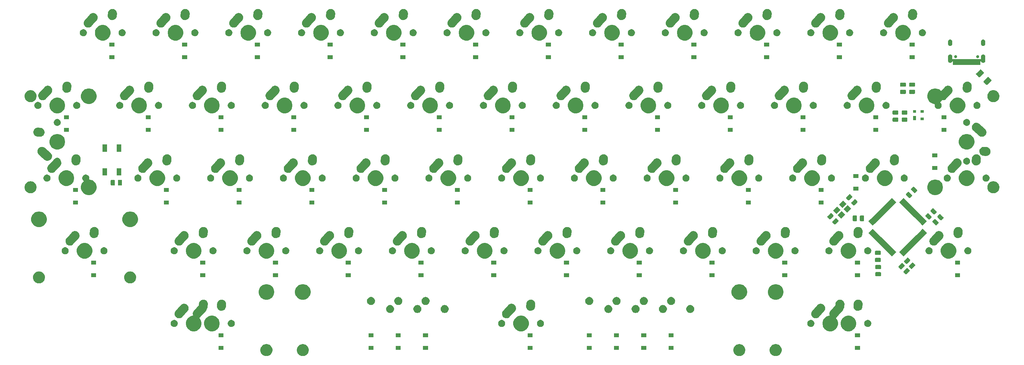
<source format=gbr>
G04 #@! TF.GenerationSoftware,KiCad,Pcbnew,(5.1.4)-1*
G04 #@! TF.CreationDate,2021-02-18T16:48:32-08:00*
G04 #@! TF.ProjectId,IBM029Punch,49424d30-3239-4507-956e-63682e6b6963,rev?*
G04 #@! TF.SameCoordinates,Original*
G04 #@! TF.FileFunction,Soldermask,Bot*
G04 #@! TF.FilePolarity,Negative*
%FSLAX46Y46*%
G04 Gerber Fmt 4.6, Leading zero omitted, Abs format (unit mm)*
G04 Created by KiCad (PCBNEW (5.1.4)-1) date 2021-02-18 16:48:32*
%MOMM*%
%LPD*%
G04 APERTURE LIST*
%ADD10C,0.100000*%
G04 APERTURE END LIST*
D10*
G36*
X102701687Y-107834443D02*
G01*
X102853831Y-107864706D01*
X102972557Y-107913884D01*
X103140461Y-107983432D01*
X103140462Y-107983433D01*
X103398424Y-108155797D01*
X103617803Y-108375176D01*
X103732973Y-108547541D01*
X103790168Y-108633139D01*
X103908894Y-108919770D01*
X103969420Y-109224055D01*
X103969420Y-109534305D01*
X103908894Y-109838590D01*
X103790168Y-110125221D01*
X103790167Y-110125222D01*
X103617803Y-110383184D01*
X103398424Y-110602563D01*
X103226059Y-110717733D01*
X103140461Y-110774928D01*
X102972557Y-110844476D01*
X102853831Y-110893654D01*
X102701687Y-110923917D01*
X102549545Y-110954180D01*
X102239295Y-110954180D01*
X102087153Y-110923917D01*
X101935009Y-110893654D01*
X101816283Y-110844476D01*
X101648379Y-110774928D01*
X101562781Y-110717733D01*
X101390416Y-110602563D01*
X101171037Y-110383184D01*
X100998673Y-110125222D01*
X100998672Y-110125221D01*
X100879946Y-109838590D01*
X100819420Y-109534305D01*
X100819420Y-109224055D01*
X100879946Y-108919770D01*
X100998672Y-108633139D01*
X101055867Y-108547541D01*
X101171037Y-108375176D01*
X101390416Y-108155797D01*
X101648378Y-107983433D01*
X101648379Y-107983432D01*
X101816283Y-107913884D01*
X101935009Y-107864706D01*
X102087153Y-107834443D01*
X102239295Y-107804180D01*
X102549545Y-107804180D01*
X102701687Y-107834443D01*
X102701687Y-107834443D01*
G37*
G36*
X217001687Y-107834443D02*
G01*
X217153831Y-107864706D01*
X217272557Y-107913884D01*
X217440461Y-107983432D01*
X217440462Y-107983433D01*
X217698424Y-108155797D01*
X217917803Y-108375176D01*
X218032973Y-108547541D01*
X218090168Y-108633139D01*
X218208894Y-108919770D01*
X218269420Y-109224055D01*
X218269420Y-109534305D01*
X218208894Y-109838590D01*
X218090168Y-110125221D01*
X218090167Y-110125222D01*
X217917803Y-110383184D01*
X217698424Y-110602563D01*
X217526059Y-110717733D01*
X217440461Y-110774928D01*
X217272557Y-110844476D01*
X217153831Y-110893654D01*
X217001687Y-110923917D01*
X216849545Y-110954180D01*
X216539295Y-110954180D01*
X216387153Y-110923917D01*
X216235009Y-110893654D01*
X216116283Y-110844476D01*
X215948379Y-110774928D01*
X215862781Y-110717733D01*
X215690416Y-110602563D01*
X215471037Y-110383184D01*
X215298673Y-110125222D01*
X215298672Y-110125221D01*
X215179946Y-109838590D01*
X215119420Y-109534305D01*
X215119420Y-109224055D01*
X215179946Y-108919770D01*
X215298672Y-108633139D01*
X215355867Y-108547541D01*
X215471037Y-108375176D01*
X215690416Y-108155797D01*
X215948378Y-107983433D01*
X215948379Y-107983432D01*
X216116283Y-107913884D01*
X216235009Y-107864706D01*
X216387153Y-107834443D01*
X216539295Y-107804180D01*
X216849545Y-107804180D01*
X217001687Y-107834443D01*
X217001687Y-107834443D01*
G37*
G36*
X226526687Y-107834443D02*
G01*
X226678831Y-107864706D01*
X226797557Y-107913884D01*
X226965461Y-107983432D01*
X226965462Y-107983433D01*
X227223424Y-108155797D01*
X227442803Y-108375176D01*
X227557973Y-108547541D01*
X227615168Y-108633139D01*
X227733894Y-108919770D01*
X227794420Y-109224055D01*
X227794420Y-109534305D01*
X227733894Y-109838590D01*
X227615168Y-110125221D01*
X227615167Y-110125222D01*
X227442803Y-110383184D01*
X227223424Y-110602563D01*
X227051059Y-110717733D01*
X226965461Y-110774928D01*
X226797557Y-110844476D01*
X226678831Y-110893654D01*
X226526687Y-110923917D01*
X226374545Y-110954180D01*
X226064295Y-110954180D01*
X225912153Y-110923917D01*
X225760009Y-110893654D01*
X225641283Y-110844476D01*
X225473379Y-110774928D01*
X225387781Y-110717733D01*
X225215416Y-110602563D01*
X224996037Y-110383184D01*
X224823673Y-110125222D01*
X224823672Y-110125221D01*
X224704946Y-109838590D01*
X224644420Y-109534305D01*
X224644420Y-109224055D01*
X224704946Y-108919770D01*
X224823672Y-108633139D01*
X224880867Y-108547541D01*
X224996037Y-108375176D01*
X225215416Y-108155797D01*
X225473378Y-107983433D01*
X225473379Y-107983432D01*
X225641283Y-107913884D01*
X225760009Y-107864706D01*
X225912153Y-107834443D01*
X226064295Y-107804180D01*
X226374545Y-107804180D01*
X226526687Y-107834443D01*
X226526687Y-107834443D01*
G37*
G36*
X93176687Y-107834443D02*
G01*
X93328831Y-107864706D01*
X93447557Y-107913884D01*
X93615461Y-107983432D01*
X93615462Y-107983433D01*
X93873424Y-108155797D01*
X94092803Y-108375176D01*
X94207973Y-108547541D01*
X94265168Y-108633139D01*
X94383894Y-108919770D01*
X94444420Y-109224055D01*
X94444420Y-109534305D01*
X94383894Y-109838590D01*
X94265168Y-110125221D01*
X94265167Y-110125222D01*
X94092803Y-110383184D01*
X93873424Y-110602563D01*
X93701059Y-110717733D01*
X93615461Y-110774928D01*
X93447557Y-110844476D01*
X93328831Y-110893654D01*
X93176687Y-110923917D01*
X93024545Y-110954180D01*
X92714295Y-110954180D01*
X92562153Y-110923917D01*
X92410009Y-110893654D01*
X92291283Y-110844476D01*
X92123379Y-110774928D01*
X92037781Y-110717733D01*
X91865416Y-110602563D01*
X91646037Y-110383184D01*
X91473673Y-110125222D01*
X91473672Y-110125221D01*
X91354946Y-109838590D01*
X91294420Y-109534305D01*
X91294420Y-109224055D01*
X91354946Y-108919770D01*
X91473672Y-108633139D01*
X91530867Y-108547541D01*
X91646037Y-108375176D01*
X91865416Y-108155797D01*
X92123378Y-107983433D01*
X92123379Y-107983432D01*
X92291283Y-107913884D01*
X92410009Y-107864706D01*
X92562153Y-107834443D01*
X92714295Y-107804180D01*
X93024545Y-107804180D01*
X93176687Y-107834443D01*
X93176687Y-107834443D01*
G37*
G36*
X135192190Y-109307700D02*
G01*
X133890190Y-109307700D01*
X133890190Y-108305700D01*
X135192190Y-108305700D01*
X135192190Y-109307700D01*
X135192190Y-109307700D01*
G37*
G36*
X81613840Y-109307700D02*
G01*
X80311840Y-109307700D01*
X80311840Y-108305700D01*
X81613840Y-108305700D01*
X81613840Y-109307700D01*
X81613840Y-109307700D01*
G37*
G36*
X120904630Y-109307700D02*
G01*
X119602630Y-109307700D01*
X119602630Y-108305700D01*
X120904630Y-108305700D01*
X120904630Y-109307700D01*
X120904630Y-109307700D01*
G37*
G36*
X128048410Y-109307700D02*
G01*
X126746410Y-109307700D01*
X126746410Y-108305700D01*
X128048410Y-108305700D01*
X128048410Y-109307700D01*
X128048410Y-109307700D01*
G37*
G36*
X248302040Y-109307700D02*
G01*
X247000040Y-109307700D01*
X247000040Y-108305700D01*
X248302040Y-108305700D01*
X248302040Y-109307700D01*
X248302040Y-109307700D01*
G37*
G36*
X192342430Y-109307700D02*
G01*
X191040430Y-109307700D01*
X191040430Y-108305700D01*
X192342430Y-108305700D01*
X192342430Y-109307700D01*
X192342430Y-109307700D01*
G37*
G36*
X185198650Y-109307700D02*
G01*
X183896650Y-109307700D01*
X183896650Y-108305700D01*
X185198650Y-108305700D01*
X185198650Y-109307700D01*
X185198650Y-109307700D01*
G37*
G36*
X178054870Y-109307700D02*
G01*
X176752870Y-109307700D01*
X176752870Y-108305700D01*
X178054870Y-108305700D01*
X178054870Y-109307700D01*
X178054870Y-109307700D01*
G37*
G36*
X162576680Y-109307700D02*
G01*
X161274680Y-109307700D01*
X161274680Y-108305700D01*
X162576680Y-108305700D01*
X162576680Y-109307700D01*
X162576680Y-109307700D01*
G37*
G36*
X199486210Y-109307700D02*
G01*
X198184210Y-109307700D01*
X198184210Y-108305700D01*
X199486210Y-108305700D01*
X199486210Y-109307700D01*
X199486210Y-109307700D01*
G37*
G36*
X185198650Y-106007700D02*
G01*
X183896650Y-106007700D01*
X183896650Y-105005700D01*
X185198650Y-105005700D01*
X185198650Y-106007700D01*
X185198650Y-106007700D01*
G37*
G36*
X248302040Y-106007700D02*
G01*
X247000040Y-106007700D01*
X247000040Y-105005700D01*
X248302040Y-105005700D01*
X248302040Y-106007700D01*
X248302040Y-106007700D01*
G37*
G36*
X199486210Y-106007700D02*
G01*
X198184210Y-106007700D01*
X198184210Y-105005700D01*
X199486210Y-105005700D01*
X199486210Y-106007700D01*
X199486210Y-106007700D01*
G37*
G36*
X192342430Y-106007700D02*
G01*
X191040430Y-106007700D01*
X191040430Y-105005700D01*
X192342430Y-105005700D01*
X192342430Y-106007700D01*
X192342430Y-106007700D01*
G37*
G36*
X178054870Y-106007700D02*
G01*
X176752870Y-106007700D01*
X176752870Y-105005700D01*
X178054870Y-105005700D01*
X178054870Y-106007700D01*
X178054870Y-106007700D01*
G37*
G36*
X162576680Y-106007700D02*
G01*
X161274680Y-106007700D01*
X161274680Y-105005700D01*
X162576680Y-105005700D01*
X162576680Y-106007700D01*
X162576680Y-106007700D01*
G37*
G36*
X135192190Y-106007700D02*
G01*
X133890190Y-106007700D01*
X133890190Y-105005700D01*
X135192190Y-105005700D01*
X135192190Y-106007700D01*
X135192190Y-106007700D01*
G37*
G36*
X120904630Y-106007700D02*
G01*
X119602630Y-106007700D01*
X119602630Y-105005700D01*
X120904630Y-105005700D01*
X120904630Y-106007700D01*
X120904630Y-106007700D01*
G37*
G36*
X81613840Y-106007700D02*
G01*
X80311840Y-106007700D01*
X80311840Y-105005700D01*
X81613840Y-105005700D01*
X81613840Y-106007700D01*
X81613840Y-106007700D01*
G37*
G36*
X128048410Y-106007700D02*
G01*
X126746410Y-106007700D01*
X126746410Y-105005700D01*
X128048410Y-105005700D01*
X128048410Y-106007700D01*
X128048410Y-106007700D01*
G37*
G36*
X160140894Y-100427864D02*
G01*
X160358894Y-100518163D01*
X160513043Y-100582013D01*
X160847968Y-100805803D01*
X161132797Y-101090632D01*
X161356587Y-101425557D01*
X161388982Y-101503766D01*
X161510736Y-101797706D01*
X161589320Y-102192774D01*
X161589320Y-102595586D01*
X161510736Y-102990654D01*
X161459871Y-103113452D01*
X161356587Y-103362803D01*
X161132797Y-103697728D01*
X160847968Y-103982557D01*
X160513043Y-104206347D01*
X160358894Y-104270197D01*
X160140894Y-104360496D01*
X159745826Y-104439080D01*
X159343014Y-104439080D01*
X158947946Y-104360496D01*
X158729946Y-104270197D01*
X158575797Y-104206347D01*
X158240872Y-103982557D01*
X157956043Y-103697728D01*
X157732253Y-103362803D01*
X157628969Y-103113452D01*
X157578104Y-102990654D01*
X157499520Y-102595586D01*
X157499520Y-102192774D01*
X157578104Y-101797706D01*
X157699858Y-101503766D01*
X157732253Y-101425557D01*
X157956043Y-101090632D01*
X158240872Y-100805803D01*
X158575797Y-100582013D01*
X158729946Y-100518163D01*
X158947946Y-100427864D01*
X159343014Y-100349280D01*
X159745826Y-100349280D01*
X160140894Y-100427864D01*
X160140894Y-100427864D01*
G37*
G36*
X243136217Y-96136420D02*
G01*
X243157113Y-96138180D01*
X243163087Y-96138180D01*
X243256726Y-96156806D01*
X243260212Y-96157448D01*
X243358631Y-96174138D01*
X243361686Y-96175303D01*
X243364905Y-96176531D01*
X243385054Y-96182332D01*
X243390287Y-96183373D01*
X243475051Y-96218483D01*
X243478291Y-96219772D01*
X243575079Y-96256683D01*
X243581303Y-96260591D01*
X243599923Y-96270207D01*
X243604305Y-96272022D01*
X243677704Y-96321066D01*
X243680511Y-96322884D01*
X243771263Y-96379868D01*
X243777035Y-96385322D01*
X243793422Y-96398386D01*
X243796916Y-96400721D01*
X243857034Y-96460839D01*
X243859540Y-96463274D01*
X243939645Y-96538959D01*
X243944550Y-96545867D01*
X243958077Y-96561882D01*
X243960721Y-96564526D01*
X244006443Y-96632954D01*
X244008410Y-96635811D01*
X244073754Y-96727843D01*
X244077402Y-96735988D01*
X244087540Y-96754324D01*
X244089418Y-96757135D01*
X244120110Y-96831232D01*
X244121491Y-96834435D01*
X244168437Y-96939261D01*
X244170502Y-96948296D01*
X244176871Y-96968266D01*
X244178067Y-96971152D01*
X244193417Y-97048323D01*
X244194158Y-97051791D01*
X244219842Y-97164153D01*
X244220055Y-97165089D01*
X244220324Y-97174557D01*
X244220324Y-97174576D01*
X244222675Y-97195413D01*
X244223260Y-97198354D01*
X244223260Y-97276286D01*
X244223309Y-97279773D01*
X244224979Y-97338620D01*
X244223563Y-97358867D01*
X244223260Y-97367563D01*
X244223260Y-97430006D01*
X244217633Y-97458296D01*
X244217601Y-97458454D01*
X244215505Y-97474108D01*
X244187736Y-97871225D01*
X244176365Y-98033843D01*
X244147340Y-98204997D01*
X244147339Y-98204999D01*
X244064795Y-98421445D01*
X243941610Y-98617629D01*
X243941606Y-98617633D01*
X243939379Y-98621180D01*
X243929493Y-98633948D01*
X243918558Y-98655877D01*
X243912756Y-98676029D01*
X243900587Y-98737207D01*
X243894237Y-98752537D01*
X243888329Y-98770573D01*
X243884375Y-98786700D01*
X243847491Y-98865706D01*
X243845291Y-98870703D01*
X243811938Y-98951225D01*
X243802724Y-98965015D01*
X243793402Y-98981567D01*
X243786382Y-98996604D01*
X243734791Y-99066900D01*
X243731646Y-99071390D01*
X243683241Y-99143834D01*
X243626240Y-99200835D01*
X243621591Y-99205743D01*
X243263541Y-99604790D01*
X242296503Y-100682556D01*
X242168461Y-100799780D01*
X242168459Y-100799781D01*
X242168458Y-100799782D01*
X242158526Y-100805803D01*
X242078306Y-100854433D01*
X242058698Y-100869129D01*
X242042333Y-100887367D01*
X242029841Y-100908448D01*
X242021701Y-100931561D01*
X242018227Y-100955817D01*
X242019552Y-100980285D01*
X242025625Y-101004025D01*
X242036213Y-101026124D01*
X242054713Y-101049708D01*
X242095637Y-101090632D01*
X242319427Y-101425557D01*
X242351822Y-101503766D01*
X242473576Y-101797706D01*
X242552160Y-102192774D01*
X242552160Y-102595586D01*
X242473576Y-102990654D01*
X242422711Y-103113452D01*
X242319427Y-103362803D01*
X242095637Y-103697728D01*
X241810808Y-103982557D01*
X241475883Y-104206347D01*
X241321734Y-104270197D01*
X241103734Y-104360496D01*
X240708666Y-104439080D01*
X240305854Y-104439080D01*
X239910786Y-104360496D01*
X239692786Y-104270197D01*
X239538637Y-104206347D01*
X239203712Y-103982557D01*
X238918883Y-103697728D01*
X238695093Y-103362803D01*
X238591809Y-103113452D01*
X238540944Y-102990654D01*
X238462360Y-102595586D01*
X238462360Y-102192774D01*
X238540944Y-101797706D01*
X238662698Y-101503766D01*
X238695093Y-101425557D01*
X238918883Y-101090632D01*
X239203712Y-100805803D01*
X239538637Y-100582013D01*
X239692786Y-100518163D01*
X239910786Y-100427864D01*
X240217555Y-100366844D01*
X240240049Y-100362370D01*
X240263497Y-100355257D01*
X240285108Y-100343706D01*
X240304050Y-100328161D01*
X240319595Y-100309219D01*
X240331146Y-100287608D01*
X240338259Y-100264159D01*
X240340661Y-100239773D01*
X240338259Y-100215387D01*
X240333144Y-100197083D01*
X240314957Y-100147046D01*
X240279819Y-99918075D01*
X240290026Y-99686650D01*
X240345187Y-99461661D01*
X240396752Y-99351208D01*
X240443178Y-99251760D01*
X240444477Y-99249990D01*
X240545894Y-99111802D01*
X241278840Y-98294932D01*
X241815782Y-97696508D01*
X241830280Y-97676753D01*
X241840646Y-97654550D01*
X241847439Y-97621748D01*
X241850027Y-97584744D01*
X241870956Y-97285429D01*
X241871260Y-97276715D01*
X241871260Y-97198353D01*
X241894065Y-97083704D01*
X241894707Y-97080218D01*
X241907735Y-97003397D01*
X241908802Y-97000599D01*
X241914604Y-96980451D01*
X241915102Y-96977947D01*
X241916453Y-96971153D01*
X241960918Y-96863806D01*
X241962212Y-96860551D01*
X241967544Y-96846569D01*
X241990279Y-96786953D01*
X241991948Y-96784294D01*
X242001569Y-96765665D01*
X242005102Y-96757135D01*
X242068832Y-96661756D01*
X242070735Y-96658819D01*
X242113464Y-96590769D01*
X242115803Y-96588293D01*
X242128869Y-96571904D01*
X242133799Y-96564526D01*
X242213395Y-96484930D01*
X242215866Y-96482387D01*
X242272554Y-96422388D01*
X242275637Y-96420199D01*
X242291660Y-96406665D01*
X242297606Y-96400719D01*
X242388928Y-96339700D01*
X242391806Y-96337718D01*
X242461439Y-96288278D01*
X242465325Y-96286538D01*
X242483665Y-96276398D01*
X242490215Y-96272022D01*
X242588786Y-96231193D01*
X242591934Y-96229836D01*
X242672857Y-96193595D01*
X242677555Y-96192521D01*
X242697516Y-96186155D01*
X242704233Y-96183373D01*
X242805381Y-96163254D01*
X242808753Y-96162533D01*
X242898685Y-96141977D01*
X242904105Y-96141823D01*
X242924934Y-96139473D01*
X242931434Y-96138180D01*
X243030763Y-96138180D01*
X243034234Y-96138131D01*
X243130242Y-96135407D01*
X243136217Y-96136420D01*
X243136217Y-96136420D01*
G37*
G36*
X79178054Y-100427864D02*
G01*
X79396054Y-100518163D01*
X79550203Y-100582013D01*
X79885128Y-100805803D01*
X80169957Y-101090632D01*
X80393747Y-101425557D01*
X80426142Y-101503766D01*
X80547896Y-101797706D01*
X80626480Y-102192774D01*
X80626480Y-102595586D01*
X80547896Y-102990654D01*
X80497031Y-103113452D01*
X80393747Y-103362803D01*
X80169957Y-103697728D01*
X79885128Y-103982557D01*
X79550203Y-104206347D01*
X79396054Y-104270197D01*
X79178054Y-104360496D01*
X78782986Y-104439080D01*
X78380174Y-104439080D01*
X77985106Y-104360496D01*
X77767106Y-104270197D01*
X77612957Y-104206347D01*
X77278032Y-103982557D01*
X76993203Y-103697728D01*
X76769413Y-103362803D01*
X76666129Y-103113452D01*
X76615264Y-102990654D01*
X76536680Y-102595586D01*
X76536680Y-102192774D01*
X76615264Y-101797706D01*
X76737018Y-101503766D01*
X76769413Y-101425557D01*
X76993203Y-101090632D01*
X77278032Y-100805803D01*
X77612957Y-100582013D01*
X77767106Y-100518163D01*
X77985106Y-100427864D01*
X78380174Y-100349280D01*
X78782986Y-100349280D01*
X79178054Y-100427864D01*
X79178054Y-100427864D01*
G37*
G36*
X76448017Y-96136420D02*
G01*
X76468913Y-96138180D01*
X76474887Y-96138180D01*
X76568526Y-96156806D01*
X76572012Y-96157448D01*
X76670431Y-96174138D01*
X76673486Y-96175303D01*
X76676705Y-96176531D01*
X76696854Y-96182332D01*
X76702087Y-96183373D01*
X76786851Y-96218483D01*
X76790091Y-96219772D01*
X76886879Y-96256683D01*
X76893103Y-96260591D01*
X76911723Y-96270207D01*
X76916105Y-96272022D01*
X76989504Y-96321066D01*
X76992311Y-96322884D01*
X77083063Y-96379868D01*
X77088835Y-96385322D01*
X77105222Y-96398386D01*
X77108716Y-96400721D01*
X77168834Y-96460839D01*
X77171340Y-96463274D01*
X77251445Y-96538959D01*
X77256350Y-96545867D01*
X77269877Y-96561882D01*
X77272521Y-96564526D01*
X77318243Y-96632954D01*
X77320210Y-96635811D01*
X77385554Y-96727843D01*
X77389202Y-96735988D01*
X77399340Y-96754324D01*
X77401218Y-96757135D01*
X77431910Y-96831232D01*
X77433291Y-96834435D01*
X77480237Y-96939261D01*
X77482302Y-96948296D01*
X77488671Y-96968266D01*
X77489867Y-96971152D01*
X77505217Y-97048323D01*
X77505958Y-97051791D01*
X77531642Y-97164153D01*
X77531855Y-97165089D01*
X77532124Y-97174557D01*
X77532124Y-97174576D01*
X77534475Y-97195413D01*
X77535060Y-97198354D01*
X77535060Y-97276286D01*
X77535109Y-97279773D01*
X77536779Y-97338620D01*
X77535363Y-97358867D01*
X77535060Y-97367563D01*
X77535060Y-97430006D01*
X77529433Y-97458296D01*
X77529401Y-97458454D01*
X77527305Y-97474108D01*
X77499536Y-97871225D01*
X77488165Y-98033843D01*
X77459140Y-98204997D01*
X77459139Y-98204999D01*
X77376595Y-98421445D01*
X77253410Y-98617629D01*
X77253406Y-98617633D01*
X77251179Y-98621180D01*
X77241293Y-98633948D01*
X77230358Y-98655877D01*
X77224556Y-98676029D01*
X77212387Y-98737207D01*
X77206037Y-98752537D01*
X77200129Y-98770573D01*
X77196175Y-98786700D01*
X77159291Y-98865706D01*
X77157091Y-98870703D01*
X77123738Y-98951225D01*
X77114524Y-98965015D01*
X77105202Y-98981567D01*
X77098182Y-98996604D01*
X77046591Y-99066900D01*
X77043446Y-99071390D01*
X76995041Y-99143834D01*
X76938040Y-99200835D01*
X76933391Y-99205743D01*
X76575341Y-99604790D01*
X75608303Y-100682556D01*
X75480261Y-100799780D01*
X75480259Y-100799781D01*
X75480258Y-100799782D01*
X75470326Y-100805803D01*
X75390106Y-100854433D01*
X75370498Y-100869129D01*
X75354133Y-100887367D01*
X75341641Y-100908448D01*
X75333501Y-100931561D01*
X75330027Y-100955817D01*
X75331352Y-100980285D01*
X75337425Y-101004025D01*
X75348013Y-101026124D01*
X75366513Y-101049708D01*
X75407437Y-101090632D01*
X75631227Y-101425557D01*
X75663622Y-101503766D01*
X75785376Y-101797706D01*
X75863960Y-102192774D01*
X75863960Y-102595586D01*
X75785376Y-102990654D01*
X75734511Y-103113452D01*
X75631227Y-103362803D01*
X75407437Y-103697728D01*
X75122608Y-103982557D01*
X74787683Y-104206347D01*
X74633534Y-104270197D01*
X74415534Y-104360496D01*
X74020466Y-104439080D01*
X73617654Y-104439080D01*
X73222586Y-104360496D01*
X73004586Y-104270197D01*
X72850437Y-104206347D01*
X72515512Y-103982557D01*
X72230683Y-103697728D01*
X72006893Y-103362803D01*
X71903609Y-103113452D01*
X71852744Y-102990654D01*
X71774160Y-102595586D01*
X71774160Y-102192774D01*
X71852744Y-101797706D01*
X71974498Y-101503766D01*
X72006893Y-101425557D01*
X72230683Y-101090632D01*
X72515512Y-100805803D01*
X72850437Y-100582013D01*
X73004586Y-100518163D01*
X73222586Y-100427864D01*
X73529355Y-100366844D01*
X73551849Y-100362370D01*
X73575297Y-100355257D01*
X73596908Y-100343706D01*
X73615850Y-100328161D01*
X73631395Y-100309219D01*
X73642946Y-100287608D01*
X73650059Y-100264159D01*
X73652461Y-100239773D01*
X73650059Y-100215387D01*
X73644944Y-100197083D01*
X73626757Y-100147046D01*
X73591619Y-99918075D01*
X73601826Y-99686650D01*
X73656987Y-99461661D01*
X73708552Y-99351208D01*
X73754978Y-99251760D01*
X73756277Y-99249990D01*
X73857694Y-99111802D01*
X74590640Y-98294932D01*
X75127582Y-97696508D01*
X75142080Y-97676753D01*
X75152446Y-97654550D01*
X75159239Y-97621748D01*
X75161827Y-97584744D01*
X75182756Y-97285429D01*
X75183060Y-97276715D01*
X75183060Y-97198353D01*
X75205865Y-97083704D01*
X75206507Y-97080218D01*
X75219535Y-97003397D01*
X75220602Y-97000599D01*
X75226404Y-96980451D01*
X75226902Y-96977947D01*
X75228253Y-96971153D01*
X75272718Y-96863806D01*
X75274012Y-96860551D01*
X75279344Y-96846569D01*
X75302079Y-96786953D01*
X75303748Y-96784294D01*
X75313369Y-96765665D01*
X75316902Y-96757135D01*
X75380632Y-96661756D01*
X75382535Y-96658819D01*
X75425264Y-96590769D01*
X75427603Y-96588293D01*
X75440669Y-96571904D01*
X75445599Y-96564526D01*
X75525195Y-96484930D01*
X75527666Y-96482387D01*
X75584354Y-96422388D01*
X75587437Y-96420199D01*
X75603460Y-96406665D01*
X75609406Y-96400719D01*
X75700728Y-96339700D01*
X75703606Y-96337718D01*
X75773239Y-96288278D01*
X75777125Y-96286538D01*
X75795465Y-96276398D01*
X75802015Y-96272022D01*
X75900586Y-96231193D01*
X75903734Y-96229836D01*
X75984657Y-96193595D01*
X75989355Y-96192521D01*
X76009316Y-96186155D01*
X76016033Y-96183373D01*
X76117181Y-96163254D01*
X76120553Y-96162533D01*
X76210485Y-96141977D01*
X76215905Y-96141823D01*
X76236734Y-96139473D01*
X76243234Y-96138180D01*
X76342563Y-96138180D01*
X76346034Y-96138131D01*
X76442042Y-96135407D01*
X76448017Y-96136420D01*
X76448017Y-96136420D01*
G37*
G36*
X245866254Y-100427864D02*
G01*
X246084254Y-100518163D01*
X246238403Y-100582013D01*
X246573328Y-100805803D01*
X246858157Y-101090632D01*
X247081947Y-101425557D01*
X247114342Y-101503766D01*
X247236096Y-101797706D01*
X247314680Y-102192774D01*
X247314680Y-102595586D01*
X247236096Y-102990654D01*
X247185231Y-103113452D01*
X247081947Y-103362803D01*
X246858157Y-103697728D01*
X246573328Y-103982557D01*
X246238403Y-104206347D01*
X246084254Y-104270197D01*
X245866254Y-104360496D01*
X245471186Y-104439080D01*
X245068374Y-104439080D01*
X244673306Y-104360496D01*
X244455306Y-104270197D01*
X244301157Y-104206347D01*
X243966232Y-103982557D01*
X243681403Y-103697728D01*
X243457613Y-103362803D01*
X243354329Y-103113452D01*
X243303464Y-102990654D01*
X243224880Y-102595586D01*
X243224880Y-102192774D01*
X243303464Y-101797706D01*
X243425218Y-101503766D01*
X243457613Y-101425557D01*
X243681403Y-101090632D01*
X243966232Y-100805803D01*
X244301157Y-100582013D01*
X244455306Y-100518163D01*
X244673306Y-100427864D01*
X245068374Y-100349280D01*
X245471186Y-100349280D01*
X245866254Y-100427864D01*
X245866254Y-100427864D01*
G37*
G36*
X83931684Y-101503765D02*
G01*
X84100206Y-101573569D01*
X84251871Y-101674908D01*
X84380852Y-101803889D01*
X84482191Y-101955554D01*
X84551995Y-102124076D01*
X84587580Y-102302977D01*
X84587580Y-102485383D01*
X84551995Y-102664284D01*
X84482191Y-102832806D01*
X84380852Y-102984471D01*
X84251871Y-103113452D01*
X84100206Y-103214791D01*
X83931684Y-103284595D01*
X83752783Y-103320180D01*
X83570377Y-103320180D01*
X83391476Y-103284595D01*
X83222954Y-103214791D01*
X83071289Y-103113452D01*
X82942308Y-102984471D01*
X82840969Y-102832806D01*
X82771165Y-102664284D01*
X82735580Y-102485383D01*
X82735580Y-102302977D01*
X82771165Y-102124076D01*
X82840969Y-101955554D01*
X82942308Y-101803889D01*
X83071289Y-101674908D01*
X83222954Y-101573569D01*
X83391476Y-101503765D01*
X83570377Y-101468180D01*
X83752783Y-101468180D01*
X83931684Y-101503765D01*
X83931684Y-101503765D01*
G37*
G36*
X235697364Y-101503765D02*
G01*
X235865886Y-101573569D01*
X236017551Y-101674908D01*
X236146532Y-101803889D01*
X236247871Y-101955554D01*
X236317675Y-102124076D01*
X236353260Y-102302977D01*
X236353260Y-102485383D01*
X236317675Y-102664284D01*
X236247871Y-102832806D01*
X236146532Y-102984471D01*
X236017551Y-103113452D01*
X235865886Y-103214791D01*
X235697364Y-103284595D01*
X235518463Y-103320180D01*
X235336057Y-103320180D01*
X235157156Y-103284595D01*
X234988634Y-103214791D01*
X234836969Y-103113452D01*
X234707988Y-102984471D01*
X234606649Y-102832806D01*
X234536845Y-102664284D01*
X234501260Y-102485383D01*
X234501260Y-102302977D01*
X234536845Y-102124076D01*
X234606649Y-101955554D01*
X234707988Y-101803889D01*
X234836969Y-101674908D01*
X234988634Y-101573569D01*
X235157156Y-101503765D01*
X235336057Y-101468180D01*
X235518463Y-101468180D01*
X235697364Y-101503765D01*
X235697364Y-101503765D01*
G37*
G36*
X164894524Y-101503765D02*
G01*
X165063046Y-101573569D01*
X165214711Y-101674908D01*
X165343692Y-101803889D01*
X165445031Y-101955554D01*
X165514835Y-102124076D01*
X165550420Y-102302977D01*
X165550420Y-102485383D01*
X165514835Y-102664284D01*
X165445031Y-102832806D01*
X165343692Y-102984471D01*
X165214711Y-103113452D01*
X165063046Y-103214791D01*
X164894524Y-103284595D01*
X164715623Y-103320180D01*
X164533217Y-103320180D01*
X164354316Y-103284595D01*
X164185794Y-103214791D01*
X164034129Y-103113452D01*
X163905148Y-102984471D01*
X163803809Y-102832806D01*
X163734005Y-102664284D01*
X163698420Y-102485383D01*
X163698420Y-102302977D01*
X163734005Y-102124076D01*
X163803809Y-101955554D01*
X163905148Y-101803889D01*
X164034129Y-101674908D01*
X164185794Y-101573569D01*
X164354316Y-101503765D01*
X164533217Y-101468180D01*
X164715623Y-101468180D01*
X164894524Y-101503765D01*
X164894524Y-101503765D01*
G37*
G36*
X69009164Y-101503765D02*
G01*
X69177686Y-101573569D01*
X69329351Y-101674908D01*
X69458332Y-101803889D01*
X69559671Y-101955554D01*
X69629475Y-102124076D01*
X69665060Y-102302977D01*
X69665060Y-102485383D01*
X69629475Y-102664284D01*
X69559671Y-102832806D01*
X69458332Y-102984471D01*
X69329351Y-103113452D01*
X69177686Y-103214791D01*
X69009164Y-103284595D01*
X68830263Y-103320180D01*
X68647857Y-103320180D01*
X68468956Y-103284595D01*
X68300434Y-103214791D01*
X68148769Y-103113452D01*
X68019788Y-102984471D01*
X67918449Y-102832806D01*
X67848645Y-102664284D01*
X67813060Y-102485383D01*
X67813060Y-102302977D01*
X67848645Y-102124076D01*
X67918449Y-101955554D01*
X68019788Y-101803889D01*
X68148769Y-101674908D01*
X68300434Y-101573569D01*
X68468956Y-101503765D01*
X68647857Y-101468180D01*
X68830263Y-101468180D01*
X69009164Y-101503765D01*
X69009164Y-101503765D01*
G37*
G36*
X250619884Y-101503765D02*
G01*
X250788406Y-101573569D01*
X250940071Y-101674908D01*
X251069052Y-101803889D01*
X251170391Y-101955554D01*
X251240195Y-102124076D01*
X251275780Y-102302977D01*
X251275780Y-102485383D01*
X251240195Y-102664284D01*
X251170391Y-102832806D01*
X251069052Y-102984471D01*
X250940071Y-103113452D01*
X250788406Y-103214791D01*
X250619884Y-103284595D01*
X250440983Y-103320180D01*
X250258577Y-103320180D01*
X250079676Y-103284595D01*
X249911154Y-103214791D01*
X249759489Y-103113452D01*
X249630508Y-102984471D01*
X249529169Y-102832806D01*
X249459365Y-102664284D01*
X249423780Y-102485383D01*
X249423780Y-102302977D01*
X249459365Y-102124076D01*
X249529169Y-101955554D01*
X249630508Y-101803889D01*
X249759489Y-101674908D01*
X249911154Y-101573569D01*
X250079676Y-101503765D01*
X250258577Y-101468180D01*
X250440983Y-101468180D01*
X250619884Y-101503765D01*
X250619884Y-101503765D01*
G37*
G36*
X154734524Y-101503765D02*
G01*
X154903046Y-101573569D01*
X155054711Y-101674908D01*
X155183692Y-101803889D01*
X155285031Y-101955554D01*
X155354835Y-102124076D01*
X155390420Y-102302977D01*
X155390420Y-102485383D01*
X155354835Y-102664284D01*
X155285031Y-102832806D01*
X155183692Y-102984471D01*
X155054711Y-103113452D01*
X154903046Y-103214791D01*
X154734524Y-103284595D01*
X154555623Y-103320180D01*
X154373217Y-103320180D01*
X154194316Y-103284595D01*
X154025794Y-103214791D01*
X153874129Y-103113452D01*
X153745148Y-102984471D01*
X153643809Y-102832806D01*
X153574005Y-102664284D01*
X153538420Y-102485383D01*
X153538420Y-102302977D01*
X153574005Y-102124076D01*
X153643809Y-101955554D01*
X153745148Y-101803889D01*
X153874129Y-101674908D01*
X154025794Y-101573569D01*
X154194316Y-101503765D01*
X154373217Y-101468180D01*
X154555623Y-101468180D01*
X154734524Y-101503765D01*
X154734524Y-101503765D01*
G37*
G36*
X71295957Y-97218050D02*
G01*
X71301641Y-97218180D01*
X71434887Y-97218180D01*
X71466413Y-97224451D01*
X71485058Y-97226720D01*
X71491161Y-97227000D01*
X71537792Y-97238518D01*
X71543289Y-97239743D01*
X71662087Y-97263373D01*
X71688372Y-97274261D01*
X71706198Y-97280117D01*
X71716054Y-97282551D01*
X71771501Y-97308554D01*
X71776671Y-97310835D01*
X71876105Y-97352022D01*
X71896318Y-97365528D01*
X71912682Y-97374763D01*
X71925788Y-97380909D01*
X71986495Y-97425625D01*
X71991159Y-97428899D01*
X72068716Y-97480721D01*
X72082815Y-97494820D01*
X72097058Y-97507065D01*
X72112303Y-97518294D01*
X72172962Y-97584782D01*
X72176880Y-97588885D01*
X72232521Y-97644526D01*
X72241117Y-97657391D01*
X72252702Y-97672186D01*
X72268431Y-97689427D01*
X72268432Y-97689429D01*
X72322392Y-97778791D01*
X72325456Y-97783614D01*
X72361218Y-97837135D01*
X72361220Y-97837140D01*
X72365468Y-97847395D01*
X72373942Y-97864163D01*
X72388173Y-97887731D01*
X72428353Y-97998878D01*
X72430387Y-98004124D01*
X72449867Y-98051153D01*
X72449867Y-98051155D01*
X72451229Y-98058002D01*
X72456269Y-98076100D01*
X72466928Y-98105585D01*
X72486521Y-98234759D01*
X72487502Y-98240355D01*
X72495060Y-98278353D01*
X72495060Y-98281631D01*
X72496473Y-98300370D01*
X72501668Y-98334616D01*
X72495190Y-98475905D01*
X72495060Y-98481585D01*
X72495060Y-98510005D01*
X72495035Y-98510131D01*
X72492766Y-98528779D01*
X72491058Y-98566025D01*
X72455064Y-98711741D01*
X72453831Y-98717277D01*
X72449582Y-98738640D01*
X72444903Y-98752880D01*
X72435507Y-98790917D01*
X72369150Y-98932414D01*
X72366869Y-98937583D01*
X72361218Y-98951225D01*
X72360253Y-98953554D01*
X72354234Y-98964221D01*
X72337149Y-99000651D01*
X72242393Y-99129294D01*
X72239134Y-99133937D01*
X72232521Y-99143834D01*
X72220795Y-99155560D01*
X72216309Y-99160288D01*
X70844341Y-100684010D01*
X70723061Y-100794656D01*
X70716092Y-100801014D01*
X70649992Y-100840927D01*
X70517790Y-100920755D01*
X70299936Y-100999510D01*
X70070904Y-101034250D01*
X69839497Y-101023640D01*
X69614604Y-100968089D01*
X69404870Y-100869731D01*
X69218355Y-100732346D01*
X69062227Y-100561213D01*
X68942485Y-100362910D01*
X68863730Y-100145056D01*
X68828990Y-99916024D01*
X68839600Y-99684617D01*
X68895151Y-99459724D01*
X68993509Y-99249990D01*
X69096466Y-99110215D01*
X69654311Y-98490666D01*
X70369126Y-97696783D01*
X70380167Y-97682588D01*
X70405600Y-97644525D01*
X70569405Y-97480720D01*
X70602965Y-97458296D01*
X70612254Y-97451022D01*
X70614560Y-97449629D01*
X70614563Y-97449627D01*
X70626420Y-97442467D01*
X70631217Y-97439418D01*
X70762015Y-97352022D01*
X70798506Y-97336907D01*
X70811221Y-97330481D01*
X70812863Y-97329887D01*
X70812867Y-97329885D01*
X70830560Y-97323489D01*
X70835853Y-97321438D01*
X70976033Y-97263373D01*
X71013090Y-97256002D01*
X71030414Y-97251177D01*
X71030719Y-97251131D01*
X71030721Y-97251130D01*
X71056807Y-97247173D01*
X71062398Y-97246194D01*
X71203234Y-97218180D01*
X71238530Y-97218180D01*
X71257272Y-97216766D01*
X71259753Y-97216390D01*
X71295957Y-97218050D01*
X71295957Y-97218050D01*
G37*
G36*
X237984157Y-97218050D02*
G01*
X237989841Y-97218180D01*
X238123087Y-97218180D01*
X238154613Y-97224451D01*
X238173258Y-97226720D01*
X238179361Y-97227000D01*
X238225992Y-97238518D01*
X238231489Y-97239743D01*
X238350287Y-97263373D01*
X238376572Y-97274261D01*
X238394398Y-97280117D01*
X238404254Y-97282551D01*
X238459701Y-97308554D01*
X238464871Y-97310835D01*
X238564305Y-97352022D01*
X238584518Y-97365528D01*
X238600882Y-97374763D01*
X238613988Y-97380909D01*
X238674695Y-97425625D01*
X238679359Y-97428899D01*
X238756916Y-97480721D01*
X238771015Y-97494820D01*
X238785258Y-97507065D01*
X238800503Y-97518294D01*
X238861162Y-97584782D01*
X238865080Y-97588885D01*
X238920721Y-97644526D01*
X238929317Y-97657391D01*
X238940902Y-97672186D01*
X238956631Y-97689427D01*
X238956632Y-97689429D01*
X239010592Y-97778791D01*
X239013656Y-97783614D01*
X239049418Y-97837135D01*
X239049420Y-97837140D01*
X239053668Y-97847395D01*
X239062142Y-97864163D01*
X239076373Y-97887731D01*
X239116553Y-97998878D01*
X239118587Y-98004124D01*
X239138067Y-98051153D01*
X239138067Y-98051155D01*
X239139429Y-98058002D01*
X239144469Y-98076100D01*
X239155128Y-98105585D01*
X239174721Y-98234759D01*
X239175702Y-98240355D01*
X239183260Y-98278353D01*
X239183260Y-98281631D01*
X239184673Y-98300370D01*
X239189868Y-98334616D01*
X239183390Y-98475905D01*
X239183260Y-98481585D01*
X239183260Y-98510005D01*
X239183235Y-98510131D01*
X239180966Y-98528779D01*
X239179258Y-98566025D01*
X239143264Y-98711741D01*
X239142031Y-98717277D01*
X239137782Y-98738640D01*
X239133103Y-98752880D01*
X239123707Y-98790917D01*
X239057350Y-98932414D01*
X239055069Y-98937583D01*
X239049418Y-98951225D01*
X239048453Y-98953554D01*
X239042434Y-98964221D01*
X239025349Y-99000651D01*
X238930593Y-99129294D01*
X238927334Y-99133937D01*
X238920721Y-99143834D01*
X238908995Y-99155560D01*
X238904509Y-99160288D01*
X237532541Y-100684010D01*
X237411261Y-100794656D01*
X237404292Y-100801014D01*
X237338192Y-100840927D01*
X237205990Y-100920755D01*
X236988136Y-100999510D01*
X236759104Y-101034250D01*
X236527697Y-101023640D01*
X236302804Y-100968089D01*
X236093070Y-100869731D01*
X235906555Y-100732346D01*
X235750427Y-100561213D01*
X235630685Y-100362910D01*
X235551930Y-100145056D01*
X235517190Y-99916024D01*
X235527800Y-99684617D01*
X235583351Y-99459724D01*
X235681709Y-99249990D01*
X235784666Y-99110215D01*
X236342511Y-98490666D01*
X237057326Y-97696783D01*
X237068367Y-97682588D01*
X237093800Y-97644525D01*
X237257605Y-97480720D01*
X237291165Y-97458296D01*
X237300454Y-97451022D01*
X237302760Y-97449629D01*
X237302763Y-97449627D01*
X237314620Y-97442467D01*
X237319417Y-97439418D01*
X237450215Y-97352022D01*
X237486706Y-97336907D01*
X237499421Y-97330481D01*
X237501063Y-97329887D01*
X237501067Y-97329885D01*
X237518760Y-97323489D01*
X237524053Y-97321438D01*
X237664233Y-97263373D01*
X237701290Y-97256002D01*
X237718614Y-97251177D01*
X237718919Y-97251131D01*
X237718921Y-97251130D01*
X237745007Y-97247173D01*
X237750598Y-97246194D01*
X237891434Y-97218180D01*
X237926730Y-97218180D01*
X237945472Y-97216766D01*
X237947953Y-97216390D01*
X237984157Y-97218050D01*
X237984157Y-97218050D01*
G37*
G36*
X157067625Y-97218061D02*
G01*
X157073065Y-97218180D01*
X157160248Y-97218180D01*
X157176517Y-97221416D01*
X157195376Y-97223695D01*
X157211952Y-97224426D01*
X157296643Y-97245190D01*
X157301938Y-97246364D01*
X157387447Y-97263373D01*
X157402782Y-97269725D01*
X157420821Y-97275635D01*
X157436941Y-97279587D01*
X157515924Y-97316460D01*
X157520914Y-97318657D01*
X157601465Y-97352022D01*
X157615261Y-97361240D01*
X157631813Y-97370562D01*
X157646846Y-97377580D01*
X157717114Y-97429151D01*
X157721612Y-97432302D01*
X157794076Y-97480721D01*
X157805803Y-97492448D01*
X157820229Y-97504828D01*
X157833599Y-97514641D01*
X157833600Y-97514642D01*
X157892441Y-97578913D01*
X157896249Y-97582894D01*
X157957879Y-97644524D01*
X157967094Y-97658315D01*
X157978816Y-97673258D01*
X157990025Y-97685501D01*
X158035219Y-97760054D01*
X158038166Y-97764681D01*
X158086578Y-97837135D01*
X158092925Y-97852457D01*
X158101512Y-97869411D01*
X158110111Y-97883597D01*
X158139898Y-97965548D01*
X158141872Y-97970628D01*
X158175227Y-98051153D01*
X158175227Y-98051154D01*
X158178461Y-98067413D01*
X158183578Y-98085722D01*
X158189245Y-98101314D01*
X158202475Y-98187525D01*
X158203421Y-98192893D01*
X158220420Y-98278353D01*
X158220420Y-98294932D01*
X158221864Y-98313872D01*
X158224383Y-98330284D01*
X158220540Y-98417429D01*
X158220420Y-98422869D01*
X158220420Y-98510005D01*
X158217186Y-98526263D01*
X158214908Y-98545121D01*
X158214176Y-98561711D01*
X158193408Y-98646417D01*
X158192232Y-98651717D01*
X158175227Y-98737207D01*
X158168877Y-98752537D01*
X158162969Y-98770573D01*
X158159015Y-98786700D01*
X158122131Y-98865706D01*
X158119931Y-98870703D01*
X158086578Y-98951225D01*
X158077364Y-98965015D01*
X158068042Y-98981567D01*
X158061022Y-98996604D01*
X158009431Y-99066900D01*
X158006286Y-99071390D01*
X157957881Y-99143834D01*
X157900880Y-99200835D01*
X157896231Y-99205743D01*
X157538181Y-99604790D01*
X156571143Y-100682556D01*
X156443099Y-100799782D01*
X156352946Y-100854433D01*
X156245003Y-100919869D01*
X156027286Y-100999003D01*
X155798315Y-101034141D01*
X155566890Y-101023934D01*
X155341901Y-100968773D01*
X155239045Y-100920755D01*
X155131999Y-100870782D01*
X155036937Y-100801014D01*
X154945243Y-100733719D01*
X154870814Y-100652421D01*
X154788818Y-100562859D01*
X154706984Y-100427865D01*
X154668731Y-100364763D01*
X154589597Y-100147046D01*
X154554459Y-99918075D01*
X154564666Y-99686650D01*
X154619827Y-99461661D01*
X154671392Y-99351208D01*
X154717818Y-99251760D01*
X154719117Y-99249990D01*
X154820534Y-99111802D01*
X155536467Y-98313893D01*
X156107207Y-97677801D01*
X156118101Y-97663769D01*
X156130959Y-97644526D01*
X156187993Y-97587492D01*
X156192643Y-97582583D01*
X156207698Y-97565804D01*
X156229121Y-97546191D01*
X156233102Y-97542383D01*
X156294766Y-97480719D01*
X156308563Y-97471500D01*
X156323522Y-97459765D01*
X156335741Y-97448578D01*
X156368204Y-97428899D01*
X156410250Y-97403411D01*
X156414841Y-97400488D01*
X156487375Y-97352022D01*
X156502720Y-97345666D01*
X156519668Y-97337081D01*
X156533836Y-97328492D01*
X156533837Y-97328492D01*
X156533838Y-97328491D01*
X156615732Y-97298725D01*
X156620830Y-97296743D01*
X156701393Y-97263373D01*
X156717672Y-97260135D01*
X156735962Y-97255024D01*
X156751555Y-97249357D01*
X156837720Y-97236134D01*
X156843083Y-97235189D01*
X156928593Y-97218180D01*
X156945186Y-97218180D01*
X156964129Y-97216735D01*
X156980526Y-97214219D01*
X157067625Y-97218061D01*
X157067625Y-97218061D01*
G37*
G36*
X139847754Y-97583569D02*
G01*
X140028195Y-97658310D01*
X140039025Y-97662796D01*
X140211163Y-97777815D01*
X140357555Y-97924207D01*
X140465477Y-98085723D01*
X140472575Y-98096347D01*
X140551801Y-98287616D01*
X140592190Y-98490664D01*
X140592190Y-98697696D01*
X140551801Y-98900744D01*
X140481117Y-99071390D01*
X140472574Y-99092015D01*
X140357555Y-99264153D01*
X140211163Y-99410545D01*
X140039025Y-99525564D01*
X140039024Y-99525565D01*
X140039023Y-99525565D01*
X139847754Y-99604791D01*
X139644706Y-99645180D01*
X139437674Y-99645180D01*
X139234626Y-99604791D01*
X139043357Y-99525565D01*
X139043356Y-99525565D01*
X139043355Y-99525564D01*
X138871217Y-99410545D01*
X138724825Y-99264153D01*
X138609806Y-99092015D01*
X138601263Y-99071390D01*
X138530579Y-98900744D01*
X138490190Y-98697696D01*
X138490190Y-98490664D01*
X138530579Y-98287616D01*
X138609805Y-98096347D01*
X138616904Y-98085723D01*
X138724825Y-97924207D01*
X138871217Y-97777815D01*
X139043355Y-97662796D01*
X139054185Y-97658310D01*
X139234626Y-97583569D01*
X139437674Y-97543180D01*
X139644706Y-97543180D01*
X139847754Y-97583569D01*
X139847754Y-97583569D01*
G37*
G36*
X125560194Y-97583569D02*
G01*
X125740635Y-97658310D01*
X125751465Y-97662796D01*
X125923603Y-97777815D01*
X126069995Y-97924207D01*
X126177917Y-98085723D01*
X126185015Y-98096347D01*
X126264241Y-98287616D01*
X126304630Y-98490664D01*
X126304630Y-98697696D01*
X126264241Y-98900744D01*
X126193557Y-99071390D01*
X126185014Y-99092015D01*
X126069995Y-99264153D01*
X125923603Y-99410545D01*
X125751465Y-99525564D01*
X125751464Y-99525565D01*
X125751463Y-99525565D01*
X125560194Y-99604791D01*
X125357146Y-99645180D01*
X125150114Y-99645180D01*
X124947066Y-99604791D01*
X124755797Y-99525565D01*
X124755796Y-99525565D01*
X124755795Y-99525564D01*
X124583657Y-99410545D01*
X124437265Y-99264153D01*
X124322246Y-99092015D01*
X124313703Y-99071390D01*
X124243019Y-98900744D01*
X124202630Y-98697696D01*
X124202630Y-98490664D01*
X124243019Y-98287616D01*
X124322245Y-98096347D01*
X124329344Y-98085723D01*
X124437265Y-97924207D01*
X124583657Y-97777815D01*
X124755795Y-97662796D01*
X124766625Y-97658310D01*
X124947066Y-97583569D01*
X125150114Y-97543180D01*
X125357146Y-97543180D01*
X125560194Y-97583569D01*
X125560194Y-97583569D01*
G37*
G36*
X132703974Y-97583569D02*
G01*
X132884415Y-97658310D01*
X132895245Y-97662796D01*
X133067383Y-97777815D01*
X133213775Y-97924207D01*
X133321697Y-98085723D01*
X133328795Y-98096347D01*
X133408021Y-98287616D01*
X133448410Y-98490664D01*
X133448410Y-98697696D01*
X133408021Y-98900744D01*
X133337337Y-99071390D01*
X133328794Y-99092015D01*
X133213775Y-99264153D01*
X133067383Y-99410545D01*
X132895245Y-99525564D01*
X132895244Y-99525565D01*
X132895243Y-99525565D01*
X132703974Y-99604791D01*
X132500926Y-99645180D01*
X132293894Y-99645180D01*
X132090846Y-99604791D01*
X131899577Y-99525565D01*
X131899576Y-99525565D01*
X131899575Y-99525564D01*
X131727437Y-99410545D01*
X131581045Y-99264153D01*
X131466026Y-99092015D01*
X131457483Y-99071390D01*
X131386799Y-98900744D01*
X131346410Y-98697696D01*
X131346410Y-98490664D01*
X131386799Y-98287616D01*
X131466025Y-98096347D01*
X131473124Y-98085723D01*
X131581045Y-97924207D01*
X131727437Y-97777815D01*
X131899575Y-97662796D01*
X131910405Y-97658310D01*
X132090846Y-97583569D01*
X132293894Y-97543180D01*
X132500926Y-97543180D01*
X132703974Y-97583569D01*
X132703974Y-97583569D01*
G37*
G36*
X196997994Y-97583569D02*
G01*
X197178435Y-97658310D01*
X197189265Y-97662796D01*
X197361403Y-97777815D01*
X197507795Y-97924207D01*
X197615717Y-98085723D01*
X197622815Y-98096347D01*
X197702041Y-98287616D01*
X197742430Y-98490664D01*
X197742430Y-98697696D01*
X197702041Y-98900744D01*
X197631357Y-99071390D01*
X197622814Y-99092015D01*
X197507795Y-99264153D01*
X197361403Y-99410545D01*
X197189265Y-99525564D01*
X197189264Y-99525565D01*
X197189263Y-99525565D01*
X196997994Y-99604791D01*
X196794946Y-99645180D01*
X196587914Y-99645180D01*
X196384866Y-99604791D01*
X196193597Y-99525565D01*
X196193596Y-99525565D01*
X196193595Y-99525564D01*
X196021457Y-99410545D01*
X195875065Y-99264153D01*
X195760046Y-99092015D01*
X195751503Y-99071390D01*
X195680819Y-98900744D01*
X195640430Y-98697696D01*
X195640430Y-98490664D01*
X195680819Y-98287616D01*
X195760045Y-98096347D01*
X195767144Y-98085723D01*
X195875065Y-97924207D01*
X196021457Y-97777815D01*
X196193595Y-97662796D01*
X196204425Y-97658310D01*
X196384866Y-97583569D01*
X196587914Y-97543180D01*
X196794946Y-97543180D01*
X196997994Y-97583569D01*
X196997994Y-97583569D01*
G37*
G36*
X204141774Y-97583569D02*
G01*
X204322215Y-97658310D01*
X204333045Y-97662796D01*
X204505183Y-97777815D01*
X204651575Y-97924207D01*
X204759497Y-98085723D01*
X204766595Y-98096347D01*
X204845821Y-98287616D01*
X204886210Y-98490664D01*
X204886210Y-98697696D01*
X204845821Y-98900744D01*
X204775137Y-99071390D01*
X204766594Y-99092015D01*
X204651575Y-99264153D01*
X204505183Y-99410545D01*
X204333045Y-99525564D01*
X204333044Y-99525565D01*
X204333043Y-99525565D01*
X204141774Y-99604791D01*
X203938726Y-99645180D01*
X203731694Y-99645180D01*
X203528646Y-99604791D01*
X203337377Y-99525565D01*
X203337376Y-99525565D01*
X203337375Y-99525564D01*
X203165237Y-99410545D01*
X203018845Y-99264153D01*
X202903826Y-99092015D01*
X202895283Y-99071390D01*
X202824599Y-98900744D01*
X202784210Y-98697696D01*
X202784210Y-98490664D01*
X202824599Y-98287616D01*
X202903825Y-98096347D01*
X202910924Y-98085723D01*
X203018845Y-97924207D01*
X203165237Y-97777815D01*
X203337375Y-97662796D01*
X203348205Y-97658310D01*
X203528646Y-97583569D01*
X203731694Y-97543180D01*
X203938726Y-97543180D01*
X204141774Y-97583569D01*
X204141774Y-97583569D01*
G37*
G36*
X182710434Y-97583569D02*
G01*
X182890875Y-97658310D01*
X182901705Y-97662796D01*
X183073843Y-97777815D01*
X183220235Y-97924207D01*
X183328157Y-98085723D01*
X183335255Y-98096347D01*
X183414481Y-98287616D01*
X183454870Y-98490664D01*
X183454870Y-98697696D01*
X183414481Y-98900744D01*
X183343797Y-99071390D01*
X183335254Y-99092015D01*
X183220235Y-99264153D01*
X183073843Y-99410545D01*
X182901705Y-99525564D01*
X182901704Y-99525565D01*
X182901703Y-99525565D01*
X182710434Y-99604791D01*
X182507386Y-99645180D01*
X182300354Y-99645180D01*
X182097306Y-99604791D01*
X181906037Y-99525565D01*
X181906036Y-99525565D01*
X181906035Y-99525564D01*
X181733897Y-99410545D01*
X181587505Y-99264153D01*
X181472486Y-99092015D01*
X181463943Y-99071390D01*
X181393259Y-98900744D01*
X181352870Y-98697696D01*
X181352870Y-98490664D01*
X181393259Y-98287616D01*
X181472485Y-98096347D01*
X181479584Y-98085723D01*
X181587505Y-97924207D01*
X181733897Y-97777815D01*
X181906035Y-97662796D01*
X181916865Y-97658310D01*
X182097306Y-97583569D01*
X182300354Y-97543180D01*
X182507386Y-97543180D01*
X182710434Y-97583569D01*
X182710434Y-97583569D01*
G37*
G36*
X189854214Y-97583569D02*
G01*
X190034655Y-97658310D01*
X190045485Y-97662796D01*
X190217623Y-97777815D01*
X190364015Y-97924207D01*
X190471937Y-98085723D01*
X190479035Y-98096347D01*
X190558261Y-98287616D01*
X190598650Y-98490664D01*
X190598650Y-98697696D01*
X190558261Y-98900744D01*
X190487577Y-99071390D01*
X190479034Y-99092015D01*
X190364015Y-99264153D01*
X190217623Y-99410545D01*
X190045485Y-99525564D01*
X190045484Y-99525565D01*
X190045483Y-99525565D01*
X189854214Y-99604791D01*
X189651166Y-99645180D01*
X189444134Y-99645180D01*
X189241086Y-99604791D01*
X189049817Y-99525565D01*
X189049816Y-99525565D01*
X189049815Y-99525564D01*
X188877677Y-99410545D01*
X188731285Y-99264153D01*
X188616266Y-99092015D01*
X188607723Y-99071390D01*
X188537039Y-98900744D01*
X188496650Y-98697696D01*
X188496650Y-98490664D01*
X188537039Y-98287616D01*
X188616265Y-98096347D01*
X188623364Y-98085723D01*
X188731285Y-97924207D01*
X188877677Y-97777815D01*
X189049815Y-97662796D01*
X189060645Y-97658310D01*
X189241086Y-97583569D01*
X189444134Y-97543180D01*
X189651166Y-97543180D01*
X189854214Y-97583569D01*
X189854214Y-97583569D01*
G37*
G36*
X247897907Y-96136441D02*
G01*
X247918680Y-96138180D01*
X247925607Y-96138180D01*
X248020534Y-96157062D01*
X248024128Y-96157722D01*
X248119510Y-96173804D01*
X248125983Y-96176265D01*
X248146008Y-96182021D01*
X248152807Y-96183373D01*
X248215194Y-96209214D01*
X248242223Y-96220410D01*
X248245624Y-96221761D01*
X248336035Y-96256141D01*
X248341907Y-96259820D01*
X248360416Y-96269367D01*
X248366825Y-96272022D01*
X248447343Y-96325822D01*
X248450334Y-96327758D01*
X248532337Y-96379139D01*
X248537364Y-96383880D01*
X248553676Y-96396871D01*
X248559432Y-96400717D01*
X248627890Y-96469175D01*
X248630469Y-96471679D01*
X248700870Y-96538069D01*
X248704875Y-96543699D01*
X248718339Y-96559624D01*
X248723239Y-96564524D01*
X248768963Y-96632954D01*
X248777024Y-96645019D01*
X248779071Y-96647987D01*
X248835160Y-96726825D01*
X248837994Y-96733138D01*
X248848088Y-96751373D01*
X248851938Y-96757135D01*
X248889000Y-96846610D01*
X248890404Y-96849865D01*
X248930045Y-96938153D01*
X248931595Y-96944905D01*
X248937932Y-96964742D01*
X248940587Y-96971153D01*
X248959472Y-97066097D01*
X248960218Y-97069581D01*
X248981878Y-97163931D01*
X248981885Y-97164153D01*
X248982080Y-97170834D01*
X248984427Y-97191550D01*
X248985780Y-97198354D01*
X248985780Y-97295166D01*
X248985833Y-97298764D01*
X248986968Y-97337457D01*
X248986075Y-97350405D01*
X248985780Y-97358977D01*
X248985780Y-97430006D01*
X248979861Y-97459765D01*
X248979384Y-97462159D01*
X248977280Y-97477930D01*
X248939018Y-98032725D01*
X248910156Y-98203910D01*
X248827818Y-98420435D01*
X248704821Y-98616737D01*
X248545891Y-98785270D01*
X248357135Y-98919560D01*
X248145807Y-99014445D01*
X247920029Y-99066278D01*
X247688478Y-99073069D01*
X247688477Y-99073069D01*
X247642792Y-99065366D01*
X247460050Y-99034556D01*
X247243525Y-98952218D01*
X247047223Y-98829221D01*
X246878690Y-98670291D01*
X246744400Y-98481535D01*
X246649515Y-98270207D01*
X246597682Y-98044429D01*
X246592592Y-97870903D01*
X246633484Y-97277974D01*
X246633780Y-97269376D01*
X246633780Y-97198355D01*
X246640397Y-97165089D01*
X246652668Y-97103399D01*
X246653324Y-97099825D01*
X246656630Y-97080218D01*
X246669404Y-97004450D01*
X246671865Y-96997979D01*
X246677622Y-96977947D01*
X246678973Y-96971154D01*
X246678973Y-96971153D01*
X246716044Y-96881656D01*
X246717333Y-96878410D01*
X246751742Y-96787925D01*
X246755416Y-96782061D01*
X246764967Y-96763545D01*
X246767622Y-96757135D01*
X246821437Y-96676595D01*
X246823357Y-96673629D01*
X246874739Y-96591623D01*
X246879491Y-96586584D01*
X246892469Y-96570287D01*
X246896317Y-96564528D01*
X246964773Y-96496072D01*
X246967326Y-96493442D01*
X246987803Y-96471728D01*
X247033669Y-96423090D01*
X247039301Y-96419083D01*
X247055227Y-96405618D01*
X247060126Y-96400719D01*
X247140604Y-96346946D01*
X247143586Y-96344890D01*
X247222425Y-96288800D01*
X247228735Y-96285967D01*
X247246974Y-96275871D01*
X247252731Y-96272024D01*
X247252734Y-96272023D01*
X247252735Y-96272022D01*
X247342209Y-96234961D01*
X247345467Y-96233555D01*
X247433753Y-96193915D01*
X247440505Y-96192365D01*
X247460342Y-96186028D01*
X247466753Y-96183373D01*
X247561679Y-96164491D01*
X247565226Y-96163731D01*
X247659531Y-96142081D01*
X247661910Y-96142011D01*
X247666445Y-96141878D01*
X247687161Y-96139531D01*
X247693954Y-96138180D01*
X247790739Y-96138180D01*
X247794364Y-96138127D01*
X247891082Y-96135290D01*
X247897907Y-96136441D01*
X247897907Y-96136441D01*
G37*
G36*
X81209707Y-96136441D02*
G01*
X81230480Y-96138180D01*
X81237407Y-96138180D01*
X81332334Y-96157062D01*
X81335928Y-96157722D01*
X81431310Y-96173804D01*
X81437783Y-96176265D01*
X81457808Y-96182021D01*
X81464607Y-96183373D01*
X81526994Y-96209214D01*
X81554023Y-96220410D01*
X81557424Y-96221761D01*
X81647835Y-96256141D01*
X81653707Y-96259820D01*
X81672216Y-96269367D01*
X81678625Y-96272022D01*
X81759143Y-96325822D01*
X81762134Y-96327758D01*
X81844137Y-96379139D01*
X81849164Y-96383880D01*
X81865476Y-96396871D01*
X81871232Y-96400717D01*
X81939690Y-96469175D01*
X81942269Y-96471679D01*
X82012670Y-96538069D01*
X82016675Y-96543699D01*
X82030139Y-96559624D01*
X82035039Y-96564524D01*
X82080763Y-96632954D01*
X82088824Y-96645019D01*
X82090871Y-96647987D01*
X82146960Y-96726825D01*
X82149794Y-96733138D01*
X82159888Y-96751373D01*
X82163738Y-96757135D01*
X82200800Y-96846610D01*
X82202204Y-96849865D01*
X82241845Y-96938153D01*
X82243395Y-96944905D01*
X82249732Y-96964742D01*
X82252387Y-96971153D01*
X82271272Y-97066097D01*
X82272018Y-97069581D01*
X82293678Y-97163931D01*
X82293685Y-97164153D01*
X82293880Y-97170834D01*
X82296227Y-97191550D01*
X82297580Y-97198354D01*
X82297580Y-97295166D01*
X82297633Y-97298764D01*
X82298768Y-97337457D01*
X82297875Y-97350405D01*
X82297580Y-97358977D01*
X82297580Y-97430006D01*
X82291661Y-97459765D01*
X82291184Y-97462159D01*
X82289080Y-97477930D01*
X82250818Y-98032725D01*
X82221956Y-98203910D01*
X82139618Y-98420435D01*
X82016621Y-98616737D01*
X81857691Y-98785270D01*
X81668935Y-98919560D01*
X81457607Y-99014445D01*
X81231829Y-99066278D01*
X81000278Y-99073069D01*
X81000277Y-99073069D01*
X80954592Y-99065366D01*
X80771850Y-99034556D01*
X80555325Y-98952218D01*
X80359023Y-98829221D01*
X80190490Y-98670291D01*
X80056200Y-98481535D01*
X79961315Y-98270207D01*
X79909482Y-98044429D01*
X79904392Y-97870903D01*
X79945284Y-97277974D01*
X79945580Y-97269376D01*
X79945580Y-97198355D01*
X79952197Y-97165089D01*
X79964468Y-97103399D01*
X79965124Y-97099825D01*
X79968430Y-97080218D01*
X79981204Y-97004450D01*
X79983665Y-96997979D01*
X79989422Y-96977947D01*
X79990773Y-96971154D01*
X79990773Y-96971153D01*
X80027844Y-96881656D01*
X80029133Y-96878410D01*
X80063542Y-96787925D01*
X80067216Y-96782061D01*
X80076767Y-96763545D01*
X80079422Y-96757135D01*
X80133237Y-96676595D01*
X80135157Y-96673629D01*
X80186539Y-96591623D01*
X80191291Y-96586584D01*
X80204269Y-96570287D01*
X80208117Y-96564528D01*
X80276573Y-96496072D01*
X80279126Y-96493442D01*
X80299603Y-96471728D01*
X80345469Y-96423090D01*
X80351101Y-96419083D01*
X80367027Y-96405618D01*
X80371926Y-96400719D01*
X80452404Y-96346946D01*
X80455386Y-96344890D01*
X80534225Y-96288800D01*
X80540535Y-96285967D01*
X80558774Y-96275871D01*
X80564531Y-96272024D01*
X80564534Y-96272023D01*
X80564535Y-96272022D01*
X80654009Y-96234961D01*
X80657267Y-96233555D01*
X80745553Y-96193915D01*
X80752305Y-96192365D01*
X80772142Y-96186028D01*
X80778553Y-96183373D01*
X80873479Y-96164491D01*
X80877026Y-96163731D01*
X80971331Y-96142081D01*
X80973710Y-96142011D01*
X80978245Y-96141878D01*
X80998961Y-96139531D01*
X81005754Y-96138180D01*
X81102539Y-96138180D01*
X81106164Y-96138127D01*
X81202882Y-96135290D01*
X81209707Y-96136441D01*
X81209707Y-96136441D01*
G37*
G36*
X162172547Y-96136441D02*
G01*
X162193320Y-96138180D01*
X162200247Y-96138180D01*
X162295174Y-96157062D01*
X162298768Y-96157722D01*
X162394150Y-96173804D01*
X162400623Y-96176265D01*
X162420648Y-96182021D01*
X162427447Y-96183373D01*
X162489834Y-96209214D01*
X162516863Y-96220410D01*
X162520264Y-96221761D01*
X162610675Y-96256141D01*
X162616547Y-96259820D01*
X162635056Y-96269367D01*
X162641465Y-96272022D01*
X162721983Y-96325822D01*
X162724974Y-96327758D01*
X162806977Y-96379139D01*
X162812004Y-96383880D01*
X162828316Y-96396871D01*
X162834072Y-96400717D01*
X162902530Y-96469175D01*
X162905109Y-96471679D01*
X162975510Y-96538069D01*
X162979515Y-96543699D01*
X162992979Y-96559624D01*
X162997879Y-96564524D01*
X163043603Y-96632954D01*
X163051664Y-96645019D01*
X163053711Y-96647987D01*
X163109800Y-96726825D01*
X163112634Y-96733138D01*
X163122728Y-96751373D01*
X163126578Y-96757135D01*
X163163640Y-96846610D01*
X163165044Y-96849865D01*
X163204685Y-96938153D01*
X163206235Y-96944905D01*
X163212572Y-96964742D01*
X163215227Y-96971153D01*
X163234112Y-97066097D01*
X163234858Y-97069581D01*
X163256518Y-97163931D01*
X163256525Y-97164153D01*
X163256720Y-97170834D01*
X163259067Y-97191550D01*
X163260420Y-97198354D01*
X163260420Y-97295166D01*
X163260473Y-97298764D01*
X163261608Y-97337457D01*
X163260715Y-97350405D01*
X163260420Y-97358977D01*
X163260420Y-97430006D01*
X163254501Y-97459765D01*
X163254024Y-97462159D01*
X163251920Y-97477930D01*
X163213658Y-98032725D01*
X163184796Y-98203910D01*
X163102458Y-98420435D01*
X162979461Y-98616737D01*
X162820531Y-98785270D01*
X162631775Y-98919560D01*
X162420447Y-99014445D01*
X162194669Y-99066278D01*
X161963118Y-99073069D01*
X161963117Y-99073069D01*
X161917432Y-99065366D01*
X161734690Y-99034556D01*
X161518165Y-98952218D01*
X161321863Y-98829221D01*
X161153330Y-98670291D01*
X161019040Y-98481535D01*
X160924155Y-98270207D01*
X160872322Y-98044429D01*
X160867232Y-97870903D01*
X160908124Y-97277974D01*
X160908420Y-97269376D01*
X160908420Y-97198355D01*
X160915037Y-97165089D01*
X160927308Y-97103399D01*
X160927964Y-97099825D01*
X160931270Y-97080218D01*
X160944044Y-97004450D01*
X160946505Y-96997979D01*
X160952262Y-96977947D01*
X160953613Y-96971154D01*
X160953613Y-96971153D01*
X160990684Y-96881656D01*
X160991973Y-96878410D01*
X161026382Y-96787925D01*
X161030056Y-96782061D01*
X161039607Y-96763545D01*
X161042262Y-96757135D01*
X161096077Y-96676595D01*
X161097997Y-96673629D01*
X161149379Y-96591623D01*
X161154131Y-96586584D01*
X161167109Y-96570287D01*
X161170957Y-96564528D01*
X161239413Y-96496072D01*
X161241966Y-96493442D01*
X161262443Y-96471728D01*
X161308309Y-96423090D01*
X161313941Y-96419083D01*
X161329867Y-96405618D01*
X161334766Y-96400719D01*
X161415244Y-96346946D01*
X161418226Y-96344890D01*
X161497065Y-96288800D01*
X161503375Y-96285967D01*
X161521614Y-96275871D01*
X161527371Y-96272024D01*
X161527374Y-96272023D01*
X161527375Y-96272022D01*
X161616849Y-96234961D01*
X161620107Y-96233555D01*
X161708393Y-96193915D01*
X161715145Y-96192365D01*
X161734982Y-96186028D01*
X161741393Y-96183373D01*
X161836319Y-96164491D01*
X161839866Y-96163731D01*
X161934171Y-96142081D01*
X161936550Y-96142011D01*
X161941085Y-96141878D01*
X161961801Y-96139531D01*
X161968594Y-96138180D01*
X162065379Y-96138180D01*
X162069004Y-96138127D01*
X162165722Y-96135290D01*
X162172547Y-96136441D01*
X162172547Y-96136441D01*
G37*
G36*
X127703974Y-95483569D02*
G01*
X127895243Y-95562795D01*
X127895245Y-95562796D01*
X128067383Y-95677815D01*
X128213775Y-95824207D01*
X128328795Y-95996347D01*
X128408021Y-96187616D01*
X128448410Y-96390664D01*
X128448410Y-96597696D01*
X128408021Y-96800744D01*
X128348314Y-96944889D01*
X128328794Y-96992015D01*
X128213775Y-97164153D01*
X128067383Y-97310545D01*
X127895245Y-97425564D01*
X127895244Y-97425565D01*
X127895243Y-97425565D01*
X127703974Y-97504791D01*
X127500926Y-97545180D01*
X127293894Y-97545180D01*
X127090846Y-97504791D01*
X126899577Y-97425565D01*
X126899576Y-97425565D01*
X126899575Y-97425564D01*
X126727437Y-97310545D01*
X126581045Y-97164153D01*
X126466026Y-96992015D01*
X126446506Y-96944889D01*
X126386799Y-96800744D01*
X126346410Y-96597696D01*
X126346410Y-96390664D01*
X126386799Y-96187616D01*
X126466025Y-95996347D01*
X126581045Y-95824207D01*
X126727437Y-95677815D01*
X126899575Y-95562796D01*
X126899577Y-95562795D01*
X127090846Y-95483569D01*
X127293894Y-95443180D01*
X127500926Y-95443180D01*
X127703974Y-95483569D01*
X127703974Y-95483569D01*
G37*
G36*
X199141774Y-95483569D02*
G01*
X199333043Y-95562795D01*
X199333045Y-95562796D01*
X199505183Y-95677815D01*
X199651575Y-95824207D01*
X199766595Y-95996347D01*
X199845821Y-96187616D01*
X199886210Y-96390664D01*
X199886210Y-96597696D01*
X199845821Y-96800744D01*
X199786114Y-96944889D01*
X199766594Y-96992015D01*
X199651575Y-97164153D01*
X199505183Y-97310545D01*
X199333045Y-97425564D01*
X199333044Y-97425565D01*
X199333043Y-97425565D01*
X199141774Y-97504791D01*
X198938726Y-97545180D01*
X198731694Y-97545180D01*
X198528646Y-97504791D01*
X198337377Y-97425565D01*
X198337376Y-97425565D01*
X198337375Y-97425564D01*
X198165237Y-97310545D01*
X198018845Y-97164153D01*
X197903826Y-96992015D01*
X197884306Y-96944889D01*
X197824599Y-96800744D01*
X197784210Y-96597696D01*
X197784210Y-96390664D01*
X197824599Y-96187616D01*
X197903825Y-95996347D01*
X198018845Y-95824207D01*
X198165237Y-95677815D01*
X198337375Y-95562796D01*
X198337377Y-95562795D01*
X198528646Y-95483569D01*
X198731694Y-95443180D01*
X198938726Y-95443180D01*
X199141774Y-95483569D01*
X199141774Y-95483569D01*
G37*
G36*
X177710434Y-95483569D02*
G01*
X177901703Y-95562795D01*
X177901705Y-95562796D01*
X178073843Y-95677815D01*
X178220235Y-95824207D01*
X178335255Y-95996347D01*
X178414481Y-96187616D01*
X178454870Y-96390664D01*
X178454870Y-96597696D01*
X178414481Y-96800744D01*
X178354774Y-96944889D01*
X178335254Y-96992015D01*
X178220235Y-97164153D01*
X178073843Y-97310545D01*
X177901705Y-97425564D01*
X177901704Y-97425565D01*
X177901703Y-97425565D01*
X177710434Y-97504791D01*
X177507386Y-97545180D01*
X177300354Y-97545180D01*
X177097306Y-97504791D01*
X176906037Y-97425565D01*
X176906036Y-97425565D01*
X176906035Y-97425564D01*
X176733897Y-97310545D01*
X176587505Y-97164153D01*
X176472486Y-96992015D01*
X176452966Y-96944889D01*
X176393259Y-96800744D01*
X176352870Y-96597696D01*
X176352870Y-96390664D01*
X176393259Y-96187616D01*
X176472485Y-95996347D01*
X176587505Y-95824207D01*
X176733897Y-95677815D01*
X176906035Y-95562796D01*
X176906037Y-95562795D01*
X177097306Y-95483569D01*
X177300354Y-95443180D01*
X177507386Y-95443180D01*
X177710434Y-95483569D01*
X177710434Y-95483569D01*
G37*
G36*
X120560194Y-95483569D02*
G01*
X120751463Y-95562795D01*
X120751465Y-95562796D01*
X120923603Y-95677815D01*
X121069995Y-95824207D01*
X121185015Y-95996347D01*
X121264241Y-96187616D01*
X121304630Y-96390664D01*
X121304630Y-96597696D01*
X121264241Y-96800744D01*
X121204534Y-96944889D01*
X121185014Y-96992015D01*
X121069995Y-97164153D01*
X120923603Y-97310545D01*
X120751465Y-97425564D01*
X120751464Y-97425565D01*
X120751463Y-97425565D01*
X120560194Y-97504791D01*
X120357146Y-97545180D01*
X120150114Y-97545180D01*
X119947066Y-97504791D01*
X119755797Y-97425565D01*
X119755796Y-97425565D01*
X119755795Y-97425564D01*
X119583657Y-97310545D01*
X119437265Y-97164153D01*
X119322246Y-96992015D01*
X119302726Y-96944889D01*
X119243019Y-96800744D01*
X119202630Y-96597696D01*
X119202630Y-96390664D01*
X119243019Y-96187616D01*
X119322245Y-95996347D01*
X119437265Y-95824207D01*
X119583657Y-95677815D01*
X119755795Y-95562796D01*
X119755797Y-95562795D01*
X119947066Y-95483569D01*
X120150114Y-95443180D01*
X120357146Y-95443180D01*
X120560194Y-95483569D01*
X120560194Y-95483569D01*
G37*
G36*
X191997994Y-95483569D02*
G01*
X192189263Y-95562795D01*
X192189265Y-95562796D01*
X192361403Y-95677815D01*
X192507795Y-95824207D01*
X192622815Y-95996347D01*
X192702041Y-96187616D01*
X192742430Y-96390664D01*
X192742430Y-96597696D01*
X192702041Y-96800744D01*
X192642334Y-96944889D01*
X192622814Y-96992015D01*
X192507795Y-97164153D01*
X192361403Y-97310545D01*
X192189265Y-97425564D01*
X192189264Y-97425565D01*
X192189263Y-97425565D01*
X191997994Y-97504791D01*
X191794946Y-97545180D01*
X191587914Y-97545180D01*
X191384866Y-97504791D01*
X191193597Y-97425565D01*
X191193596Y-97425565D01*
X191193595Y-97425564D01*
X191021457Y-97310545D01*
X190875065Y-97164153D01*
X190760046Y-96992015D01*
X190740526Y-96944889D01*
X190680819Y-96800744D01*
X190640430Y-96597696D01*
X190640430Y-96390664D01*
X190680819Y-96187616D01*
X190760045Y-95996347D01*
X190875065Y-95824207D01*
X191021457Y-95677815D01*
X191193595Y-95562796D01*
X191193597Y-95562795D01*
X191384866Y-95483569D01*
X191587914Y-95443180D01*
X191794946Y-95443180D01*
X191997994Y-95483569D01*
X191997994Y-95483569D01*
G37*
G36*
X134847754Y-95483569D02*
G01*
X135039023Y-95562795D01*
X135039025Y-95562796D01*
X135211163Y-95677815D01*
X135357555Y-95824207D01*
X135472575Y-95996347D01*
X135551801Y-96187616D01*
X135592190Y-96390664D01*
X135592190Y-96597696D01*
X135551801Y-96800744D01*
X135492094Y-96944889D01*
X135472574Y-96992015D01*
X135357555Y-97164153D01*
X135211163Y-97310545D01*
X135039025Y-97425564D01*
X135039024Y-97425565D01*
X135039023Y-97425565D01*
X134847754Y-97504791D01*
X134644706Y-97545180D01*
X134437674Y-97545180D01*
X134234626Y-97504791D01*
X134043357Y-97425565D01*
X134043356Y-97425565D01*
X134043355Y-97425564D01*
X133871217Y-97310545D01*
X133724825Y-97164153D01*
X133609806Y-96992015D01*
X133590286Y-96944889D01*
X133530579Y-96800744D01*
X133490190Y-96597696D01*
X133490190Y-96390664D01*
X133530579Y-96187616D01*
X133609805Y-95996347D01*
X133724825Y-95824207D01*
X133871217Y-95677815D01*
X134043355Y-95562796D01*
X134043357Y-95562795D01*
X134234626Y-95483569D01*
X134437674Y-95443180D01*
X134644706Y-95443180D01*
X134847754Y-95483569D01*
X134847754Y-95483569D01*
G37*
G36*
X184854214Y-95483569D02*
G01*
X185045483Y-95562795D01*
X185045485Y-95562796D01*
X185217623Y-95677815D01*
X185364015Y-95824207D01*
X185479035Y-95996347D01*
X185558261Y-96187616D01*
X185598650Y-96390664D01*
X185598650Y-96597696D01*
X185558261Y-96800744D01*
X185498554Y-96944889D01*
X185479034Y-96992015D01*
X185364015Y-97164153D01*
X185217623Y-97310545D01*
X185045485Y-97425564D01*
X185045484Y-97425565D01*
X185045483Y-97425565D01*
X184854214Y-97504791D01*
X184651166Y-97545180D01*
X184444134Y-97545180D01*
X184241086Y-97504791D01*
X184049817Y-97425565D01*
X184049816Y-97425565D01*
X184049815Y-97425564D01*
X183877677Y-97310545D01*
X183731285Y-97164153D01*
X183616266Y-96992015D01*
X183596746Y-96944889D01*
X183537039Y-96800744D01*
X183496650Y-96597696D01*
X183496650Y-96390664D01*
X183537039Y-96187616D01*
X183616265Y-95996347D01*
X183731285Y-95824207D01*
X183877677Y-95677815D01*
X184049815Y-95562796D01*
X184049817Y-95562795D01*
X184241086Y-95483569D01*
X184444134Y-95443180D01*
X184651166Y-95443180D01*
X184854214Y-95483569D01*
X184854214Y-95483569D01*
G37*
G36*
X102990894Y-92172864D02*
G01*
X103208894Y-92263163D01*
X103363043Y-92327013D01*
X103697968Y-92550803D01*
X103982797Y-92835632D01*
X104206587Y-93170557D01*
X104206587Y-93170558D01*
X104360736Y-93542706D01*
X104439320Y-93937774D01*
X104439320Y-94340586D01*
X104360736Y-94735654D01*
X104270437Y-94953654D01*
X104206587Y-95107803D01*
X103982797Y-95442728D01*
X103697968Y-95727557D01*
X103363043Y-95951347D01*
X103254403Y-95996347D01*
X102990894Y-96105496D01*
X102595826Y-96184080D01*
X102193014Y-96184080D01*
X101797946Y-96105496D01*
X101534437Y-95996347D01*
X101425797Y-95951347D01*
X101090872Y-95727557D01*
X100806043Y-95442728D01*
X100582253Y-95107803D01*
X100518403Y-94953654D01*
X100428104Y-94735654D01*
X100349520Y-94340586D01*
X100349520Y-93937774D01*
X100428104Y-93542706D01*
X100582253Y-93170558D01*
X100582253Y-93170557D01*
X100806043Y-92835632D01*
X101090872Y-92550803D01*
X101425797Y-92327013D01*
X101579946Y-92263163D01*
X101797946Y-92172864D01*
X102193014Y-92094280D01*
X102595826Y-92094280D01*
X102990894Y-92172864D01*
X102990894Y-92172864D01*
G37*
G36*
X93465894Y-92172864D02*
G01*
X93683894Y-92263163D01*
X93838043Y-92327013D01*
X94172968Y-92550803D01*
X94457797Y-92835632D01*
X94681587Y-93170557D01*
X94681587Y-93170558D01*
X94835736Y-93542706D01*
X94914320Y-93937774D01*
X94914320Y-94340586D01*
X94835736Y-94735654D01*
X94745437Y-94953654D01*
X94681587Y-95107803D01*
X94457797Y-95442728D01*
X94172968Y-95727557D01*
X93838043Y-95951347D01*
X93729403Y-95996347D01*
X93465894Y-96105496D01*
X93070826Y-96184080D01*
X92668014Y-96184080D01*
X92272946Y-96105496D01*
X92009437Y-95996347D01*
X91900797Y-95951347D01*
X91565872Y-95727557D01*
X91281043Y-95442728D01*
X91057253Y-95107803D01*
X90993403Y-94953654D01*
X90903104Y-94735654D01*
X90824520Y-94340586D01*
X90824520Y-93937774D01*
X90903104Y-93542706D01*
X91057253Y-93170558D01*
X91057253Y-93170557D01*
X91281043Y-92835632D01*
X91565872Y-92550803D01*
X91900797Y-92327013D01*
X92054946Y-92263163D01*
X92272946Y-92172864D01*
X92668014Y-92094280D01*
X93070826Y-92094280D01*
X93465894Y-92172864D01*
X93465894Y-92172864D01*
G37*
G36*
X217290894Y-92172864D02*
G01*
X217508894Y-92263163D01*
X217663043Y-92327013D01*
X217997968Y-92550803D01*
X218282797Y-92835632D01*
X218506587Y-93170557D01*
X218506587Y-93170558D01*
X218660736Y-93542706D01*
X218739320Y-93937774D01*
X218739320Y-94340586D01*
X218660736Y-94735654D01*
X218570437Y-94953654D01*
X218506587Y-95107803D01*
X218282797Y-95442728D01*
X217997968Y-95727557D01*
X217663043Y-95951347D01*
X217554403Y-95996347D01*
X217290894Y-96105496D01*
X216895826Y-96184080D01*
X216493014Y-96184080D01*
X216097946Y-96105496D01*
X215834437Y-95996347D01*
X215725797Y-95951347D01*
X215390872Y-95727557D01*
X215106043Y-95442728D01*
X214882253Y-95107803D01*
X214818403Y-94953654D01*
X214728104Y-94735654D01*
X214649520Y-94340586D01*
X214649520Y-93937774D01*
X214728104Y-93542706D01*
X214882253Y-93170558D01*
X214882253Y-93170557D01*
X215106043Y-92835632D01*
X215390872Y-92550803D01*
X215725797Y-92327013D01*
X215879946Y-92263163D01*
X216097946Y-92172864D01*
X216493014Y-92094280D01*
X216895826Y-92094280D01*
X217290894Y-92172864D01*
X217290894Y-92172864D01*
G37*
G36*
X226815894Y-92172864D02*
G01*
X227033894Y-92263163D01*
X227188043Y-92327013D01*
X227522968Y-92550803D01*
X227807797Y-92835632D01*
X228031587Y-93170557D01*
X228031587Y-93170558D01*
X228185736Y-93542706D01*
X228264320Y-93937774D01*
X228264320Y-94340586D01*
X228185736Y-94735654D01*
X228095437Y-94953654D01*
X228031587Y-95107803D01*
X227807797Y-95442728D01*
X227522968Y-95727557D01*
X227188043Y-95951347D01*
X227079403Y-95996347D01*
X226815894Y-96105496D01*
X226420826Y-96184080D01*
X226018014Y-96184080D01*
X225622946Y-96105496D01*
X225359437Y-95996347D01*
X225250797Y-95951347D01*
X224915872Y-95727557D01*
X224631043Y-95442728D01*
X224407253Y-95107803D01*
X224343403Y-94953654D01*
X224253104Y-94735654D01*
X224174520Y-94340586D01*
X224174520Y-93937774D01*
X224253104Y-93542706D01*
X224407253Y-93170558D01*
X224407253Y-93170557D01*
X224631043Y-92835632D01*
X224915872Y-92550803D01*
X225250797Y-92327013D01*
X225404946Y-92263163D01*
X225622946Y-92172864D01*
X226018014Y-92094280D01*
X226420826Y-92094280D01*
X226815894Y-92172864D01*
X226815894Y-92172864D01*
G37*
G36*
X33557077Y-88773198D02*
G01*
X33765351Y-88814626D01*
X33855787Y-88852086D01*
X34051981Y-88933352D01*
X34116477Y-88976447D01*
X34309944Y-89105717D01*
X34529323Y-89325096D01*
X34633907Y-89481618D01*
X34701688Y-89583059D01*
X34770361Y-89748851D01*
X34820414Y-89869689D01*
X34840909Y-89972724D01*
X34880940Y-90173975D01*
X34880940Y-90484225D01*
X34820414Y-90788510D01*
X34701688Y-91075141D01*
X34701687Y-91075142D01*
X34529323Y-91333104D01*
X34309944Y-91552483D01*
X34137579Y-91667653D01*
X34051981Y-91724848D01*
X33884077Y-91794396D01*
X33765351Y-91843574D01*
X33461065Y-91904100D01*
X33150815Y-91904100D01*
X32846529Y-91843574D01*
X32727803Y-91794396D01*
X32559899Y-91724848D01*
X32474301Y-91667653D01*
X32301936Y-91552483D01*
X32082557Y-91333104D01*
X31910193Y-91075142D01*
X31910192Y-91075141D01*
X31791466Y-90788510D01*
X31730940Y-90484225D01*
X31730940Y-90173975D01*
X31770971Y-89972724D01*
X31791466Y-89869689D01*
X31841519Y-89748851D01*
X31910192Y-89583059D01*
X31977973Y-89481618D01*
X32082557Y-89325096D01*
X32301936Y-89105717D01*
X32495403Y-88976447D01*
X32559899Y-88933352D01*
X32756093Y-88852086D01*
X32846529Y-88814626D01*
X33054803Y-88773198D01*
X33150815Y-88754100D01*
X33461065Y-88754100D01*
X33557077Y-88773198D01*
X33557077Y-88773198D01*
G37*
G36*
X57433077Y-88773198D02*
G01*
X57641351Y-88814626D01*
X57731787Y-88852086D01*
X57927981Y-88933352D01*
X57992477Y-88976447D01*
X58185944Y-89105717D01*
X58405323Y-89325096D01*
X58509907Y-89481618D01*
X58577688Y-89583059D01*
X58646361Y-89748851D01*
X58696414Y-89869689D01*
X58716909Y-89972724D01*
X58756940Y-90173975D01*
X58756940Y-90484225D01*
X58696414Y-90788510D01*
X58577688Y-91075141D01*
X58577687Y-91075142D01*
X58405323Y-91333104D01*
X58185944Y-91552483D01*
X58013579Y-91667653D01*
X57927981Y-91724848D01*
X57760077Y-91794396D01*
X57641351Y-91843574D01*
X57337065Y-91904100D01*
X57026815Y-91904100D01*
X56722529Y-91843574D01*
X56603803Y-91794396D01*
X56435899Y-91724848D01*
X56350301Y-91667653D01*
X56177936Y-91552483D01*
X55958557Y-91333104D01*
X55786193Y-91075142D01*
X55786192Y-91075141D01*
X55667466Y-90788510D01*
X55606940Y-90484225D01*
X55606940Y-90173975D01*
X55646971Y-89972724D01*
X55667466Y-89869689D01*
X55717519Y-89748851D01*
X55786192Y-89583059D01*
X55853973Y-89481618D01*
X55958557Y-89325096D01*
X56177936Y-89105717D01*
X56371403Y-88976447D01*
X56435899Y-88933352D01*
X56632093Y-88852086D01*
X56722529Y-88814626D01*
X56930803Y-88773198D01*
X57026815Y-88754100D01*
X57337065Y-88754100D01*
X57433077Y-88773198D01*
X57433077Y-88773198D01*
G37*
G36*
X229251960Y-90257620D02*
G01*
X227949960Y-90257620D01*
X227949960Y-89255620D01*
X229251960Y-89255620D01*
X229251960Y-90257620D01*
X229251960Y-90257620D01*
G37*
G36*
X153051640Y-90257620D02*
G01*
X151749640Y-90257620D01*
X151749640Y-89255620D01*
X153051640Y-89255620D01*
X153051640Y-90257620D01*
X153051640Y-90257620D01*
G37*
G36*
X172101720Y-90257620D02*
G01*
X170799720Y-90257620D01*
X170799720Y-89255620D01*
X172101720Y-89255620D01*
X172101720Y-90257620D01*
X172101720Y-90257620D01*
G37*
G36*
X114951480Y-90257620D02*
G01*
X113649480Y-90257620D01*
X113649480Y-89255620D01*
X114951480Y-89255620D01*
X114951480Y-90257620D01*
X114951480Y-90257620D01*
G37*
G36*
X95901400Y-90257620D02*
G01*
X94599400Y-90257620D01*
X94599400Y-89255620D01*
X95901400Y-89255620D01*
X95901400Y-90257620D01*
X95901400Y-90257620D01*
G37*
G36*
X191151800Y-90257620D02*
G01*
X189849800Y-90257620D01*
X189849800Y-89255620D01*
X191151800Y-89255620D01*
X191151800Y-90257620D01*
X191151800Y-90257620D01*
G37*
G36*
X76851320Y-90257620D02*
G01*
X75549320Y-90257620D01*
X75549320Y-89255620D01*
X76851320Y-89255620D01*
X76851320Y-90257620D01*
X76851320Y-90257620D01*
G37*
G36*
X48276200Y-90257620D02*
G01*
X46974200Y-90257620D01*
X46974200Y-89255620D01*
X48276200Y-89255620D01*
X48276200Y-90257620D01*
X48276200Y-90257620D01*
G37*
G36*
X134001560Y-90257620D02*
G01*
X132699560Y-90257620D01*
X132699560Y-89255620D01*
X134001560Y-89255620D01*
X134001560Y-90257620D01*
X134001560Y-90257620D01*
G37*
G36*
X274495900Y-90257620D02*
G01*
X273193900Y-90257620D01*
X273193900Y-89255620D01*
X274495900Y-89255620D01*
X274495900Y-90257620D01*
X274495900Y-90257620D01*
G37*
G36*
X248302040Y-90257620D02*
G01*
X247000040Y-90257620D01*
X247000040Y-89255620D01*
X248302040Y-89255620D01*
X248302040Y-90257620D01*
X248302040Y-90257620D01*
G37*
G36*
X210201880Y-90257620D02*
G01*
X208899880Y-90257620D01*
X208899880Y-89255620D01*
X210201880Y-89255620D01*
X210201880Y-90257620D01*
X210201880Y-90257620D01*
G37*
G36*
X253619268Y-88945666D02*
G01*
X253657938Y-88957397D01*
X253693577Y-88976447D01*
X253724817Y-89002084D01*
X253750454Y-89033324D01*
X253769504Y-89068963D01*
X253781235Y-89107633D01*
X253785800Y-89153989D01*
X253785800Y-89805213D01*
X253781235Y-89851569D01*
X253769504Y-89890239D01*
X253750454Y-89925878D01*
X253724817Y-89957118D01*
X253693577Y-89982755D01*
X253657938Y-90001805D01*
X253619268Y-90013536D01*
X253572912Y-90018101D01*
X252496688Y-90018101D01*
X252450332Y-90013536D01*
X252411662Y-90001805D01*
X252376023Y-89982755D01*
X252344783Y-89957118D01*
X252319146Y-89925878D01*
X252300096Y-89890239D01*
X252288365Y-89851569D01*
X252283800Y-89805213D01*
X252283800Y-89153989D01*
X252288365Y-89107633D01*
X252300096Y-89068963D01*
X252319146Y-89033324D01*
X252344783Y-89002084D01*
X252376023Y-88976447D01*
X252411662Y-88957397D01*
X252450332Y-88945666D01*
X252496688Y-88941101D01*
X253572912Y-88941101D01*
X253619268Y-88945666D01*
X253619268Y-88945666D01*
G37*
G36*
X260697904Y-87880215D02*
G01*
X260736574Y-87891946D01*
X260772213Y-87910996D01*
X260808219Y-87940545D01*
X260848069Y-87980395D01*
X260848075Y-87980400D01*
X261228852Y-88361177D01*
X261228857Y-88361183D01*
X261268707Y-88401033D01*
X261298256Y-88437039D01*
X261317306Y-88472678D01*
X261329037Y-88511348D01*
X261332997Y-88551566D01*
X261329037Y-88591784D01*
X261317306Y-88630454D01*
X261298256Y-88666093D01*
X261268707Y-88702099D01*
X261228857Y-88741949D01*
X261228852Y-88741955D01*
X260547555Y-89423252D01*
X260547549Y-89423257D01*
X260507699Y-89463107D01*
X260471693Y-89492656D01*
X260436054Y-89511706D01*
X260397384Y-89523437D01*
X260357166Y-89527397D01*
X260316948Y-89523437D01*
X260278278Y-89511706D01*
X260242639Y-89492656D01*
X260206633Y-89463107D01*
X260166783Y-89423257D01*
X260166777Y-89423252D01*
X259786000Y-89042475D01*
X259785995Y-89042469D01*
X259746145Y-89002619D01*
X259716596Y-88966613D01*
X259697546Y-88930974D01*
X259685815Y-88892304D01*
X259681855Y-88852086D01*
X259685815Y-88811868D01*
X259697546Y-88773198D01*
X259716596Y-88737559D01*
X259746145Y-88701553D01*
X259785995Y-88661703D01*
X259786000Y-88661697D01*
X260467297Y-87980400D01*
X260467303Y-87980395D01*
X260507153Y-87940545D01*
X260543159Y-87910996D01*
X260578798Y-87891946D01*
X260617468Y-87880215D01*
X260657686Y-87876255D01*
X260697904Y-87880215D01*
X260697904Y-87880215D01*
G37*
G36*
X259372078Y-86554389D02*
G01*
X259410748Y-86566120D01*
X259446387Y-86585170D01*
X259482393Y-86614719D01*
X259522243Y-86654569D01*
X259522249Y-86654574D01*
X259903026Y-87035351D01*
X259903031Y-87035357D01*
X259942881Y-87075207D01*
X259972430Y-87111213D01*
X259991480Y-87146852D01*
X260003211Y-87185522D01*
X260007171Y-87225740D01*
X260003211Y-87265958D01*
X259991480Y-87304628D01*
X259972430Y-87340267D01*
X259942881Y-87376273D01*
X259903031Y-87416123D01*
X259903026Y-87416129D01*
X259221729Y-88097426D01*
X259221723Y-88097431D01*
X259181873Y-88137281D01*
X259145867Y-88166830D01*
X259110228Y-88185880D01*
X259071558Y-88197611D01*
X259031340Y-88201571D01*
X258991122Y-88197611D01*
X258952452Y-88185880D01*
X258916813Y-88166830D01*
X258880807Y-88137281D01*
X258840957Y-88097431D01*
X258840951Y-88097426D01*
X258460174Y-87716649D01*
X258460169Y-87716643D01*
X258420319Y-87676793D01*
X258390770Y-87640787D01*
X258371720Y-87605148D01*
X258359989Y-87566478D01*
X258356029Y-87526260D01*
X258359989Y-87486042D01*
X258371720Y-87447372D01*
X258390770Y-87411733D01*
X258420319Y-87375727D01*
X258460169Y-87335877D01*
X258460174Y-87335871D01*
X259141471Y-86654574D01*
X259141477Y-86654569D01*
X259181327Y-86614719D01*
X259217333Y-86585170D01*
X259252972Y-86566120D01*
X259291642Y-86554389D01*
X259331860Y-86550429D01*
X259372078Y-86554389D01*
X259372078Y-86554389D01*
G37*
G36*
X253619268Y-87070666D02*
G01*
X253657938Y-87082397D01*
X253693577Y-87101447D01*
X253724817Y-87127084D01*
X253750454Y-87158324D01*
X253769504Y-87193963D01*
X253781235Y-87232633D01*
X253785800Y-87278989D01*
X253785800Y-87930213D01*
X253781235Y-87976569D01*
X253769504Y-88015239D01*
X253750454Y-88050878D01*
X253724817Y-88082118D01*
X253693577Y-88107755D01*
X253657938Y-88126805D01*
X253619268Y-88138536D01*
X253572912Y-88143101D01*
X252496688Y-88143101D01*
X252450332Y-88138536D01*
X252411662Y-88126805D01*
X252376023Y-88107755D01*
X252344783Y-88082118D01*
X252319146Y-88050878D01*
X252300096Y-88015239D01*
X252288365Y-87976569D01*
X252283800Y-87930213D01*
X252283800Y-87278989D01*
X252288365Y-87232633D01*
X252300096Y-87193963D01*
X252319146Y-87158324D01*
X252344783Y-87127084D01*
X252376023Y-87101447D01*
X252411662Y-87082397D01*
X252450332Y-87070666D01*
X252496688Y-87066101D01*
X253572912Y-87066101D01*
X253619268Y-87070666D01*
X253619268Y-87070666D01*
G37*
G36*
X262140678Y-86452789D02*
G01*
X262179348Y-86464520D01*
X262214987Y-86483570D01*
X262250993Y-86513119D01*
X262290843Y-86552969D01*
X262290849Y-86552974D01*
X262671626Y-86933751D01*
X262671631Y-86933757D01*
X262711481Y-86973607D01*
X262741030Y-87009613D01*
X262760080Y-87045252D01*
X262771811Y-87083922D01*
X262775771Y-87124140D01*
X262771811Y-87164358D01*
X262760080Y-87203028D01*
X262741030Y-87238667D01*
X262711481Y-87274673D01*
X262671631Y-87314523D01*
X262671626Y-87314529D01*
X261990329Y-87995826D01*
X261990323Y-87995831D01*
X261950473Y-88035681D01*
X261914467Y-88065230D01*
X261878828Y-88084280D01*
X261840158Y-88096011D01*
X261799940Y-88099971D01*
X261759722Y-88096011D01*
X261721052Y-88084280D01*
X261685413Y-88065230D01*
X261649407Y-88035681D01*
X261609557Y-87995831D01*
X261609551Y-87995826D01*
X261228774Y-87615049D01*
X261228769Y-87615043D01*
X261188919Y-87575193D01*
X261159370Y-87539187D01*
X261140320Y-87503548D01*
X261128589Y-87464878D01*
X261124629Y-87424660D01*
X261128589Y-87384442D01*
X261140320Y-87345772D01*
X261159370Y-87310133D01*
X261188919Y-87274127D01*
X261228769Y-87234277D01*
X261228774Y-87234271D01*
X261910071Y-86552974D01*
X261910077Y-86552969D01*
X261949927Y-86513119D01*
X261985933Y-86483570D01*
X262021572Y-86464520D01*
X262060242Y-86452789D01*
X262100460Y-86448829D01*
X262140678Y-86452789D01*
X262140678Y-86452789D01*
G37*
G36*
X95901400Y-86957620D02*
G01*
X94599400Y-86957620D01*
X94599400Y-85955620D01*
X95901400Y-85955620D01*
X95901400Y-86957620D01*
X95901400Y-86957620D01*
G37*
G36*
X134001560Y-86957620D02*
G01*
X132699560Y-86957620D01*
X132699560Y-85955620D01*
X134001560Y-85955620D01*
X134001560Y-86957620D01*
X134001560Y-86957620D01*
G37*
G36*
X76851320Y-86957620D02*
G01*
X75549320Y-86957620D01*
X75549320Y-85955620D01*
X76851320Y-85955620D01*
X76851320Y-86957620D01*
X76851320Y-86957620D01*
G37*
G36*
X48276200Y-86957620D02*
G01*
X46974200Y-86957620D01*
X46974200Y-85955620D01*
X48276200Y-85955620D01*
X48276200Y-86957620D01*
X48276200Y-86957620D01*
G37*
G36*
X153051640Y-86957620D02*
G01*
X151749640Y-86957620D01*
X151749640Y-85955620D01*
X153051640Y-85955620D01*
X153051640Y-86957620D01*
X153051640Y-86957620D01*
G37*
G36*
X172101720Y-86957620D02*
G01*
X170799720Y-86957620D01*
X170799720Y-85955620D01*
X172101720Y-85955620D01*
X172101720Y-86957620D01*
X172101720Y-86957620D01*
G37*
G36*
X191151800Y-86957620D02*
G01*
X189849800Y-86957620D01*
X189849800Y-85955620D01*
X191151800Y-85955620D01*
X191151800Y-86957620D01*
X191151800Y-86957620D01*
G37*
G36*
X210201880Y-86957620D02*
G01*
X208899880Y-86957620D01*
X208899880Y-85955620D01*
X210201880Y-85955620D01*
X210201880Y-86957620D01*
X210201880Y-86957620D01*
G37*
G36*
X229251960Y-86957620D02*
G01*
X227949960Y-86957620D01*
X227949960Y-85955620D01*
X229251960Y-85955620D01*
X229251960Y-86957620D01*
X229251960Y-86957620D01*
G37*
G36*
X248302040Y-86957620D02*
G01*
X247000040Y-86957620D01*
X247000040Y-85955620D01*
X248302040Y-85955620D01*
X248302040Y-86957620D01*
X248302040Y-86957620D01*
G37*
G36*
X274495900Y-86957620D02*
G01*
X273193900Y-86957620D01*
X273193900Y-85955620D01*
X274495900Y-85955620D01*
X274495900Y-86957620D01*
X274495900Y-86957620D01*
G37*
G36*
X114951480Y-86957620D02*
G01*
X113649480Y-86957620D01*
X113649480Y-85955620D01*
X114951480Y-85955620D01*
X114951480Y-86957620D01*
X114951480Y-86957620D01*
G37*
G36*
X260814852Y-85126963D02*
G01*
X260853522Y-85138694D01*
X260889161Y-85157744D01*
X260925167Y-85187293D01*
X260965017Y-85227143D01*
X260965023Y-85227148D01*
X261345800Y-85607925D01*
X261345805Y-85607931D01*
X261385655Y-85647781D01*
X261415204Y-85683787D01*
X261434254Y-85719426D01*
X261445985Y-85758096D01*
X261449945Y-85798314D01*
X261445985Y-85838532D01*
X261434254Y-85877202D01*
X261415204Y-85912841D01*
X261385655Y-85948847D01*
X261345805Y-85988697D01*
X261345800Y-85988703D01*
X260664503Y-86670000D01*
X260664497Y-86670005D01*
X260624647Y-86709855D01*
X260588641Y-86739404D01*
X260553002Y-86758454D01*
X260514332Y-86770185D01*
X260474114Y-86774145D01*
X260433896Y-86770185D01*
X260395226Y-86758454D01*
X260359587Y-86739404D01*
X260323581Y-86709855D01*
X260283731Y-86670005D01*
X260283725Y-86670000D01*
X259902948Y-86289223D01*
X259902943Y-86289217D01*
X259863093Y-86249367D01*
X259833544Y-86213361D01*
X259814494Y-86177722D01*
X259802763Y-86139052D01*
X259798803Y-86098834D01*
X259802763Y-86058616D01*
X259814494Y-86019946D01*
X259833544Y-85984307D01*
X259863093Y-85948301D01*
X259902943Y-85908451D01*
X259902948Y-85908445D01*
X260584245Y-85227148D01*
X260584251Y-85227143D01*
X260624101Y-85187293D01*
X260660107Y-85157744D01*
X260695746Y-85138694D01*
X260734416Y-85126963D01*
X260774634Y-85123003D01*
X260814852Y-85126963D01*
X260814852Y-85126963D01*
G37*
G36*
X253568468Y-85211866D02*
G01*
X253607138Y-85223597D01*
X253642777Y-85242647D01*
X253674017Y-85268284D01*
X253699654Y-85299524D01*
X253718704Y-85335163D01*
X253730435Y-85373833D01*
X253735000Y-85420189D01*
X253735000Y-86071413D01*
X253730435Y-86117769D01*
X253718704Y-86156439D01*
X253699654Y-86192078D01*
X253674017Y-86223318D01*
X253642777Y-86248955D01*
X253607138Y-86268005D01*
X253568468Y-86279736D01*
X253522112Y-86284301D01*
X252445888Y-86284301D01*
X252399532Y-86279736D01*
X252360862Y-86268005D01*
X252325223Y-86248955D01*
X252293983Y-86223318D01*
X252268346Y-86192078D01*
X252249296Y-86156439D01*
X252237565Y-86117769D01*
X252233000Y-86071413D01*
X252233000Y-85420189D01*
X252237565Y-85373833D01*
X252249296Y-85335163D01*
X252268346Y-85299524D01*
X252293983Y-85268284D01*
X252325223Y-85242647D01*
X252360862Y-85223597D01*
X252399532Y-85211866D01*
X252445888Y-85207301D01*
X253522112Y-85207301D01*
X253568468Y-85211866D01*
X253568468Y-85211866D01*
G37*
G36*
X112515694Y-81377784D02*
G01*
X112733694Y-81468083D01*
X112887843Y-81531933D01*
X113222768Y-81755723D01*
X113507597Y-82040552D01*
X113731387Y-82375477D01*
X113763782Y-82453686D01*
X113885536Y-82747626D01*
X113964120Y-83142694D01*
X113964120Y-83545506D01*
X113885536Y-83940574D01*
X113834671Y-84063372D01*
X113731387Y-84312723D01*
X113507597Y-84647648D01*
X113222768Y-84932477D01*
X112887843Y-85156267D01*
X112812939Y-85187293D01*
X112515694Y-85310416D01*
X112120626Y-85389000D01*
X111717814Y-85389000D01*
X111322746Y-85310416D01*
X111025501Y-85187293D01*
X110950597Y-85156267D01*
X110615672Y-84932477D01*
X110330843Y-84647648D01*
X110107053Y-84312723D01*
X110003769Y-84063372D01*
X109952904Y-83940574D01*
X109874320Y-83545506D01*
X109874320Y-83142694D01*
X109952904Y-82747626D01*
X110074658Y-82453686D01*
X110107053Y-82375477D01*
X110330843Y-82040552D01*
X110615672Y-81755723D01*
X110950597Y-81531933D01*
X111104746Y-81468083D01*
X111322746Y-81377784D01*
X111717814Y-81299200D01*
X112120626Y-81299200D01*
X112515694Y-81377784D01*
X112515694Y-81377784D01*
G37*
G36*
X272060114Y-81377784D02*
G01*
X272278114Y-81468083D01*
X272432263Y-81531933D01*
X272767188Y-81755723D01*
X273052017Y-82040552D01*
X273275807Y-82375477D01*
X273308202Y-82453686D01*
X273429956Y-82747626D01*
X273508540Y-83142694D01*
X273508540Y-83545506D01*
X273429956Y-83940574D01*
X273379091Y-84063372D01*
X273275807Y-84312723D01*
X273052017Y-84647648D01*
X272767188Y-84932477D01*
X272432263Y-85156267D01*
X272357359Y-85187293D01*
X272060114Y-85310416D01*
X271665046Y-85389000D01*
X271262234Y-85389000D01*
X270867166Y-85310416D01*
X270569921Y-85187293D01*
X270495017Y-85156267D01*
X270160092Y-84932477D01*
X269875263Y-84647648D01*
X269651473Y-84312723D01*
X269548189Y-84063372D01*
X269497324Y-83940574D01*
X269418740Y-83545506D01*
X269418740Y-83142694D01*
X269497324Y-82747626D01*
X269619078Y-82453686D01*
X269651473Y-82375477D01*
X269875263Y-82040552D01*
X270160092Y-81755723D01*
X270495017Y-81531933D01*
X270649166Y-81468083D01*
X270867166Y-81377784D01*
X271262234Y-81299200D01*
X271665046Y-81299200D01*
X272060114Y-81377784D01*
X272060114Y-81377784D01*
G37*
G36*
X169665934Y-81377784D02*
G01*
X169883934Y-81468083D01*
X170038083Y-81531933D01*
X170373008Y-81755723D01*
X170657837Y-82040552D01*
X170881627Y-82375477D01*
X170914022Y-82453686D01*
X171035776Y-82747626D01*
X171114360Y-83142694D01*
X171114360Y-83545506D01*
X171035776Y-83940574D01*
X170984911Y-84063372D01*
X170881627Y-84312723D01*
X170657837Y-84647648D01*
X170373008Y-84932477D01*
X170038083Y-85156267D01*
X169963179Y-85187293D01*
X169665934Y-85310416D01*
X169270866Y-85389000D01*
X168868054Y-85389000D01*
X168472986Y-85310416D01*
X168175741Y-85187293D01*
X168100837Y-85156267D01*
X167765912Y-84932477D01*
X167481083Y-84647648D01*
X167257293Y-84312723D01*
X167154009Y-84063372D01*
X167103144Y-83940574D01*
X167024560Y-83545506D01*
X167024560Y-83142694D01*
X167103144Y-82747626D01*
X167224898Y-82453686D01*
X167257293Y-82375477D01*
X167481083Y-82040552D01*
X167765912Y-81755723D01*
X168100837Y-81531933D01*
X168254986Y-81468083D01*
X168472986Y-81377784D01*
X168868054Y-81299200D01*
X169270866Y-81299200D01*
X169665934Y-81377784D01*
X169665934Y-81377784D01*
G37*
G36*
X245866254Y-81377784D02*
G01*
X246084254Y-81468083D01*
X246238403Y-81531933D01*
X246573328Y-81755723D01*
X246858157Y-82040552D01*
X247081947Y-82375477D01*
X247114342Y-82453686D01*
X247236096Y-82747626D01*
X247314680Y-83142694D01*
X247314680Y-83545506D01*
X247236096Y-83940574D01*
X247185231Y-84063372D01*
X247081947Y-84312723D01*
X246858157Y-84647648D01*
X246573328Y-84932477D01*
X246238403Y-85156267D01*
X246163499Y-85187293D01*
X245866254Y-85310416D01*
X245471186Y-85389000D01*
X245068374Y-85389000D01*
X244673306Y-85310416D01*
X244376061Y-85187293D01*
X244301157Y-85156267D01*
X243966232Y-84932477D01*
X243681403Y-84647648D01*
X243457613Y-84312723D01*
X243354329Y-84063372D01*
X243303464Y-83940574D01*
X243224880Y-83545506D01*
X243224880Y-83142694D01*
X243303464Y-82747626D01*
X243425218Y-82453686D01*
X243457613Y-82375477D01*
X243681403Y-82040552D01*
X243966232Y-81755723D01*
X244301157Y-81531933D01*
X244455306Y-81468083D01*
X244673306Y-81377784D01*
X245068374Y-81299200D01*
X245471186Y-81299200D01*
X245866254Y-81377784D01*
X245866254Y-81377784D01*
G37*
G36*
X226816174Y-81377784D02*
G01*
X227034174Y-81468083D01*
X227188323Y-81531933D01*
X227523248Y-81755723D01*
X227808077Y-82040552D01*
X228031867Y-82375477D01*
X228064262Y-82453686D01*
X228186016Y-82747626D01*
X228264600Y-83142694D01*
X228264600Y-83545506D01*
X228186016Y-83940574D01*
X228135151Y-84063372D01*
X228031867Y-84312723D01*
X227808077Y-84647648D01*
X227523248Y-84932477D01*
X227188323Y-85156267D01*
X227113419Y-85187293D01*
X226816174Y-85310416D01*
X226421106Y-85389000D01*
X226018294Y-85389000D01*
X225623226Y-85310416D01*
X225325981Y-85187293D01*
X225251077Y-85156267D01*
X224916152Y-84932477D01*
X224631323Y-84647648D01*
X224407533Y-84312723D01*
X224304249Y-84063372D01*
X224253384Y-83940574D01*
X224174800Y-83545506D01*
X224174800Y-83142694D01*
X224253384Y-82747626D01*
X224375138Y-82453686D01*
X224407533Y-82375477D01*
X224631323Y-82040552D01*
X224916152Y-81755723D01*
X225251077Y-81531933D01*
X225405226Y-81468083D01*
X225623226Y-81377784D01*
X226018294Y-81299200D01*
X226421106Y-81299200D01*
X226816174Y-81377784D01*
X226816174Y-81377784D01*
G37*
G36*
X207766094Y-81377784D02*
G01*
X207984094Y-81468083D01*
X208138243Y-81531933D01*
X208473168Y-81755723D01*
X208757997Y-82040552D01*
X208981787Y-82375477D01*
X209014182Y-82453686D01*
X209135936Y-82747626D01*
X209214520Y-83142694D01*
X209214520Y-83545506D01*
X209135936Y-83940574D01*
X209085071Y-84063372D01*
X208981787Y-84312723D01*
X208757997Y-84647648D01*
X208473168Y-84932477D01*
X208138243Y-85156267D01*
X208063339Y-85187293D01*
X207766094Y-85310416D01*
X207371026Y-85389000D01*
X206968214Y-85389000D01*
X206573146Y-85310416D01*
X206275901Y-85187293D01*
X206200997Y-85156267D01*
X205866072Y-84932477D01*
X205581243Y-84647648D01*
X205357453Y-84312723D01*
X205254169Y-84063372D01*
X205203304Y-83940574D01*
X205124720Y-83545506D01*
X205124720Y-83142694D01*
X205203304Y-82747626D01*
X205325058Y-82453686D01*
X205357453Y-82375477D01*
X205581243Y-82040552D01*
X205866072Y-81755723D01*
X206200997Y-81531933D01*
X206355146Y-81468083D01*
X206573146Y-81377784D01*
X206968214Y-81299200D01*
X207371026Y-81299200D01*
X207766094Y-81377784D01*
X207766094Y-81377784D01*
G37*
G36*
X188716014Y-81377784D02*
G01*
X188934014Y-81468083D01*
X189088163Y-81531933D01*
X189423088Y-81755723D01*
X189707917Y-82040552D01*
X189931707Y-82375477D01*
X189964102Y-82453686D01*
X190085856Y-82747626D01*
X190164440Y-83142694D01*
X190164440Y-83545506D01*
X190085856Y-83940574D01*
X190034991Y-84063372D01*
X189931707Y-84312723D01*
X189707917Y-84647648D01*
X189423088Y-84932477D01*
X189088163Y-85156267D01*
X189013259Y-85187293D01*
X188716014Y-85310416D01*
X188320946Y-85389000D01*
X187918134Y-85389000D01*
X187523066Y-85310416D01*
X187225821Y-85187293D01*
X187150917Y-85156267D01*
X186815992Y-84932477D01*
X186531163Y-84647648D01*
X186307373Y-84312723D01*
X186204089Y-84063372D01*
X186153224Y-83940574D01*
X186074640Y-83545506D01*
X186074640Y-83142694D01*
X186153224Y-82747626D01*
X186274978Y-82453686D01*
X186307373Y-82375477D01*
X186531163Y-82040552D01*
X186815992Y-81755723D01*
X187150917Y-81531933D01*
X187305066Y-81468083D01*
X187523066Y-81377784D01*
X187918134Y-81299200D01*
X188320946Y-81299200D01*
X188716014Y-81377784D01*
X188716014Y-81377784D01*
G37*
G36*
X150615854Y-81377784D02*
G01*
X150833854Y-81468083D01*
X150988003Y-81531933D01*
X151322928Y-81755723D01*
X151607757Y-82040552D01*
X151831547Y-82375477D01*
X151863942Y-82453686D01*
X151985696Y-82747626D01*
X152064280Y-83142694D01*
X152064280Y-83545506D01*
X151985696Y-83940574D01*
X151934831Y-84063372D01*
X151831547Y-84312723D01*
X151607757Y-84647648D01*
X151322928Y-84932477D01*
X150988003Y-85156267D01*
X150913099Y-85187293D01*
X150615854Y-85310416D01*
X150220786Y-85389000D01*
X149817974Y-85389000D01*
X149422906Y-85310416D01*
X149125661Y-85187293D01*
X149050757Y-85156267D01*
X148715832Y-84932477D01*
X148431003Y-84647648D01*
X148207213Y-84312723D01*
X148103929Y-84063372D01*
X148053064Y-83940574D01*
X147974480Y-83545506D01*
X147974480Y-83142694D01*
X148053064Y-82747626D01*
X148174818Y-82453686D01*
X148207213Y-82375477D01*
X148431003Y-82040552D01*
X148715832Y-81755723D01*
X149050757Y-81531933D01*
X149204906Y-81468083D01*
X149422906Y-81377784D01*
X149817974Y-81299200D01*
X150220786Y-81299200D01*
X150615854Y-81377784D01*
X150615854Y-81377784D01*
G37*
G36*
X131565774Y-81377784D02*
G01*
X131783774Y-81468083D01*
X131937923Y-81531933D01*
X132272848Y-81755723D01*
X132557677Y-82040552D01*
X132781467Y-82375477D01*
X132813862Y-82453686D01*
X132935616Y-82747626D01*
X133014200Y-83142694D01*
X133014200Y-83545506D01*
X132935616Y-83940574D01*
X132884751Y-84063372D01*
X132781467Y-84312723D01*
X132557677Y-84647648D01*
X132272848Y-84932477D01*
X131937923Y-85156267D01*
X131863019Y-85187293D01*
X131565774Y-85310416D01*
X131170706Y-85389000D01*
X130767894Y-85389000D01*
X130372826Y-85310416D01*
X130075581Y-85187293D01*
X130000677Y-85156267D01*
X129665752Y-84932477D01*
X129380923Y-84647648D01*
X129157133Y-84312723D01*
X129053849Y-84063372D01*
X129002984Y-83940574D01*
X128924400Y-83545506D01*
X128924400Y-83142694D01*
X129002984Y-82747626D01*
X129124738Y-82453686D01*
X129157133Y-82375477D01*
X129380923Y-82040552D01*
X129665752Y-81755723D01*
X130000677Y-81531933D01*
X130154826Y-81468083D01*
X130372826Y-81377784D01*
X130767894Y-81299200D01*
X131170706Y-81299200D01*
X131565774Y-81377784D01*
X131565774Y-81377784D01*
G37*
G36*
X45840414Y-81377784D02*
G01*
X46058414Y-81468083D01*
X46212563Y-81531933D01*
X46547488Y-81755723D01*
X46832317Y-82040552D01*
X47056107Y-82375477D01*
X47088502Y-82453686D01*
X47210256Y-82747626D01*
X47288840Y-83142694D01*
X47288840Y-83545506D01*
X47210256Y-83940574D01*
X47159391Y-84063372D01*
X47056107Y-84312723D01*
X46832317Y-84647648D01*
X46547488Y-84932477D01*
X46212563Y-85156267D01*
X46137659Y-85187293D01*
X45840414Y-85310416D01*
X45445346Y-85389000D01*
X45042534Y-85389000D01*
X44647466Y-85310416D01*
X44350221Y-85187293D01*
X44275317Y-85156267D01*
X43940392Y-84932477D01*
X43655563Y-84647648D01*
X43431773Y-84312723D01*
X43328489Y-84063372D01*
X43277624Y-83940574D01*
X43199040Y-83545506D01*
X43199040Y-83142694D01*
X43277624Y-82747626D01*
X43399378Y-82453686D01*
X43431773Y-82375477D01*
X43655563Y-82040552D01*
X43940392Y-81755723D01*
X44275317Y-81531933D01*
X44429466Y-81468083D01*
X44647466Y-81377784D01*
X45042534Y-81299200D01*
X45445346Y-81299200D01*
X45840414Y-81377784D01*
X45840414Y-81377784D01*
G37*
G36*
X74415534Y-81377784D02*
G01*
X74633534Y-81468083D01*
X74787683Y-81531933D01*
X75122608Y-81755723D01*
X75407437Y-82040552D01*
X75631227Y-82375477D01*
X75663622Y-82453686D01*
X75785376Y-82747626D01*
X75863960Y-83142694D01*
X75863960Y-83545506D01*
X75785376Y-83940574D01*
X75734511Y-84063372D01*
X75631227Y-84312723D01*
X75407437Y-84647648D01*
X75122608Y-84932477D01*
X74787683Y-85156267D01*
X74712779Y-85187293D01*
X74415534Y-85310416D01*
X74020466Y-85389000D01*
X73617654Y-85389000D01*
X73222586Y-85310416D01*
X72925341Y-85187293D01*
X72850437Y-85156267D01*
X72515512Y-84932477D01*
X72230683Y-84647648D01*
X72006893Y-84312723D01*
X71903609Y-84063372D01*
X71852744Y-83940574D01*
X71774160Y-83545506D01*
X71774160Y-83142694D01*
X71852744Y-82747626D01*
X71974498Y-82453686D01*
X72006893Y-82375477D01*
X72230683Y-82040552D01*
X72515512Y-81755723D01*
X72850437Y-81531933D01*
X73004586Y-81468083D01*
X73222586Y-81377784D01*
X73617654Y-81299200D01*
X74020466Y-81299200D01*
X74415534Y-81377784D01*
X74415534Y-81377784D01*
G37*
G36*
X93465614Y-81377784D02*
G01*
X93683614Y-81468083D01*
X93837763Y-81531933D01*
X94172688Y-81755723D01*
X94457517Y-82040552D01*
X94681307Y-82375477D01*
X94713702Y-82453686D01*
X94835456Y-82747626D01*
X94914040Y-83142694D01*
X94914040Y-83545506D01*
X94835456Y-83940574D01*
X94784591Y-84063372D01*
X94681307Y-84312723D01*
X94457517Y-84647648D01*
X94172688Y-84932477D01*
X93837763Y-85156267D01*
X93762859Y-85187293D01*
X93465614Y-85310416D01*
X93070546Y-85389000D01*
X92667734Y-85389000D01*
X92272666Y-85310416D01*
X91975421Y-85187293D01*
X91900517Y-85156267D01*
X91565592Y-84932477D01*
X91280763Y-84647648D01*
X91056973Y-84312723D01*
X90953689Y-84063372D01*
X90902824Y-83940574D01*
X90824240Y-83545506D01*
X90824240Y-83142694D01*
X90902824Y-82747626D01*
X91024578Y-82453686D01*
X91056973Y-82375477D01*
X91280763Y-82040552D01*
X91565592Y-81755723D01*
X91900517Y-81531933D01*
X92054666Y-81468083D01*
X92272666Y-81377784D01*
X92667734Y-81299200D01*
X93070546Y-81299200D01*
X93465614Y-81377784D01*
X93465614Y-81377784D01*
G37*
G36*
X265830797Y-78677893D02*
G01*
X265281376Y-79227314D01*
X264715690Y-79792999D01*
X264222129Y-80286561D01*
X261321578Y-83187112D01*
X260755892Y-83752797D01*
X260262331Y-84246359D01*
X259712910Y-84795780D01*
X258580125Y-83662995D01*
X259041158Y-83201962D01*
X259057423Y-83185698D01*
X259057432Y-83185687D01*
X260260906Y-81982213D01*
X260260917Y-81982204D01*
X260277182Y-81965940D01*
X260277181Y-81965939D01*
X260738214Y-81504906D01*
X260738215Y-81504907D01*
X260754479Y-81488642D01*
X260754488Y-81488631D01*
X261392277Y-80850842D01*
X261392288Y-80850833D01*
X261408553Y-80834569D01*
X261408552Y-80834568D01*
X261869585Y-80373535D01*
X261869586Y-80373536D01*
X261885850Y-80357271D01*
X261885859Y-80357260D01*
X262523648Y-79719471D01*
X262523659Y-79719462D01*
X262539924Y-79703198D01*
X262539923Y-79703197D01*
X263000956Y-79242164D01*
X263000957Y-79242165D01*
X263017221Y-79225900D01*
X263017230Y-79225889D01*
X264220704Y-78022415D01*
X264220715Y-78022406D01*
X264236979Y-78006141D01*
X264698012Y-77545108D01*
X265830797Y-78677893D01*
X265830797Y-78677893D01*
G37*
G36*
X252129190Y-78022406D02*
G01*
X252129196Y-78022411D01*
X253332679Y-79225894D01*
X253332684Y-79225900D01*
X253826246Y-79719462D01*
X253826252Y-79719467D01*
X254464050Y-80357265D01*
X254464055Y-80357271D01*
X254957617Y-80850833D01*
X254957623Y-80850838D01*
X255595421Y-81488636D01*
X255595426Y-81488642D01*
X256088988Y-81982204D01*
X256088994Y-81982209D01*
X257292477Y-83185692D01*
X257292482Y-83185698D01*
X257769779Y-83662995D01*
X256636994Y-84795780D01*
X256087579Y-84246365D01*
X256087574Y-84246359D01*
X255028327Y-83187112D01*
X255028321Y-83187107D01*
X254390523Y-82549309D01*
X254390518Y-82549303D01*
X253896956Y-82055741D01*
X253896950Y-82055736D01*
X253259152Y-81417938D01*
X253259147Y-81417932D01*
X252765585Y-80924370D01*
X252765579Y-80924365D01*
X252127781Y-80286567D01*
X252127776Y-80286561D01*
X251068529Y-79227314D01*
X251068523Y-79227309D01*
X250519107Y-78677893D01*
X251651892Y-77545108D01*
X252129190Y-78022406D01*
X252129190Y-78022406D01*
G37*
G36*
X253568468Y-83336866D02*
G01*
X253607138Y-83348597D01*
X253642777Y-83367647D01*
X253674017Y-83393284D01*
X253699654Y-83424524D01*
X253718704Y-83460163D01*
X253730435Y-83498833D01*
X253735000Y-83545189D01*
X253735000Y-84196413D01*
X253730435Y-84242769D01*
X253718704Y-84281439D01*
X253699654Y-84317078D01*
X253674017Y-84348318D01*
X253642777Y-84373955D01*
X253607138Y-84393005D01*
X253568468Y-84404736D01*
X253522112Y-84409301D01*
X252445888Y-84409301D01*
X252399532Y-84404736D01*
X252360862Y-84393005D01*
X252325223Y-84373955D01*
X252293983Y-84348318D01*
X252268346Y-84317078D01*
X252249296Y-84281439D01*
X252237565Y-84242769D01*
X252233000Y-84196413D01*
X252233000Y-83545189D01*
X252237565Y-83498833D01*
X252249296Y-83460163D01*
X252268346Y-83424524D01*
X252293983Y-83393284D01*
X252325223Y-83367647D01*
X252360862Y-83348597D01*
X252399532Y-83336866D01*
X252445888Y-83332301D01*
X253522112Y-83332301D01*
X253568468Y-83336866D01*
X253568468Y-83336866D01*
G37*
G36*
X40434044Y-82453685D02*
G01*
X40602566Y-82523489D01*
X40754231Y-82624828D01*
X40883212Y-82753809D01*
X40984551Y-82905474D01*
X41054355Y-83073996D01*
X41089940Y-83252897D01*
X41089940Y-83435303D01*
X41054355Y-83614204D01*
X40984551Y-83782726D01*
X40883212Y-83934391D01*
X40754231Y-84063372D01*
X40602566Y-84164711D01*
X40434044Y-84234515D01*
X40255143Y-84270100D01*
X40072737Y-84270100D01*
X39893836Y-84234515D01*
X39725314Y-84164711D01*
X39573649Y-84063372D01*
X39444668Y-83934391D01*
X39343329Y-83782726D01*
X39273525Y-83614204D01*
X39237940Y-83435303D01*
X39237940Y-83252897D01*
X39273525Y-83073996D01*
X39343329Y-82905474D01*
X39444668Y-82753809D01*
X39573649Y-82624828D01*
X39725314Y-82523489D01*
X39893836Y-82453685D01*
X40072737Y-82418100D01*
X40255143Y-82418100D01*
X40434044Y-82453685D01*
X40434044Y-82453685D01*
G37*
G36*
X117269324Y-82453685D02*
G01*
X117437846Y-82523489D01*
X117589511Y-82624828D01*
X117718492Y-82753809D01*
X117819831Y-82905474D01*
X117889635Y-83073996D01*
X117925220Y-83252897D01*
X117925220Y-83435303D01*
X117889635Y-83614204D01*
X117819831Y-83782726D01*
X117718492Y-83934391D01*
X117589511Y-84063372D01*
X117437846Y-84164711D01*
X117269324Y-84234515D01*
X117090423Y-84270100D01*
X116908017Y-84270100D01*
X116729116Y-84234515D01*
X116560594Y-84164711D01*
X116408929Y-84063372D01*
X116279948Y-83934391D01*
X116178609Y-83782726D01*
X116108805Y-83614204D01*
X116073220Y-83435303D01*
X116073220Y-83252897D01*
X116108805Y-83073996D01*
X116178609Y-82905474D01*
X116279948Y-82753809D01*
X116408929Y-82624828D01*
X116560594Y-82523489D01*
X116729116Y-82453685D01*
X116908017Y-82418100D01*
X117090423Y-82418100D01*
X117269324Y-82453685D01*
X117269324Y-82453685D01*
G37*
G36*
X107109324Y-82453685D02*
G01*
X107277846Y-82523489D01*
X107429511Y-82624828D01*
X107558492Y-82753809D01*
X107659831Y-82905474D01*
X107729635Y-83073996D01*
X107765220Y-83252897D01*
X107765220Y-83435303D01*
X107729635Y-83614204D01*
X107659831Y-83782726D01*
X107558492Y-83934391D01*
X107429511Y-84063372D01*
X107277846Y-84164711D01*
X107109324Y-84234515D01*
X106930423Y-84270100D01*
X106748017Y-84270100D01*
X106569116Y-84234515D01*
X106400594Y-84164711D01*
X106248929Y-84063372D01*
X106119948Y-83934391D01*
X106018609Y-83782726D01*
X105948805Y-83614204D01*
X105913220Y-83435303D01*
X105913220Y-83252897D01*
X105948805Y-83073996D01*
X106018609Y-82905474D01*
X106119948Y-82753809D01*
X106248929Y-82624828D01*
X106400594Y-82523489D01*
X106569116Y-82453685D01*
X106748017Y-82418100D01*
X106930423Y-82418100D01*
X107109324Y-82453685D01*
X107109324Y-82453685D01*
G37*
G36*
X221409804Y-82453685D02*
G01*
X221578326Y-82523489D01*
X221729991Y-82624828D01*
X221858972Y-82753809D01*
X221960311Y-82905474D01*
X222030115Y-83073996D01*
X222065700Y-83252897D01*
X222065700Y-83435303D01*
X222030115Y-83614204D01*
X221960311Y-83782726D01*
X221858972Y-83934391D01*
X221729991Y-84063372D01*
X221578326Y-84164711D01*
X221409804Y-84234515D01*
X221230903Y-84270100D01*
X221048497Y-84270100D01*
X220869596Y-84234515D01*
X220701074Y-84164711D01*
X220549409Y-84063372D01*
X220420428Y-83934391D01*
X220319089Y-83782726D01*
X220249285Y-83614204D01*
X220213700Y-83435303D01*
X220213700Y-83252897D01*
X220249285Y-83073996D01*
X220319089Y-82905474D01*
X220420428Y-82753809D01*
X220549409Y-82624828D01*
X220701074Y-82523489D01*
X220869596Y-82453685D01*
X221048497Y-82418100D01*
X221230903Y-82418100D01*
X221409804Y-82453685D01*
X221409804Y-82453685D01*
G37*
G36*
X231569804Y-82453685D02*
G01*
X231738326Y-82523489D01*
X231889991Y-82624828D01*
X232018972Y-82753809D01*
X232120311Y-82905474D01*
X232190115Y-83073996D01*
X232225700Y-83252897D01*
X232225700Y-83435303D01*
X232190115Y-83614204D01*
X232120311Y-83782726D01*
X232018972Y-83934391D01*
X231889991Y-84063372D01*
X231738326Y-84164711D01*
X231569804Y-84234515D01*
X231390903Y-84270100D01*
X231208497Y-84270100D01*
X231029596Y-84234515D01*
X230861074Y-84164711D01*
X230709409Y-84063372D01*
X230580428Y-83934391D01*
X230479089Y-83782726D01*
X230409285Y-83614204D01*
X230373700Y-83435303D01*
X230373700Y-83252897D01*
X230409285Y-83073996D01*
X230479089Y-82905474D01*
X230580428Y-82753809D01*
X230709409Y-82624828D01*
X230861074Y-82523489D01*
X231029596Y-82453685D01*
X231208497Y-82418100D01*
X231390903Y-82418100D01*
X231569804Y-82453685D01*
X231569804Y-82453685D01*
G37*
G36*
X98219244Y-82453685D02*
G01*
X98387766Y-82523489D01*
X98539431Y-82624828D01*
X98668412Y-82753809D01*
X98769751Y-82905474D01*
X98839555Y-83073996D01*
X98875140Y-83252897D01*
X98875140Y-83435303D01*
X98839555Y-83614204D01*
X98769751Y-83782726D01*
X98668412Y-83934391D01*
X98539431Y-84063372D01*
X98387766Y-84164711D01*
X98219244Y-84234515D01*
X98040343Y-84270100D01*
X97857937Y-84270100D01*
X97679036Y-84234515D01*
X97510514Y-84164711D01*
X97358849Y-84063372D01*
X97229868Y-83934391D01*
X97128529Y-83782726D01*
X97058725Y-83614204D01*
X97023140Y-83435303D01*
X97023140Y-83252897D01*
X97058725Y-83073996D01*
X97128529Y-82905474D01*
X97229868Y-82753809D01*
X97358849Y-82624828D01*
X97510514Y-82523489D01*
X97679036Y-82453685D01*
X97857937Y-82418100D01*
X98040343Y-82418100D01*
X98219244Y-82453685D01*
X98219244Y-82453685D01*
G37*
G36*
X88059244Y-82453685D02*
G01*
X88227766Y-82523489D01*
X88379431Y-82624828D01*
X88508412Y-82753809D01*
X88609751Y-82905474D01*
X88679555Y-83073996D01*
X88715140Y-83252897D01*
X88715140Y-83435303D01*
X88679555Y-83614204D01*
X88609751Y-83782726D01*
X88508412Y-83934391D01*
X88379431Y-84063372D01*
X88227766Y-84164711D01*
X88059244Y-84234515D01*
X87880343Y-84270100D01*
X87697937Y-84270100D01*
X87519036Y-84234515D01*
X87350514Y-84164711D01*
X87198849Y-84063372D01*
X87069868Y-83934391D01*
X86968529Y-83782726D01*
X86898725Y-83614204D01*
X86863140Y-83435303D01*
X86863140Y-83252897D01*
X86898725Y-83073996D01*
X86968529Y-82905474D01*
X87069868Y-82753809D01*
X87198849Y-82624828D01*
X87350514Y-82523489D01*
X87519036Y-82453685D01*
X87697937Y-82418100D01*
X87880343Y-82418100D01*
X88059244Y-82453685D01*
X88059244Y-82453685D01*
G37*
G36*
X240459884Y-82453685D02*
G01*
X240628406Y-82523489D01*
X240780071Y-82624828D01*
X240909052Y-82753809D01*
X241010391Y-82905474D01*
X241080195Y-83073996D01*
X241115780Y-83252897D01*
X241115780Y-83435303D01*
X241080195Y-83614204D01*
X241010391Y-83782726D01*
X240909052Y-83934391D01*
X240780071Y-84063372D01*
X240628406Y-84164711D01*
X240459884Y-84234515D01*
X240280983Y-84270100D01*
X240098577Y-84270100D01*
X239919676Y-84234515D01*
X239751154Y-84164711D01*
X239599489Y-84063372D01*
X239470508Y-83934391D01*
X239369169Y-83782726D01*
X239299365Y-83614204D01*
X239263780Y-83435303D01*
X239263780Y-83252897D01*
X239299365Y-83073996D01*
X239369169Y-82905474D01*
X239470508Y-82753809D01*
X239599489Y-82624828D01*
X239751154Y-82523489D01*
X239919676Y-82453685D01*
X240098577Y-82418100D01*
X240280983Y-82418100D01*
X240459884Y-82453685D01*
X240459884Y-82453685D01*
G37*
G36*
X250619884Y-82453685D02*
G01*
X250788406Y-82523489D01*
X250940071Y-82624828D01*
X251069052Y-82753809D01*
X251170391Y-82905474D01*
X251240195Y-83073996D01*
X251275780Y-83252897D01*
X251275780Y-83435303D01*
X251240195Y-83614204D01*
X251170391Y-83782726D01*
X251069052Y-83934391D01*
X250940071Y-84063372D01*
X250788406Y-84164711D01*
X250619884Y-84234515D01*
X250440983Y-84270100D01*
X250258577Y-84270100D01*
X250079676Y-84234515D01*
X249911154Y-84164711D01*
X249759489Y-84063372D01*
X249630508Y-83934391D01*
X249529169Y-83782726D01*
X249459365Y-83614204D01*
X249423780Y-83435303D01*
X249423780Y-83252897D01*
X249459365Y-83073996D01*
X249529169Y-82905474D01*
X249630508Y-82753809D01*
X249759489Y-82624828D01*
X249911154Y-82523489D01*
X250079676Y-82453685D01*
X250258577Y-82418100D01*
X250440983Y-82418100D01*
X250619884Y-82453685D01*
X250619884Y-82453685D01*
G37*
G36*
X79169164Y-82453685D02*
G01*
X79337686Y-82523489D01*
X79489351Y-82624828D01*
X79618332Y-82753809D01*
X79719671Y-82905474D01*
X79789475Y-83073996D01*
X79825060Y-83252897D01*
X79825060Y-83435303D01*
X79789475Y-83614204D01*
X79719671Y-83782726D01*
X79618332Y-83934391D01*
X79489351Y-84063372D01*
X79337686Y-84164711D01*
X79169164Y-84234515D01*
X78990263Y-84270100D01*
X78807857Y-84270100D01*
X78628956Y-84234515D01*
X78460434Y-84164711D01*
X78308769Y-84063372D01*
X78179788Y-83934391D01*
X78078449Y-83782726D01*
X78008645Y-83614204D01*
X77973060Y-83435303D01*
X77973060Y-83252897D01*
X78008645Y-83073996D01*
X78078449Y-82905474D01*
X78179788Y-82753809D01*
X78308769Y-82624828D01*
X78460434Y-82523489D01*
X78628956Y-82453685D01*
X78807857Y-82418100D01*
X78990263Y-82418100D01*
X79169164Y-82453685D01*
X79169164Y-82453685D01*
G37*
G36*
X69009164Y-82453685D02*
G01*
X69177686Y-82523489D01*
X69329351Y-82624828D01*
X69458332Y-82753809D01*
X69559671Y-82905474D01*
X69629475Y-83073996D01*
X69665060Y-83252897D01*
X69665060Y-83435303D01*
X69629475Y-83614204D01*
X69559671Y-83782726D01*
X69458332Y-83934391D01*
X69329351Y-84063372D01*
X69177686Y-84164711D01*
X69009164Y-84234515D01*
X68830263Y-84270100D01*
X68647857Y-84270100D01*
X68468956Y-84234515D01*
X68300434Y-84164711D01*
X68148769Y-84063372D01*
X68019788Y-83934391D01*
X67918449Y-83782726D01*
X67848645Y-83614204D01*
X67813060Y-83435303D01*
X67813060Y-83252897D01*
X67848645Y-83073996D01*
X67918449Y-82905474D01*
X68019788Y-82753809D01*
X68148769Y-82624828D01*
X68300434Y-82523489D01*
X68468956Y-82453685D01*
X68647857Y-82418100D01*
X68830263Y-82418100D01*
X69009164Y-82453685D01*
X69009164Y-82453685D01*
G37*
G36*
X276813744Y-82453685D02*
G01*
X276982266Y-82523489D01*
X277133931Y-82624828D01*
X277262912Y-82753809D01*
X277364251Y-82905474D01*
X277434055Y-83073996D01*
X277469640Y-83252897D01*
X277469640Y-83435303D01*
X277434055Y-83614204D01*
X277364251Y-83782726D01*
X277262912Y-83934391D01*
X277133931Y-84063372D01*
X276982266Y-84164711D01*
X276813744Y-84234515D01*
X276634843Y-84270100D01*
X276452437Y-84270100D01*
X276273536Y-84234515D01*
X276105014Y-84164711D01*
X275953349Y-84063372D01*
X275824368Y-83934391D01*
X275723029Y-83782726D01*
X275653225Y-83614204D01*
X275617640Y-83435303D01*
X275617640Y-83252897D01*
X275653225Y-83073996D01*
X275723029Y-82905474D01*
X275824368Y-82753809D01*
X275953349Y-82624828D01*
X276105014Y-82523489D01*
X276273536Y-82453685D01*
X276452437Y-82418100D01*
X276634843Y-82418100D01*
X276813744Y-82453685D01*
X276813744Y-82453685D01*
G37*
G36*
X50594044Y-82453685D02*
G01*
X50762566Y-82523489D01*
X50914231Y-82624828D01*
X51043212Y-82753809D01*
X51144551Y-82905474D01*
X51214355Y-83073996D01*
X51249940Y-83252897D01*
X51249940Y-83435303D01*
X51214355Y-83614204D01*
X51144551Y-83782726D01*
X51043212Y-83934391D01*
X50914231Y-84063372D01*
X50762566Y-84164711D01*
X50594044Y-84234515D01*
X50415143Y-84270100D01*
X50232737Y-84270100D01*
X50053836Y-84234515D01*
X49885314Y-84164711D01*
X49733649Y-84063372D01*
X49604668Y-83934391D01*
X49503329Y-83782726D01*
X49433525Y-83614204D01*
X49397940Y-83435303D01*
X49397940Y-83252897D01*
X49433525Y-83073996D01*
X49503329Y-82905474D01*
X49604668Y-82753809D01*
X49733649Y-82624828D01*
X49885314Y-82523489D01*
X50053836Y-82453685D01*
X50232737Y-82418100D01*
X50415143Y-82418100D01*
X50594044Y-82453685D01*
X50594044Y-82453685D01*
G37*
G36*
X155369484Y-82453685D02*
G01*
X155538006Y-82523489D01*
X155689671Y-82624828D01*
X155818652Y-82753809D01*
X155919991Y-82905474D01*
X155989795Y-83073996D01*
X156025380Y-83252897D01*
X156025380Y-83435303D01*
X155989795Y-83614204D01*
X155919991Y-83782726D01*
X155818652Y-83934391D01*
X155689671Y-84063372D01*
X155538006Y-84164711D01*
X155369484Y-84234515D01*
X155190583Y-84270100D01*
X155008177Y-84270100D01*
X154829276Y-84234515D01*
X154660754Y-84164711D01*
X154509089Y-84063372D01*
X154380108Y-83934391D01*
X154278769Y-83782726D01*
X154208965Y-83614204D01*
X154173380Y-83435303D01*
X154173380Y-83252897D01*
X154208965Y-83073996D01*
X154278769Y-82905474D01*
X154380108Y-82753809D01*
X154509089Y-82624828D01*
X154660754Y-82523489D01*
X154829276Y-82453685D01*
X155008177Y-82418100D01*
X155190583Y-82418100D01*
X155369484Y-82453685D01*
X155369484Y-82453685D01*
G37*
G36*
X183309644Y-82453685D02*
G01*
X183478166Y-82523489D01*
X183629831Y-82624828D01*
X183758812Y-82753809D01*
X183860151Y-82905474D01*
X183929955Y-83073996D01*
X183965540Y-83252897D01*
X183965540Y-83435303D01*
X183929955Y-83614204D01*
X183860151Y-83782726D01*
X183758812Y-83934391D01*
X183629831Y-84063372D01*
X183478166Y-84164711D01*
X183309644Y-84234515D01*
X183130743Y-84270100D01*
X182948337Y-84270100D01*
X182769436Y-84234515D01*
X182600914Y-84164711D01*
X182449249Y-84063372D01*
X182320268Y-83934391D01*
X182218929Y-83782726D01*
X182149125Y-83614204D01*
X182113540Y-83435303D01*
X182113540Y-83252897D01*
X182149125Y-83073996D01*
X182218929Y-82905474D01*
X182320268Y-82753809D01*
X182449249Y-82624828D01*
X182600914Y-82523489D01*
X182769436Y-82453685D01*
X182948337Y-82418100D01*
X183130743Y-82418100D01*
X183309644Y-82453685D01*
X183309644Y-82453685D01*
G37*
G36*
X164259564Y-82453685D02*
G01*
X164428086Y-82523489D01*
X164579751Y-82624828D01*
X164708732Y-82753809D01*
X164810071Y-82905474D01*
X164879875Y-83073996D01*
X164915460Y-83252897D01*
X164915460Y-83435303D01*
X164879875Y-83614204D01*
X164810071Y-83782726D01*
X164708732Y-83934391D01*
X164579751Y-84063372D01*
X164428086Y-84164711D01*
X164259564Y-84234515D01*
X164080663Y-84270100D01*
X163898257Y-84270100D01*
X163719356Y-84234515D01*
X163550834Y-84164711D01*
X163399169Y-84063372D01*
X163270188Y-83934391D01*
X163168849Y-83782726D01*
X163099045Y-83614204D01*
X163063460Y-83435303D01*
X163063460Y-83252897D01*
X163099045Y-83073996D01*
X163168849Y-82905474D01*
X163270188Y-82753809D01*
X163399169Y-82624828D01*
X163550834Y-82523489D01*
X163719356Y-82453685D01*
X163898257Y-82418100D01*
X164080663Y-82418100D01*
X164259564Y-82453685D01*
X164259564Y-82453685D01*
G37*
G36*
X126159404Y-82453685D02*
G01*
X126327926Y-82523489D01*
X126479591Y-82624828D01*
X126608572Y-82753809D01*
X126709911Y-82905474D01*
X126779715Y-83073996D01*
X126815300Y-83252897D01*
X126815300Y-83435303D01*
X126779715Y-83614204D01*
X126709911Y-83782726D01*
X126608572Y-83934391D01*
X126479591Y-84063372D01*
X126327926Y-84164711D01*
X126159404Y-84234515D01*
X125980503Y-84270100D01*
X125798097Y-84270100D01*
X125619196Y-84234515D01*
X125450674Y-84164711D01*
X125299009Y-84063372D01*
X125170028Y-83934391D01*
X125068689Y-83782726D01*
X124998885Y-83614204D01*
X124963300Y-83435303D01*
X124963300Y-83252897D01*
X124998885Y-83073996D01*
X125068689Y-82905474D01*
X125170028Y-82753809D01*
X125299009Y-82624828D01*
X125450674Y-82523489D01*
X125619196Y-82453685D01*
X125798097Y-82418100D01*
X125980503Y-82418100D01*
X126159404Y-82453685D01*
X126159404Y-82453685D01*
G37*
G36*
X174419564Y-82453685D02*
G01*
X174588086Y-82523489D01*
X174739751Y-82624828D01*
X174868732Y-82753809D01*
X174970071Y-82905474D01*
X175039875Y-83073996D01*
X175075460Y-83252897D01*
X175075460Y-83435303D01*
X175039875Y-83614204D01*
X174970071Y-83782726D01*
X174868732Y-83934391D01*
X174739751Y-84063372D01*
X174588086Y-84164711D01*
X174419564Y-84234515D01*
X174240663Y-84270100D01*
X174058257Y-84270100D01*
X173879356Y-84234515D01*
X173710834Y-84164711D01*
X173559169Y-84063372D01*
X173430188Y-83934391D01*
X173328849Y-83782726D01*
X173259045Y-83614204D01*
X173223460Y-83435303D01*
X173223460Y-83252897D01*
X173259045Y-83073996D01*
X173328849Y-82905474D01*
X173430188Y-82753809D01*
X173559169Y-82624828D01*
X173710834Y-82523489D01*
X173879356Y-82453685D01*
X174058257Y-82418100D01*
X174240663Y-82418100D01*
X174419564Y-82453685D01*
X174419564Y-82453685D01*
G37*
G36*
X212519724Y-82453685D02*
G01*
X212688246Y-82523489D01*
X212839911Y-82624828D01*
X212968892Y-82753809D01*
X213070231Y-82905474D01*
X213140035Y-83073996D01*
X213175620Y-83252897D01*
X213175620Y-83435303D01*
X213140035Y-83614204D01*
X213070231Y-83782726D01*
X212968892Y-83934391D01*
X212839911Y-84063372D01*
X212688246Y-84164711D01*
X212519724Y-84234515D01*
X212340823Y-84270100D01*
X212158417Y-84270100D01*
X211979516Y-84234515D01*
X211810994Y-84164711D01*
X211659329Y-84063372D01*
X211530348Y-83934391D01*
X211429009Y-83782726D01*
X211359205Y-83614204D01*
X211323620Y-83435303D01*
X211323620Y-83252897D01*
X211359205Y-83073996D01*
X211429009Y-82905474D01*
X211530348Y-82753809D01*
X211659329Y-82624828D01*
X211810994Y-82523489D01*
X211979516Y-82453685D01*
X212158417Y-82418100D01*
X212340823Y-82418100D01*
X212519724Y-82453685D01*
X212519724Y-82453685D01*
G37*
G36*
X202359724Y-82453685D02*
G01*
X202528246Y-82523489D01*
X202679911Y-82624828D01*
X202808892Y-82753809D01*
X202910231Y-82905474D01*
X202980035Y-83073996D01*
X203015620Y-83252897D01*
X203015620Y-83435303D01*
X202980035Y-83614204D01*
X202910231Y-83782726D01*
X202808892Y-83934391D01*
X202679911Y-84063372D01*
X202528246Y-84164711D01*
X202359724Y-84234515D01*
X202180823Y-84270100D01*
X201998417Y-84270100D01*
X201819516Y-84234515D01*
X201650994Y-84164711D01*
X201499329Y-84063372D01*
X201370348Y-83934391D01*
X201269009Y-83782726D01*
X201199205Y-83614204D01*
X201163620Y-83435303D01*
X201163620Y-83252897D01*
X201199205Y-83073996D01*
X201269009Y-82905474D01*
X201370348Y-82753809D01*
X201499329Y-82624828D01*
X201650994Y-82523489D01*
X201819516Y-82453685D01*
X201998417Y-82418100D01*
X202180823Y-82418100D01*
X202359724Y-82453685D01*
X202359724Y-82453685D01*
G37*
G36*
X136319404Y-82453685D02*
G01*
X136487926Y-82523489D01*
X136639591Y-82624828D01*
X136768572Y-82753809D01*
X136869911Y-82905474D01*
X136939715Y-83073996D01*
X136975300Y-83252897D01*
X136975300Y-83435303D01*
X136939715Y-83614204D01*
X136869911Y-83782726D01*
X136768572Y-83934391D01*
X136639591Y-84063372D01*
X136487926Y-84164711D01*
X136319404Y-84234515D01*
X136140503Y-84270100D01*
X135958097Y-84270100D01*
X135779196Y-84234515D01*
X135610674Y-84164711D01*
X135459009Y-84063372D01*
X135330028Y-83934391D01*
X135228689Y-83782726D01*
X135158885Y-83614204D01*
X135123300Y-83435303D01*
X135123300Y-83252897D01*
X135158885Y-83073996D01*
X135228689Y-82905474D01*
X135330028Y-82753809D01*
X135459009Y-82624828D01*
X135610674Y-82523489D01*
X135779196Y-82453685D01*
X135958097Y-82418100D01*
X136140503Y-82418100D01*
X136319404Y-82453685D01*
X136319404Y-82453685D01*
G37*
G36*
X266653744Y-82453685D02*
G01*
X266822266Y-82523489D01*
X266973931Y-82624828D01*
X267102912Y-82753809D01*
X267204251Y-82905474D01*
X267274055Y-83073996D01*
X267309640Y-83252897D01*
X267309640Y-83435303D01*
X267274055Y-83614204D01*
X267204251Y-83782726D01*
X267102912Y-83934391D01*
X266973931Y-84063372D01*
X266822266Y-84164711D01*
X266653744Y-84234515D01*
X266474843Y-84270100D01*
X266292437Y-84270100D01*
X266113536Y-84234515D01*
X265945014Y-84164711D01*
X265793349Y-84063372D01*
X265664368Y-83934391D01*
X265563029Y-83782726D01*
X265493225Y-83614204D01*
X265457640Y-83435303D01*
X265457640Y-83252897D01*
X265493225Y-83073996D01*
X265563029Y-82905474D01*
X265664368Y-82753809D01*
X265793349Y-82624828D01*
X265945014Y-82523489D01*
X266113536Y-82453685D01*
X266292437Y-82418100D01*
X266474843Y-82418100D01*
X266653744Y-82453685D01*
X266653744Y-82453685D01*
G37*
G36*
X145209484Y-82453685D02*
G01*
X145378006Y-82523489D01*
X145529671Y-82624828D01*
X145658652Y-82753809D01*
X145759991Y-82905474D01*
X145829795Y-83073996D01*
X145865380Y-83252897D01*
X145865380Y-83435303D01*
X145829795Y-83614204D01*
X145759991Y-83782726D01*
X145658652Y-83934391D01*
X145529671Y-84063372D01*
X145378006Y-84164711D01*
X145209484Y-84234515D01*
X145030583Y-84270100D01*
X144848177Y-84270100D01*
X144669276Y-84234515D01*
X144500754Y-84164711D01*
X144349089Y-84063372D01*
X144220108Y-83934391D01*
X144118769Y-83782726D01*
X144048965Y-83614204D01*
X144013380Y-83435303D01*
X144013380Y-83252897D01*
X144048965Y-83073996D01*
X144118769Y-82905474D01*
X144220108Y-82753809D01*
X144349089Y-82624828D01*
X144500754Y-82523489D01*
X144669276Y-82453685D01*
X144848177Y-82418100D01*
X145030583Y-82418100D01*
X145209484Y-82453685D01*
X145209484Y-82453685D01*
G37*
G36*
X193469644Y-82453685D02*
G01*
X193638166Y-82523489D01*
X193789831Y-82624828D01*
X193918812Y-82753809D01*
X194020151Y-82905474D01*
X194089955Y-83073996D01*
X194125540Y-83252897D01*
X194125540Y-83435303D01*
X194089955Y-83614204D01*
X194020151Y-83782726D01*
X193918812Y-83934391D01*
X193789831Y-84063372D01*
X193638166Y-84164711D01*
X193469644Y-84234515D01*
X193290743Y-84270100D01*
X193108337Y-84270100D01*
X192929436Y-84234515D01*
X192760914Y-84164711D01*
X192609249Y-84063372D01*
X192480268Y-83934391D01*
X192378929Y-83782726D01*
X192309125Y-83614204D01*
X192273540Y-83435303D01*
X192273540Y-83252897D01*
X192309125Y-83073996D01*
X192378929Y-82905474D01*
X192480268Y-82753809D01*
X192609249Y-82624828D01*
X192760914Y-82523489D01*
X192929436Y-82453685D01*
X193108337Y-82418100D01*
X193290743Y-82418100D01*
X193469644Y-82453685D01*
X193469644Y-82453685D01*
G37*
G36*
X166592665Y-78167981D02*
G01*
X166598105Y-78168100D01*
X166685288Y-78168100D01*
X166701557Y-78171336D01*
X166720416Y-78173615D01*
X166736992Y-78174346D01*
X166821683Y-78195110D01*
X166826978Y-78196284D01*
X166912487Y-78213293D01*
X166927822Y-78219645D01*
X166945861Y-78225555D01*
X166961981Y-78229507D01*
X167040964Y-78266380D01*
X167045954Y-78268577D01*
X167126505Y-78301942D01*
X167140301Y-78311160D01*
X167156853Y-78320482D01*
X167171886Y-78327500D01*
X167242154Y-78379071D01*
X167246652Y-78382222D01*
X167319116Y-78430641D01*
X167330843Y-78442368D01*
X167345269Y-78454748D01*
X167358639Y-78464561D01*
X167358640Y-78464562D01*
X167417481Y-78528833D01*
X167421289Y-78532814D01*
X167482919Y-78594444D01*
X167492134Y-78608235D01*
X167503856Y-78623178D01*
X167515065Y-78635421D01*
X167560259Y-78709974D01*
X167563206Y-78714601D01*
X167611618Y-78787055D01*
X167617965Y-78802377D01*
X167626552Y-78819331D01*
X167635151Y-78833517D01*
X167664938Y-78915468D01*
X167666912Y-78920548D01*
X167700267Y-79001073D01*
X167700267Y-79001074D01*
X167703501Y-79017333D01*
X167708618Y-79035642D01*
X167714285Y-79051234D01*
X167727515Y-79137445D01*
X167728461Y-79142813D01*
X167745460Y-79228273D01*
X167745460Y-79244852D01*
X167746904Y-79263792D01*
X167749423Y-79280204D01*
X167745580Y-79367349D01*
X167745460Y-79372789D01*
X167745460Y-79459925D01*
X167742226Y-79476183D01*
X167739948Y-79495041D01*
X167739216Y-79511631D01*
X167718448Y-79596337D01*
X167717272Y-79601637D01*
X167700267Y-79687127D01*
X167693917Y-79702457D01*
X167688009Y-79720493D01*
X167684055Y-79736620D01*
X167647171Y-79815626D01*
X167644971Y-79820623D01*
X167611618Y-79901145D01*
X167602404Y-79914935D01*
X167593082Y-79931487D01*
X167586062Y-79946524D01*
X167534471Y-80016820D01*
X167531326Y-80021310D01*
X167482921Y-80093754D01*
X167425920Y-80150755D01*
X167421271Y-80155663D01*
X166989771Y-80636570D01*
X166096183Y-81632476D01*
X165968139Y-81749702D01*
X165869090Y-81809746D01*
X165770043Y-81869789D01*
X165552326Y-81948923D01*
X165323355Y-81984061D01*
X165091930Y-81973854D01*
X164866941Y-81918693D01*
X164762187Y-81869789D01*
X164657039Y-81820702D01*
X164560298Y-81749702D01*
X164470283Y-81683639D01*
X164395854Y-81602341D01*
X164313858Y-81512779D01*
X164253815Y-81413731D01*
X164193771Y-81314683D01*
X164114637Y-81096966D01*
X164079499Y-80867995D01*
X164089706Y-80636570D01*
X164144867Y-80411581D01*
X164210825Y-80270296D01*
X164242858Y-80201680D01*
X164242860Y-80201677D01*
X164345574Y-80061722D01*
X165095525Y-79225900D01*
X165632247Y-78627721D01*
X165643141Y-78613689D01*
X165655999Y-78594446D01*
X165713033Y-78537412D01*
X165717683Y-78532503D01*
X165732738Y-78515724D01*
X165754161Y-78496111D01*
X165758142Y-78492303D01*
X165819806Y-78430639D01*
X165833603Y-78421420D01*
X165848562Y-78409685D01*
X165860781Y-78398498D01*
X165892845Y-78379061D01*
X165935290Y-78353331D01*
X165939881Y-78350408D01*
X166012415Y-78301942D01*
X166027760Y-78295586D01*
X166044708Y-78287001D01*
X166058876Y-78278412D01*
X166058877Y-78278412D01*
X166058878Y-78278411D01*
X166140772Y-78248645D01*
X166145870Y-78246663D01*
X166226433Y-78213293D01*
X166242712Y-78210055D01*
X166261002Y-78204944D01*
X166276595Y-78199277D01*
X166362760Y-78186054D01*
X166368123Y-78185109D01*
X166453633Y-78168100D01*
X166470226Y-78168100D01*
X166489169Y-78166655D01*
X166505566Y-78164139D01*
X166592665Y-78167981D01*
X166592665Y-78167981D01*
G37*
G36*
X242792985Y-78167981D02*
G01*
X242798425Y-78168100D01*
X242885608Y-78168100D01*
X242901877Y-78171336D01*
X242920736Y-78173615D01*
X242937312Y-78174346D01*
X243022003Y-78195110D01*
X243027298Y-78196284D01*
X243112807Y-78213293D01*
X243128142Y-78219645D01*
X243146181Y-78225555D01*
X243162301Y-78229507D01*
X243241284Y-78266380D01*
X243246274Y-78268577D01*
X243326825Y-78301942D01*
X243340621Y-78311160D01*
X243357173Y-78320482D01*
X243372206Y-78327500D01*
X243442474Y-78379071D01*
X243446972Y-78382222D01*
X243519436Y-78430641D01*
X243531163Y-78442368D01*
X243545589Y-78454748D01*
X243558959Y-78464561D01*
X243558960Y-78464562D01*
X243617801Y-78528833D01*
X243621609Y-78532814D01*
X243683239Y-78594444D01*
X243692454Y-78608235D01*
X243704176Y-78623178D01*
X243715385Y-78635421D01*
X243760579Y-78709974D01*
X243763526Y-78714601D01*
X243811938Y-78787055D01*
X243818285Y-78802377D01*
X243826872Y-78819331D01*
X243835471Y-78833517D01*
X243865258Y-78915468D01*
X243867232Y-78920548D01*
X243900587Y-79001073D01*
X243900587Y-79001074D01*
X243903821Y-79017333D01*
X243908938Y-79035642D01*
X243914605Y-79051234D01*
X243927835Y-79137445D01*
X243928781Y-79142813D01*
X243945780Y-79228273D01*
X243945780Y-79244852D01*
X243947224Y-79263792D01*
X243949743Y-79280204D01*
X243945900Y-79367349D01*
X243945780Y-79372789D01*
X243945780Y-79459925D01*
X243942546Y-79476183D01*
X243940268Y-79495041D01*
X243939536Y-79511631D01*
X243918768Y-79596337D01*
X243917592Y-79601637D01*
X243900587Y-79687127D01*
X243894237Y-79702457D01*
X243888329Y-79720493D01*
X243884375Y-79736620D01*
X243847491Y-79815626D01*
X243845291Y-79820623D01*
X243811938Y-79901145D01*
X243802724Y-79914935D01*
X243793402Y-79931487D01*
X243786382Y-79946524D01*
X243734791Y-80016820D01*
X243731646Y-80021310D01*
X243683241Y-80093754D01*
X243626240Y-80150755D01*
X243621591Y-80155663D01*
X243190091Y-80636570D01*
X242296503Y-81632476D01*
X242168459Y-81749702D01*
X242069410Y-81809746D01*
X241970363Y-81869789D01*
X241752646Y-81948923D01*
X241523675Y-81984061D01*
X241292250Y-81973854D01*
X241067261Y-81918693D01*
X240962507Y-81869789D01*
X240857359Y-81820702D01*
X240760618Y-81749702D01*
X240670603Y-81683639D01*
X240596174Y-81602341D01*
X240514178Y-81512779D01*
X240454135Y-81413731D01*
X240394091Y-81314683D01*
X240314957Y-81096966D01*
X240279819Y-80867995D01*
X240290026Y-80636570D01*
X240345187Y-80411581D01*
X240411145Y-80270296D01*
X240443178Y-80201680D01*
X240443180Y-80201677D01*
X240545894Y-80061722D01*
X241295845Y-79225900D01*
X241832567Y-78627721D01*
X241843461Y-78613689D01*
X241856319Y-78594446D01*
X241913353Y-78537412D01*
X241918003Y-78532503D01*
X241933058Y-78515724D01*
X241954481Y-78496111D01*
X241958462Y-78492303D01*
X242020126Y-78430639D01*
X242033923Y-78421420D01*
X242048882Y-78409685D01*
X242061101Y-78398498D01*
X242093165Y-78379061D01*
X242135610Y-78353331D01*
X242140201Y-78350408D01*
X242212735Y-78301942D01*
X242228080Y-78295586D01*
X242245028Y-78287001D01*
X242259196Y-78278412D01*
X242259197Y-78278412D01*
X242259198Y-78278411D01*
X242341092Y-78248645D01*
X242346190Y-78246663D01*
X242426753Y-78213293D01*
X242443032Y-78210055D01*
X242461322Y-78204944D01*
X242476915Y-78199277D01*
X242563080Y-78186054D01*
X242568443Y-78185109D01*
X242653953Y-78168100D01*
X242670546Y-78168100D01*
X242689489Y-78166655D01*
X242705886Y-78164139D01*
X242792985Y-78167981D01*
X242792985Y-78167981D01*
G37*
G36*
X147542585Y-78167981D02*
G01*
X147548025Y-78168100D01*
X147635208Y-78168100D01*
X147651477Y-78171336D01*
X147670336Y-78173615D01*
X147686912Y-78174346D01*
X147771603Y-78195110D01*
X147776898Y-78196284D01*
X147862407Y-78213293D01*
X147877742Y-78219645D01*
X147895781Y-78225555D01*
X147911901Y-78229507D01*
X147990884Y-78266380D01*
X147995874Y-78268577D01*
X148076425Y-78301942D01*
X148090221Y-78311160D01*
X148106773Y-78320482D01*
X148121806Y-78327500D01*
X148192074Y-78379071D01*
X148196572Y-78382222D01*
X148269036Y-78430641D01*
X148280763Y-78442368D01*
X148295189Y-78454748D01*
X148308559Y-78464561D01*
X148308560Y-78464562D01*
X148367401Y-78528833D01*
X148371209Y-78532814D01*
X148432839Y-78594444D01*
X148442054Y-78608235D01*
X148453776Y-78623178D01*
X148464985Y-78635421D01*
X148510179Y-78709974D01*
X148513126Y-78714601D01*
X148561538Y-78787055D01*
X148567885Y-78802377D01*
X148576472Y-78819331D01*
X148585071Y-78833517D01*
X148614858Y-78915468D01*
X148616832Y-78920548D01*
X148650187Y-79001073D01*
X148650187Y-79001074D01*
X148653421Y-79017333D01*
X148658538Y-79035642D01*
X148664205Y-79051234D01*
X148677435Y-79137445D01*
X148678381Y-79142813D01*
X148695380Y-79228273D01*
X148695380Y-79244852D01*
X148696824Y-79263792D01*
X148699343Y-79280204D01*
X148695500Y-79367349D01*
X148695380Y-79372789D01*
X148695380Y-79459925D01*
X148692146Y-79476183D01*
X148689868Y-79495041D01*
X148689136Y-79511631D01*
X148668368Y-79596337D01*
X148667192Y-79601637D01*
X148650187Y-79687127D01*
X148643837Y-79702457D01*
X148637929Y-79720493D01*
X148633975Y-79736620D01*
X148597091Y-79815626D01*
X148594891Y-79820623D01*
X148561538Y-79901145D01*
X148552324Y-79914935D01*
X148543002Y-79931487D01*
X148535982Y-79946524D01*
X148484391Y-80016820D01*
X148481246Y-80021310D01*
X148432841Y-80093754D01*
X148375840Y-80150755D01*
X148371191Y-80155663D01*
X147939691Y-80636570D01*
X147046103Y-81632476D01*
X146918059Y-81749702D01*
X146819010Y-81809746D01*
X146719963Y-81869789D01*
X146502246Y-81948923D01*
X146273275Y-81984061D01*
X146041850Y-81973854D01*
X145816861Y-81918693D01*
X145712107Y-81869789D01*
X145606959Y-81820702D01*
X145510218Y-81749702D01*
X145420203Y-81683639D01*
X145345774Y-81602341D01*
X145263778Y-81512779D01*
X145203735Y-81413731D01*
X145143691Y-81314683D01*
X145064557Y-81096966D01*
X145029419Y-80867995D01*
X145039626Y-80636570D01*
X145094787Y-80411581D01*
X145160745Y-80270296D01*
X145192778Y-80201680D01*
X145192780Y-80201677D01*
X145295494Y-80061722D01*
X146045445Y-79225900D01*
X146582167Y-78627721D01*
X146593061Y-78613689D01*
X146605919Y-78594446D01*
X146662953Y-78537412D01*
X146667603Y-78532503D01*
X146682658Y-78515724D01*
X146704081Y-78496111D01*
X146708062Y-78492303D01*
X146769726Y-78430639D01*
X146783523Y-78421420D01*
X146798482Y-78409685D01*
X146810701Y-78398498D01*
X146842765Y-78379061D01*
X146885210Y-78353331D01*
X146889801Y-78350408D01*
X146962335Y-78301942D01*
X146977680Y-78295586D01*
X146994628Y-78287001D01*
X147008796Y-78278412D01*
X147008797Y-78278412D01*
X147008798Y-78278411D01*
X147090692Y-78248645D01*
X147095790Y-78246663D01*
X147176353Y-78213293D01*
X147192632Y-78210055D01*
X147210922Y-78204944D01*
X147226515Y-78199277D01*
X147312680Y-78186054D01*
X147318043Y-78185109D01*
X147403553Y-78168100D01*
X147420146Y-78168100D01*
X147439089Y-78166655D01*
X147455486Y-78164139D01*
X147542585Y-78167981D01*
X147542585Y-78167981D01*
G37*
G36*
X128492505Y-78167981D02*
G01*
X128497945Y-78168100D01*
X128585128Y-78168100D01*
X128601397Y-78171336D01*
X128620256Y-78173615D01*
X128636832Y-78174346D01*
X128721523Y-78195110D01*
X128726818Y-78196284D01*
X128812327Y-78213293D01*
X128827662Y-78219645D01*
X128845701Y-78225555D01*
X128861821Y-78229507D01*
X128940804Y-78266380D01*
X128945794Y-78268577D01*
X129026345Y-78301942D01*
X129040141Y-78311160D01*
X129056693Y-78320482D01*
X129071726Y-78327500D01*
X129141994Y-78379071D01*
X129146492Y-78382222D01*
X129218956Y-78430641D01*
X129230683Y-78442368D01*
X129245109Y-78454748D01*
X129258479Y-78464561D01*
X129258480Y-78464562D01*
X129317321Y-78528833D01*
X129321129Y-78532814D01*
X129382759Y-78594444D01*
X129391974Y-78608235D01*
X129403696Y-78623178D01*
X129414905Y-78635421D01*
X129460099Y-78709974D01*
X129463046Y-78714601D01*
X129511458Y-78787055D01*
X129517805Y-78802377D01*
X129526392Y-78819331D01*
X129534991Y-78833517D01*
X129564778Y-78915468D01*
X129566752Y-78920548D01*
X129600107Y-79001073D01*
X129600107Y-79001074D01*
X129603341Y-79017333D01*
X129608458Y-79035642D01*
X129614125Y-79051234D01*
X129627355Y-79137445D01*
X129628301Y-79142813D01*
X129645300Y-79228273D01*
X129645300Y-79244852D01*
X129646744Y-79263792D01*
X129649263Y-79280204D01*
X129645420Y-79367349D01*
X129645300Y-79372789D01*
X129645300Y-79459925D01*
X129642066Y-79476183D01*
X129639788Y-79495041D01*
X129639056Y-79511631D01*
X129618288Y-79596337D01*
X129617112Y-79601637D01*
X129600107Y-79687127D01*
X129593757Y-79702457D01*
X129587849Y-79720493D01*
X129583895Y-79736620D01*
X129547011Y-79815626D01*
X129544811Y-79820623D01*
X129511458Y-79901145D01*
X129502244Y-79914935D01*
X129492922Y-79931487D01*
X129485902Y-79946524D01*
X129434311Y-80016820D01*
X129431166Y-80021310D01*
X129382761Y-80093754D01*
X129325760Y-80150755D01*
X129321111Y-80155663D01*
X128889611Y-80636570D01*
X127996023Y-81632476D01*
X127867979Y-81749702D01*
X127768930Y-81809746D01*
X127669883Y-81869789D01*
X127452166Y-81948923D01*
X127223195Y-81984061D01*
X126991770Y-81973854D01*
X126766781Y-81918693D01*
X126662027Y-81869789D01*
X126556879Y-81820702D01*
X126460138Y-81749702D01*
X126370123Y-81683639D01*
X126295694Y-81602341D01*
X126213698Y-81512779D01*
X126153655Y-81413731D01*
X126093611Y-81314683D01*
X126014477Y-81096966D01*
X125979339Y-80867995D01*
X125989546Y-80636570D01*
X126044707Y-80411581D01*
X126110665Y-80270296D01*
X126142698Y-80201680D01*
X126142700Y-80201677D01*
X126245414Y-80061722D01*
X126995365Y-79225900D01*
X127532087Y-78627721D01*
X127542981Y-78613689D01*
X127555839Y-78594446D01*
X127612873Y-78537412D01*
X127617523Y-78532503D01*
X127632578Y-78515724D01*
X127654001Y-78496111D01*
X127657982Y-78492303D01*
X127719646Y-78430639D01*
X127733443Y-78421420D01*
X127748402Y-78409685D01*
X127760621Y-78398498D01*
X127792685Y-78379061D01*
X127835130Y-78353331D01*
X127839721Y-78350408D01*
X127912255Y-78301942D01*
X127927600Y-78295586D01*
X127944548Y-78287001D01*
X127958716Y-78278412D01*
X127958717Y-78278412D01*
X127958718Y-78278411D01*
X128040612Y-78248645D01*
X128045710Y-78246663D01*
X128126273Y-78213293D01*
X128142552Y-78210055D01*
X128160842Y-78204944D01*
X128176435Y-78199277D01*
X128262600Y-78186054D01*
X128267963Y-78185109D01*
X128353473Y-78168100D01*
X128370066Y-78168100D01*
X128389009Y-78166655D01*
X128405406Y-78164139D01*
X128492505Y-78167981D01*
X128492505Y-78167981D01*
G37*
G36*
X109442425Y-78167981D02*
G01*
X109447865Y-78168100D01*
X109535048Y-78168100D01*
X109551317Y-78171336D01*
X109570176Y-78173615D01*
X109586752Y-78174346D01*
X109671443Y-78195110D01*
X109676738Y-78196284D01*
X109762247Y-78213293D01*
X109777582Y-78219645D01*
X109795621Y-78225555D01*
X109811741Y-78229507D01*
X109890724Y-78266380D01*
X109895714Y-78268577D01*
X109976265Y-78301942D01*
X109990061Y-78311160D01*
X110006613Y-78320482D01*
X110021646Y-78327500D01*
X110091914Y-78379071D01*
X110096412Y-78382222D01*
X110168876Y-78430641D01*
X110180603Y-78442368D01*
X110195029Y-78454748D01*
X110208399Y-78464561D01*
X110208400Y-78464562D01*
X110267241Y-78528833D01*
X110271049Y-78532814D01*
X110332679Y-78594444D01*
X110341894Y-78608235D01*
X110353616Y-78623178D01*
X110364825Y-78635421D01*
X110410019Y-78709974D01*
X110412966Y-78714601D01*
X110461378Y-78787055D01*
X110467725Y-78802377D01*
X110476312Y-78819331D01*
X110484911Y-78833517D01*
X110514698Y-78915468D01*
X110516672Y-78920548D01*
X110550027Y-79001073D01*
X110550027Y-79001074D01*
X110553261Y-79017333D01*
X110558378Y-79035642D01*
X110564045Y-79051234D01*
X110577275Y-79137445D01*
X110578221Y-79142813D01*
X110595220Y-79228273D01*
X110595220Y-79244852D01*
X110596664Y-79263792D01*
X110599183Y-79280204D01*
X110595340Y-79367349D01*
X110595220Y-79372789D01*
X110595220Y-79459925D01*
X110591986Y-79476183D01*
X110589708Y-79495041D01*
X110588976Y-79511631D01*
X110568208Y-79596337D01*
X110567032Y-79601637D01*
X110550027Y-79687127D01*
X110543677Y-79702457D01*
X110537769Y-79720493D01*
X110533815Y-79736620D01*
X110496931Y-79815626D01*
X110494731Y-79820623D01*
X110461378Y-79901145D01*
X110452164Y-79914935D01*
X110442842Y-79931487D01*
X110435822Y-79946524D01*
X110384231Y-80016820D01*
X110381086Y-80021310D01*
X110332681Y-80093754D01*
X110275680Y-80150755D01*
X110271031Y-80155663D01*
X109839531Y-80636570D01*
X108945943Y-81632476D01*
X108817899Y-81749702D01*
X108718850Y-81809746D01*
X108619803Y-81869789D01*
X108402086Y-81948923D01*
X108173115Y-81984061D01*
X107941690Y-81973854D01*
X107716701Y-81918693D01*
X107611947Y-81869789D01*
X107506799Y-81820702D01*
X107410058Y-81749702D01*
X107320043Y-81683639D01*
X107245614Y-81602341D01*
X107163618Y-81512779D01*
X107103575Y-81413731D01*
X107043531Y-81314683D01*
X106964397Y-81096966D01*
X106929259Y-80867995D01*
X106939466Y-80636570D01*
X106994627Y-80411581D01*
X107060585Y-80270296D01*
X107092618Y-80201680D01*
X107092620Y-80201677D01*
X107195334Y-80061722D01*
X107945285Y-79225900D01*
X108482007Y-78627721D01*
X108492901Y-78613689D01*
X108505759Y-78594446D01*
X108562793Y-78537412D01*
X108567443Y-78532503D01*
X108582498Y-78515724D01*
X108603921Y-78496111D01*
X108607902Y-78492303D01*
X108669566Y-78430639D01*
X108683363Y-78421420D01*
X108698322Y-78409685D01*
X108710541Y-78398498D01*
X108742605Y-78379061D01*
X108785050Y-78353331D01*
X108789641Y-78350408D01*
X108862175Y-78301942D01*
X108877520Y-78295586D01*
X108894468Y-78287001D01*
X108908636Y-78278412D01*
X108908637Y-78278412D01*
X108908638Y-78278411D01*
X108990532Y-78248645D01*
X108995630Y-78246663D01*
X109076193Y-78213293D01*
X109092472Y-78210055D01*
X109110762Y-78204944D01*
X109126355Y-78199277D01*
X109212520Y-78186054D01*
X109217883Y-78185109D01*
X109303393Y-78168100D01*
X109319986Y-78168100D01*
X109338929Y-78166655D01*
X109355326Y-78164139D01*
X109442425Y-78167981D01*
X109442425Y-78167981D01*
G37*
G36*
X90392345Y-78167981D02*
G01*
X90397785Y-78168100D01*
X90484968Y-78168100D01*
X90501237Y-78171336D01*
X90520096Y-78173615D01*
X90536672Y-78174346D01*
X90621363Y-78195110D01*
X90626658Y-78196284D01*
X90712167Y-78213293D01*
X90727502Y-78219645D01*
X90745541Y-78225555D01*
X90761661Y-78229507D01*
X90840644Y-78266380D01*
X90845634Y-78268577D01*
X90926185Y-78301942D01*
X90939981Y-78311160D01*
X90956533Y-78320482D01*
X90971566Y-78327500D01*
X91041834Y-78379071D01*
X91046332Y-78382222D01*
X91118796Y-78430641D01*
X91130523Y-78442368D01*
X91144949Y-78454748D01*
X91158319Y-78464561D01*
X91158320Y-78464562D01*
X91217161Y-78528833D01*
X91220969Y-78532814D01*
X91282599Y-78594444D01*
X91291814Y-78608235D01*
X91303536Y-78623178D01*
X91314745Y-78635421D01*
X91359939Y-78709974D01*
X91362886Y-78714601D01*
X91411298Y-78787055D01*
X91417645Y-78802377D01*
X91426232Y-78819331D01*
X91434831Y-78833517D01*
X91464618Y-78915468D01*
X91466592Y-78920548D01*
X91499947Y-79001073D01*
X91499947Y-79001074D01*
X91503181Y-79017333D01*
X91508298Y-79035642D01*
X91513965Y-79051234D01*
X91527195Y-79137445D01*
X91528141Y-79142813D01*
X91545140Y-79228273D01*
X91545140Y-79244852D01*
X91546584Y-79263792D01*
X91549103Y-79280204D01*
X91545260Y-79367349D01*
X91545140Y-79372789D01*
X91545140Y-79459925D01*
X91541906Y-79476183D01*
X91539628Y-79495041D01*
X91538896Y-79511631D01*
X91518128Y-79596337D01*
X91516952Y-79601637D01*
X91499947Y-79687127D01*
X91493597Y-79702457D01*
X91487689Y-79720493D01*
X91483735Y-79736620D01*
X91446851Y-79815626D01*
X91444651Y-79820623D01*
X91411298Y-79901145D01*
X91402084Y-79914935D01*
X91392762Y-79931487D01*
X91385742Y-79946524D01*
X91334151Y-80016820D01*
X91331006Y-80021310D01*
X91282601Y-80093754D01*
X91225600Y-80150755D01*
X91220951Y-80155663D01*
X90789451Y-80636570D01*
X89895863Y-81632476D01*
X89767819Y-81749702D01*
X89668770Y-81809746D01*
X89569723Y-81869789D01*
X89352006Y-81948923D01*
X89123035Y-81984061D01*
X88891610Y-81973854D01*
X88666621Y-81918693D01*
X88561867Y-81869789D01*
X88456719Y-81820702D01*
X88359978Y-81749702D01*
X88269963Y-81683639D01*
X88195534Y-81602341D01*
X88113538Y-81512779D01*
X88053495Y-81413731D01*
X87993451Y-81314683D01*
X87914317Y-81096966D01*
X87879179Y-80867995D01*
X87889386Y-80636570D01*
X87944547Y-80411581D01*
X88010505Y-80270296D01*
X88042538Y-80201680D01*
X88042540Y-80201677D01*
X88145254Y-80061722D01*
X88895205Y-79225900D01*
X89431927Y-78627721D01*
X89442821Y-78613689D01*
X89455679Y-78594446D01*
X89512713Y-78537412D01*
X89517363Y-78532503D01*
X89532418Y-78515724D01*
X89553841Y-78496111D01*
X89557822Y-78492303D01*
X89619486Y-78430639D01*
X89633283Y-78421420D01*
X89648242Y-78409685D01*
X89660461Y-78398498D01*
X89692525Y-78379061D01*
X89734970Y-78353331D01*
X89739561Y-78350408D01*
X89812095Y-78301942D01*
X89827440Y-78295586D01*
X89844388Y-78287001D01*
X89858556Y-78278412D01*
X89858557Y-78278412D01*
X89858558Y-78278411D01*
X89940452Y-78248645D01*
X89945550Y-78246663D01*
X90026113Y-78213293D01*
X90042392Y-78210055D01*
X90060682Y-78204944D01*
X90076275Y-78199277D01*
X90162440Y-78186054D01*
X90167803Y-78185109D01*
X90253313Y-78168100D01*
X90269906Y-78168100D01*
X90288849Y-78166655D01*
X90305246Y-78164139D01*
X90392345Y-78167981D01*
X90392345Y-78167981D01*
G37*
G36*
X268986845Y-78167981D02*
G01*
X268992285Y-78168100D01*
X269079468Y-78168100D01*
X269095737Y-78171336D01*
X269114596Y-78173615D01*
X269131172Y-78174346D01*
X269215863Y-78195110D01*
X269221158Y-78196284D01*
X269306667Y-78213293D01*
X269322002Y-78219645D01*
X269340041Y-78225555D01*
X269356161Y-78229507D01*
X269435144Y-78266380D01*
X269440134Y-78268577D01*
X269520685Y-78301942D01*
X269534481Y-78311160D01*
X269551033Y-78320482D01*
X269566066Y-78327500D01*
X269636334Y-78379071D01*
X269640832Y-78382222D01*
X269713296Y-78430641D01*
X269725023Y-78442368D01*
X269739449Y-78454748D01*
X269752819Y-78464561D01*
X269752820Y-78464562D01*
X269811661Y-78528833D01*
X269815469Y-78532814D01*
X269877099Y-78594444D01*
X269886314Y-78608235D01*
X269898036Y-78623178D01*
X269909245Y-78635421D01*
X269954439Y-78709974D01*
X269957386Y-78714601D01*
X270005798Y-78787055D01*
X270012145Y-78802377D01*
X270020732Y-78819331D01*
X270029331Y-78833517D01*
X270059118Y-78915468D01*
X270061092Y-78920548D01*
X270094447Y-79001073D01*
X270094447Y-79001074D01*
X270097681Y-79017333D01*
X270102798Y-79035642D01*
X270108465Y-79051234D01*
X270121695Y-79137445D01*
X270122641Y-79142813D01*
X270139640Y-79228273D01*
X270139640Y-79244852D01*
X270141084Y-79263792D01*
X270143603Y-79280204D01*
X270139760Y-79367349D01*
X270139640Y-79372789D01*
X270139640Y-79459925D01*
X270136406Y-79476183D01*
X270134128Y-79495041D01*
X270133396Y-79511631D01*
X270112628Y-79596337D01*
X270111452Y-79601637D01*
X270094447Y-79687127D01*
X270088097Y-79702457D01*
X270082189Y-79720493D01*
X270078235Y-79736620D01*
X270041351Y-79815626D01*
X270039151Y-79820623D01*
X270005798Y-79901145D01*
X269996584Y-79914935D01*
X269987262Y-79931487D01*
X269980242Y-79946524D01*
X269928651Y-80016820D01*
X269925506Y-80021310D01*
X269877101Y-80093754D01*
X269820100Y-80150755D01*
X269815451Y-80155663D01*
X269383951Y-80636570D01*
X268490363Y-81632476D01*
X268362319Y-81749702D01*
X268263270Y-81809746D01*
X268164223Y-81869789D01*
X267946506Y-81948923D01*
X267717535Y-81984061D01*
X267486110Y-81973854D01*
X267261121Y-81918693D01*
X267156367Y-81869789D01*
X267051219Y-81820702D01*
X266954478Y-81749702D01*
X266864463Y-81683639D01*
X266790034Y-81602341D01*
X266708038Y-81512779D01*
X266647995Y-81413731D01*
X266587951Y-81314683D01*
X266508817Y-81096966D01*
X266473679Y-80867995D01*
X266483886Y-80636570D01*
X266539047Y-80411581D01*
X266605005Y-80270296D01*
X266637038Y-80201680D01*
X266637040Y-80201677D01*
X266739754Y-80061722D01*
X267489705Y-79225900D01*
X268026427Y-78627721D01*
X268037321Y-78613689D01*
X268050179Y-78594446D01*
X268107213Y-78537412D01*
X268111863Y-78532503D01*
X268126918Y-78515724D01*
X268148341Y-78496111D01*
X268152322Y-78492303D01*
X268213986Y-78430639D01*
X268227783Y-78421420D01*
X268242742Y-78409685D01*
X268254961Y-78398498D01*
X268287025Y-78379061D01*
X268329470Y-78353331D01*
X268334061Y-78350408D01*
X268406595Y-78301942D01*
X268421940Y-78295586D01*
X268438888Y-78287001D01*
X268453056Y-78278412D01*
X268453057Y-78278412D01*
X268453058Y-78278411D01*
X268534952Y-78248645D01*
X268540050Y-78246663D01*
X268620613Y-78213293D01*
X268636892Y-78210055D01*
X268655182Y-78204944D01*
X268670775Y-78199277D01*
X268756940Y-78186054D01*
X268762303Y-78185109D01*
X268847813Y-78168100D01*
X268864406Y-78168100D01*
X268883349Y-78166655D01*
X268899746Y-78164139D01*
X268986845Y-78167981D01*
X268986845Y-78167981D01*
G37*
G36*
X185642745Y-78167981D02*
G01*
X185648185Y-78168100D01*
X185735368Y-78168100D01*
X185751637Y-78171336D01*
X185770496Y-78173615D01*
X185787072Y-78174346D01*
X185871763Y-78195110D01*
X185877058Y-78196284D01*
X185962567Y-78213293D01*
X185977902Y-78219645D01*
X185995941Y-78225555D01*
X186012061Y-78229507D01*
X186091044Y-78266380D01*
X186096034Y-78268577D01*
X186176585Y-78301942D01*
X186190381Y-78311160D01*
X186206933Y-78320482D01*
X186221966Y-78327500D01*
X186292234Y-78379071D01*
X186296732Y-78382222D01*
X186369196Y-78430641D01*
X186380923Y-78442368D01*
X186395349Y-78454748D01*
X186408719Y-78464561D01*
X186408720Y-78464562D01*
X186467561Y-78528833D01*
X186471369Y-78532814D01*
X186532999Y-78594444D01*
X186542214Y-78608235D01*
X186553936Y-78623178D01*
X186565145Y-78635421D01*
X186610339Y-78709974D01*
X186613286Y-78714601D01*
X186661698Y-78787055D01*
X186668045Y-78802377D01*
X186676632Y-78819331D01*
X186685231Y-78833517D01*
X186715018Y-78915468D01*
X186716992Y-78920548D01*
X186750347Y-79001073D01*
X186750347Y-79001074D01*
X186753581Y-79017333D01*
X186758698Y-79035642D01*
X186764365Y-79051234D01*
X186777595Y-79137445D01*
X186778541Y-79142813D01*
X186795540Y-79228273D01*
X186795540Y-79244852D01*
X186796984Y-79263792D01*
X186799503Y-79280204D01*
X186795660Y-79367349D01*
X186795540Y-79372789D01*
X186795540Y-79459925D01*
X186792306Y-79476183D01*
X186790028Y-79495041D01*
X186789296Y-79511631D01*
X186768528Y-79596337D01*
X186767352Y-79601637D01*
X186750347Y-79687127D01*
X186743997Y-79702457D01*
X186738089Y-79720493D01*
X186734135Y-79736620D01*
X186697251Y-79815626D01*
X186695051Y-79820623D01*
X186661698Y-79901145D01*
X186652484Y-79914935D01*
X186643162Y-79931487D01*
X186636142Y-79946524D01*
X186584551Y-80016820D01*
X186581406Y-80021310D01*
X186533001Y-80093754D01*
X186476000Y-80150755D01*
X186471351Y-80155663D01*
X186039851Y-80636570D01*
X185146263Y-81632476D01*
X185018219Y-81749702D01*
X184919170Y-81809746D01*
X184820123Y-81869789D01*
X184602406Y-81948923D01*
X184373435Y-81984061D01*
X184142010Y-81973854D01*
X183917021Y-81918693D01*
X183812267Y-81869789D01*
X183707119Y-81820702D01*
X183610378Y-81749702D01*
X183520363Y-81683639D01*
X183445934Y-81602341D01*
X183363938Y-81512779D01*
X183303895Y-81413731D01*
X183243851Y-81314683D01*
X183164717Y-81096966D01*
X183129579Y-80867995D01*
X183139786Y-80636570D01*
X183194947Y-80411581D01*
X183260905Y-80270296D01*
X183292938Y-80201680D01*
X183292940Y-80201677D01*
X183395654Y-80061722D01*
X184145605Y-79225900D01*
X184682327Y-78627721D01*
X184693221Y-78613689D01*
X184706079Y-78594446D01*
X184763113Y-78537412D01*
X184767763Y-78532503D01*
X184782818Y-78515724D01*
X184804241Y-78496111D01*
X184808222Y-78492303D01*
X184869886Y-78430639D01*
X184883683Y-78421420D01*
X184898642Y-78409685D01*
X184910861Y-78398498D01*
X184942925Y-78379061D01*
X184985370Y-78353331D01*
X184989961Y-78350408D01*
X185062495Y-78301942D01*
X185077840Y-78295586D01*
X185094788Y-78287001D01*
X185108956Y-78278412D01*
X185108957Y-78278412D01*
X185108958Y-78278411D01*
X185190852Y-78248645D01*
X185195950Y-78246663D01*
X185276513Y-78213293D01*
X185292792Y-78210055D01*
X185311082Y-78204944D01*
X185326675Y-78199277D01*
X185412840Y-78186054D01*
X185418203Y-78185109D01*
X185503713Y-78168100D01*
X185520306Y-78168100D01*
X185539249Y-78166655D01*
X185555646Y-78164139D01*
X185642745Y-78167981D01*
X185642745Y-78167981D01*
G37*
G36*
X204692825Y-78167981D02*
G01*
X204698265Y-78168100D01*
X204785448Y-78168100D01*
X204801717Y-78171336D01*
X204820576Y-78173615D01*
X204837152Y-78174346D01*
X204921843Y-78195110D01*
X204927138Y-78196284D01*
X205012647Y-78213293D01*
X205027982Y-78219645D01*
X205046021Y-78225555D01*
X205062141Y-78229507D01*
X205141124Y-78266380D01*
X205146114Y-78268577D01*
X205226665Y-78301942D01*
X205240461Y-78311160D01*
X205257013Y-78320482D01*
X205272046Y-78327500D01*
X205342314Y-78379071D01*
X205346812Y-78382222D01*
X205419276Y-78430641D01*
X205431003Y-78442368D01*
X205445429Y-78454748D01*
X205458799Y-78464561D01*
X205458800Y-78464562D01*
X205517641Y-78528833D01*
X205521449Y-78532814D01*
X205583079Y-78594444D01*
X205592294Y-78608235D01*
X205604016Y-78623178D01*
X205615225Y-78635421D01*
X205660419Y-78709974D01*
X205663366Y-78714601D01*
X205711778Y-78787055D01*
X205718125Y-78802377D01*
X205726712Y-78819331D01*
X205735311Y-78833517D01*
X205765098Y-78915468D01*
X205767072Y-78920548D01*
X205800427Y-79001073D01*
X205800427Y-79001074D01*
X205803661Y-79017333D01*
X205808778Y-79035642D01*
X205814445Y-79051234D01*
X205827675Y-79137445D01*
X205828621Y-79142813D01*
X205845620Y-79228273D01*
X205845620Y-79244852D01*
X205847064Y-79263792D01*
X205849583Y-79280204D01*
X205845740Y-79367349D01*
X205845620Y-79372789D01*
X205845620Y-79459925D01*
X205842386Y-79476183D01*
X205840108Y-79495041D01*
X205839376Y-79511631D01*
X205818608Y-79596337D01*
X205817432Y-79601637D01*
X205800427Y-79687127D01*
X205794077Y-79702457D01*
X205788169Y-79720493D01*
X205784215Y-79736620D01*
X205747331Y-79815626D01*
X205745131Y-79820623D01*
X205711778Y-79901145D01*
X205702564Y-79914935D01*
X205693242Y-79931487D01*
X205686222Y-79946524D01*
X205634631Y-80016820D01*
X205631486Y-80021310D01*
X205583081Y-80093754D01*
X205526080Y-80150755D01*
X205521431Y-80155663D01*
X205089931Y-80636570D01*
X204196343Y-81632476D01*
X204068299Y-81749702D01*
X203969250Y-81809746D01*
X203870203Y-81869789D01*
X203652486Y-81948923D01*
X203423515Y-81984061D01*
X203192090Y-81973854D01*
X202967101Y-81918693D01*
X202862347Y-81869789D01*
X202757199Y-81820702D01*
X202660458Y-81749702D01*
X202570443Y-81683639D01*
X202496014Y-81602341D01*
X202414018Y-81512779D01*
X202353975Y-81413731D01*
X202293931Y-81314683D01*
X202214797Y-81096966D01*
X202179659Y-80867995D01*
X202189866Y-80636570D01*
X202245027Y-80411581D01*
X202310985Y-80270296D01*
X202343018Y-80201680D01*
X202343020Y-80201677D01*
X202445734Y-80061722D01*
X203195685Y-79225900D01*
X203732407Y-78627721D01*
X203743301Y-78613689D01*
X203756159Y-78594446D01*
X203813193Y-78537412D01*
X203817843Y-78532503D01*
X203832898Y-78515724D01*
X203854321Y-78496111D01*
X203858302Y-78492303D01*
X203919966Y-78430639D01*
X203933763Y-78421420D01*
X203948722Y-78409685D01*
X203960941Y-78398498D01*
X203993005Y-78379061D01*
X204035450Y-78353331D01*
X204040041Y-78350408D01*
X204112575Y-78301942D01*
X204127920Y-78295586D01*
X204144868Y-78287001D01*
X204159036Y-78278412D01*
X204159037Y-78278412D01*
X204159038Y-78278411D01*
X204240932Y-78248645D01*
X204246030Y-78246663D01*
X204326593Y-78213293D01*
X204342872Y-78210055D01*
X204361162Y-78204944D01*
X204376755Y-78199277D01*
X204462920Y-78186054D01*
X204468283Y-78185109D01*
X204553793Y-78168100D01*
X204570386Y-78168100D01*
X204589329Y-78166655D01*
X204605726Y-78164139D01*
X204692825Y-78167981D01*
X204692825Y-78167981D01*
G37*
G36*
X223742905Y-78167981D02*
G01*
X223748345Y-78168100D01*
X223835528Y-78168100D01*
X223851797Y-78171336D01*
X223870656Y-78173615D01*
X223887232Y-78174346D01*
X223971923Y-78195110D01*
X223977218Y-78196284D01*
X224062727Y-78213293D01*
X224078062Y-78219645D01*
X224096101Y-78225555D01*
X224112221Y-78229507D01*
X224191204Y-78266380D01*
X224196194Y-78268577D01*
X224276745Y-78301942D01*
X224290541Y-78311160D01*
X224307093Y-78320482D01*
X224322126Y-78327500D01*
X224392394Y-78379071D01*
X224396892Y-78382222D01*
X224469356Y-78430641D01*
X224481083Y-78442368D01*
X224495509Y-78454748D01*
X224508879Y-78464561D01*
X224508880Y-78464562D01*
X224567721Y-78528833D01*
X224571529Y-78532814D01*
X224633159Y-78594444D01*
X224642374Y-78608235D01*
X224654096Y-78623178D01*
X224665305Y-78635421D01*
X224710499Y-78709974D01*
X224713446Y-78714601D01*
X224761858Y-78787055D01*
X224768205Y-78802377D01*
X224776792Y-78819331D01*
X224785391Y-78833517D01*
X224815178Y-78915468D01*
X224817152Y-78920548D01*
X224850507Y-79001073D01*
X224850507Y-79001074D01*
X224853741Y-79017333D01*
X224858858Y-79035642D01*
X224864525Y-79051234D01*
X224877755Y-79137445D01*
X224878701Y-79142813D01*
X224895700Y-79228273D01*
X224895700Y-79244852D01*
X224897144Y-79263792D01*
X224899663Y-79280204D01*
X224895820Y-79367349D01*
X224895700Y-79372789D01*
X224895700Y-79459925D01*
X224892466Y-79476183D01*
X224890188Y-79495041D01*
X224889456Y-79511631D01*
X224868688Y-79596337D01*
X224867512Y-79601637D01*
X224850507Y-79687127D01*
X224844157Y-79702457D01*
X224838249Y-79720493D01*
X224834295Y-79736620D01*
X224797411Y-79815626D01*
X224795211Y-79820623D01*
X224761858Y-79901145D01*
X224752644Y-79914935D01*
X224743322Y-79931487D01*
X224736302Y-79946524D01*
X224684711Y-80016820D01*
X224681566Y-80021310D01*
X224633161Y-80093754D01*
X224576160Y-80150755D01*
X224571511Y-80155663D01*
X224140011Y-80636570D01*
X223246423Y-81632476D01*
X223118379Y-81749702D01*
X223019330Y-81809746D01*
X222920283Y-81869789D01*
X222702566Y-81948923D01*
X222473595Y-81984061D01*
X222242170Y-81973854D01*
X222017181Y-81918693D01*
X221912427Y-81869789D01*
X221807279Y-81820702D01*
X221710538Y-81749702D01*
X221620523Y-81683639D01*
X221546094Y-81602341D01*
X221464098Y-81512779D01*
X221404055Y-81413731D01*
X221344011Y-81314683D01*
X221264877Y-81096966D01*
X221229739Y-80867995D01*
X221239946Y-80636570D01*
X221295107Y-80411581D01*
X221361065Y-80270296D01*
X221393098Y-80201680D01*
X221393100Y-80201677D01*
X221495814Y-80061722D01*
X222245765Y-79225900D01*
X222782487Y-78627721D01*
X222793381Y-78613689D01*
X222806239Y-78594446D01*
X222863273Y-78537412D01*
X222867923Y-78532503D01*
X222882978Y-78515724D01*
X222904401Y-78496111D01*
X222908382Y-78492303D01*
X222970046Y-78430639D01*
X222983843Y-78421420D01*
X222998802Y-78409685D01*
X223011021Y-78398498D01*
X223043085Y-78379061D01*
X223085530Y-78353331D01*
X223090121Y-78350408D01*
X223162655Y-78301942D01*
X223178000Y-78295586D01*
X223194948Y-78287001D01*
X223209116Y-78278412D01*
X223209117Y-78278412D01*
X223209118Y-78278411D01*
X223291012Y-78248645D01*
X223296110Y-78246663D01*
X223376673Y-78213293D01*
X223392952Y-78210055D01*
X223411242Y-78204944D01*
X223426835Y-78199277D01*
X223513000Y-78186054D01*
X223518363Y-78185109D01*
X223603873Y-78168100D01*
X223620466Y-78168100D01*
X223639409Y-78166655D01*
X223655806Y-78164139D01*
X223742905Y-78167981D01*
X223742905Y-78167981D01*
G37*
G36*
X42767145Y-78167981D02*
G01*
X42772585Y-78168100D01*
X42859768Y-78168100D01*
X42876037Y-78171336D01*
X42894896Y-78173615D01*
X42911472Y-78174346D01*
X42996163Y-78195110D01*
X43001458Y-78196284D01*
X43086967Y-78213293D01*
X43102302Y-78219645D01*
X43120341Y-78225555D01*
X43136461Y-78229507D01*
X43215444Y-78266380D01*
X43220434Y-78268577D01*
X43300985Y-78301942D01*
X43314781Y-78311160D01*
X43331333Y-78320482D01*
X43346366Y-78327500D01*
X43416634Y-78379071D01*
X43421132Y-78382222D01*
X43493596Y-78430641D01*
X43505323Y-78442368D01*
X43519749Y-78454748D01*
X43533119Y-78464561D01*
X43533120Y-78464562D01*
X43591961Y-78528833D01*
X43595769Y-78532814D01*
X43657399Y-78594444D01*
X43666614Y-78608235D01*
X43678336Y-78623178D01*
X43689545Y-78635421D01*
X43734739Y-78709974D01*
X43737686Y-78714601D01*
X43786098Y-78787055D01*
X43792445Y-78802377D01*
X43801032Y-78819331D01*
X43809631Y-78833517D01*
X43839418Y-78915468D01*
X43841392Y-78920548D01*
X43874747Y-79001073D01*
X43874747Y-79001074D01*
X43877981Y-79017333D01*
X43883098Y-79035642D01*
X43888765Y-79051234D01*
X43901995Y-79137445D01*
X43902941Y-79142813D01*
X43919940Y-79228273D01*
X43919940Y-79244852D01*
X43921384Y-79263792D01*
X43923903Y-79280204D01*
X43920060Y-79367349D01*
X43919940Y-79372789D01*
X43919940Y-79459925D01*
X43916706Y-79476183D01*
X43914428Y-79495041D01*
X43913696Y-79511631D01*
X43892928Y-79596337D01*
X43891752Y-79601637D01*
X43874747Y-79687127D01*
X43868397Y-79702457D01*
X43862489Y-79720493D01*
X43858535Y-79736620D01*
X43821651Y-79815626D01*
X43819451Y-79820623D01*
X43786098Y-79901145D01*
X43776884Y-79914935D01*
X43767562Y-79931487D01*
X43760542Y-79946524D01*
X43708951Y-80016820D01*
X43705806Y-80021310D01*
X43657401Y-80093754D01*
X43600400Y-80150755D01*
X43595751Y-80155663D01*
X43164251Y-80636570D01*
X42270663Y-81632476D01*
X42142619Y-81749702D01*
X42043570Y-81809746D01*
X41944523Y-81869789D01*
X41726806Y-81948923D01*
X41497835Y-81984061D01*
X41266410Y-81973854D01*
X41041421Y-81918693D01*
X40936667Y-81869789D01*
X40831519Y-81820702D01*
X40734778Y-81749702D01*
X40644763Y-81683639D01*
X40570334Y-81602341D01*
X40488338Y-81512779D01*
X40428295Y-81413731D01*
X40368251Y-81314683D01*
X40289117Y-81096966D01*
X40253979Y-80867995D01*
X40264186Y-80636570D01*
X40319347Y-80411581D01*
X40385305Y-80270296D01*
X40417338Y-80201680D01*
X40417340Y-80201677D01*
X40520054Y-80061722D01*
X41270005Y-79225900D01*
X41806727Y-78627721D01*
X41817621Y-78613689D01*
X41830479Y-78594446D01*
X41887513Y-78537412D01*
X41892163Y-78532503D01*
X41907218Y-78515724D01*
X41928641Y-78496111D01*
X41932622Y-78492303D01*
X41994286Y-78430639D01*
X42008083Y-78421420D01*
X42023042Y-78409685D01*
X42035261Y-78398498D01*
X42067325Y-78379061D01*
X42109770Y-78353331D01*
X42114361Y-78350408D01*
X42186895Y-78301942D01*
X42202240Y-78295586D01*
X42219188Y-78287001D01*
X42233356Y-78278412D01*
X42233357Y-78278412D01*
X42233358Y-78278411D01*
X42315252Y-78248645D01*
X42320350Y-78246663D01*
X42400913Y-78213293D01*
X42417192Y-78210055D01*
X42435482Y-78204944D01*
X42451075Y-78199277D01*
X42537240Y-78186054D01*
X42542603Y-78185109D01*
X42628113Y-78168100D01*
X42644706Y-78168100D01*
X42663649Y-78166655D01*
X42680046Y-78164139D01*
X42767145Y-78167981D01*
X42767145Y-78167981D01*
G37*
G36*
X71342265Y-78167981D02*
G01*
X71347705Y-78168100D01*
X71434888Y-78168100D01*
X71451157Y-78171336D01*
X71470016Y-78173615D01*
X71486592Y-78174346D01*
X71571283Y-78195110D01*
X71576578Y-78196284D01*
X71662087Y-78213293D01*
X71677422Y-78219645D01*
X71695461Y-78225555D01*
X71711581Y-78229507D01*
X71790564Y-78266380D01*
X71795554Y-78268577D01*
X71876105Y-78301942D01*
X71889901Y-78311160D01*
X71906453Y-78320482D01*
X71921486Y-78327500D01*
X71991754Y-78379071D01*
X71996252Y-78382222D01*
X72068716Y-78430641D01*
X72080443Y-78442368D01*
X72094869Y-78454748D01*
X72108239Y-78464561D01*
X72108240Y-78464562D01*
X72167081Y-78528833D01*
X72170889Y-78532814D01*
X72232519Y-78594444D01*
X72241734Y-78608235D01*
X72253456Y-78623178D01*
X72264665Y-78635421D01*
X72309859Y-78709974D01*
X72312806Y-78714601D01*
X72361218Y-78787055D01*
X72367565Y-78802377D01*
X72376152Y-78819331D01*
X72384751Y-78833517D01*
X72414538Y-78915468D01*
X72416512Y-78920548D01*
X72449867Y-79001073D01*
X72449867Y-79001074D01*
X72453101Y-79017333D01*
X72458218Y-79035642D01*
X72463885Y-79051234D01*
X72477115Y-79137445D01*
X72478061Y-79142813D01*
X72495060Y-79228273D01*
X72495060Y-79244852D01*
X72496504Y-79263792D01*
X72499023Y-79280204D01*
X72495180Y-79367349D01*
X72495060Y-79372789D01*
X72495060Y-79459925D01*
X72491826Y-79476183D01*
X72489548Y-79495041D01*
X72488816Y-79511631D01*
X72468048Y-79596337D01*
X72466872Y-79601637D01*
X72449867Y-79687127D01*
X72443517Y-79702457D01*
X72437609Y-79720493D01*
X72433655Y-79736620D01*
X72396771Y-79815626D01*
X72394571Y-79820623D01*
X72361218Y-79901145D01*
X72352004Y-79914935D01*
X72342682Y-79931487D01*
X72335662Y-79946524D01*
X72284071Y-80016820D01*
X72280926Y-80021310D01*
X72232521Y-80093754D01*
X72175520Y-80150755D01*
X72170871Y-80155663D01*
X71739371Y-80636570D01*
X70845783Y-81632476D01*
X70717739Y-81749702D01*
X70618690Y-81809746D01*
X70519643Y-81869789D01*
X70301926Y-81948923D01*
X70072955Y-81984061D01*
X69841530Y-81973854D01*
X69616541Y-81918693D01*
X69511787Y-81869789D01*
X69406639Y-81820702D01*
X69309898Y-81749702D01*
X69219883Y-81683639D01*
X69145454Y-81602341D01*
X69063458Y-81512779D01*
X69003415Y-81413731D01*
X68943371Y-81314683D01*
X68864237Y-81096966D01*
X68829099Y-80867995D01*
X68839306Y-80636570D01*
X68894467Y-80411581D01*
X68960425Y-80270296D01*
X68992458Y-80201680D01*
X68992460Y-80201677D01*
X69095174Y-80061722D01*
X69845125Y-79225900D01*
X70381847Y-78627721D01*
X70392741Y-78613689D01*
X70405599Y-78594446D01*
X70462633Y-78537412D01*
X70467283Y-78532503D01*
X70482338Y-78515724D01*
X70503761Y-78496111D01*
X70507742Y-78492303D01*
X70569406Y-78430639D01*
X70583203Y-78421420D01*
X70598162Y-78409685D01*
X70610381Y-78398498D01*
X70642445Y-78379061D01*
X70684890Y-78353331D01*
X70689481Y-78350408D01*
X70762015Y-78301942D01*
X70777360Y-78295586D01*
X70794308Y-78287001D01*
X70808476Y-78278412D01*
X70808477Y-78278412D01*
X70808478Y-78278411D01*
X70890372Y-78248645D01*
X70895470Y-78246663D01*
X70976033Y-78213293D01*
X70992312Y-78210055D01*
X71010602Y-78204944D01*
X71026195Y-78199277D01*
X71112360Y-78186054D01*
X71117723Y-78185109D01*
X71203233Y-78168100D01*
X71219826Y-78168100D01*
X71238769Y-78166655D01*
X71255166Y-78164139D01*
X71342265Y-78167981D01*
X71342265Y-78167981D01*
G37*
G36*
X228847827Y-77086361D02*
G01*
X228868600Y-77088100D01*
X228875527Y-77088100D01*
X228970454Y-77106982D01*
X228974048Y-77107642D01*
X229069430Y-77123724D01*
X229075903Y-77126185D01*
X229095928Y-77131941D01*
X229102727Y-77133293D01*
X229165114Y-77159134D01*
X229192143Y-77170330D01*
X229195544Y-77171681D01*
X229285955Y-77206061D01*
X229291827Y-77209740D01*
X229310336Y-77219287D01*
X229316745Y-77221942D01*
X229397263Y-77275742D01*
X229400254Y-77277678D01*
X229482257Y-77329059D01*
X229487284Y-77333800D01*
X229503596Y-77346791D01*
X229509352Y-77350637D01*
X229577810Y-77419095D01*
X229580389Y-77421599D01*
X229650790Y-77487989D01*
X229654795Y-77493619D01*
X229668259Y-77509544D01*
X229673159Y-77514444D01*
X229726944Y-77594939D01*
X229728991Y-77597907D01*
X229785080Y-77676745D01*
X229787914Y-77683058D01*
X229798008Y-77701293D01*
X229801858Y-77707055D01*
X229838920Y-77796530D01*
X229840324Y-77799785D01*
X229879965Y-77888073D01*
X229881515Y-77894825D01*
X229887852Y-77914662D01*
X229890507Y-77921073D01*
X229907428Y-78006141D01*
X229909392Y-78016017D01*
X229910138Y-78019501D01*
X229931798Y-78113851D01*
X229931798Y-78113854D01*
X229932000Y-78120754D01*
X229934347Y-78141470D01*
X229935700Y-78148274D01*
X229935700Y-78245086D01*
X229935753Y-78248684D01*
X229936888Y-78287377D01*
X229935995Y-78300325D01*
X229935700Y-78308897D01*
X229935700Y-78379926D01*
X229929781Y-78409685D01*
X229929304Y-78412079D01*
X229927200Y-78427850D01*
X229888938Y-78982645D01*
X229860076Y-79153830D01*
X229777738Y-79370355D01*
X229654741Y-79566657D01*
X229495811Y-79735190D01*
X229307055Y-79869480D01*
X229095727Y-79964365D01*
X228869949Y-80016198D01*
X228638398Y-80022989D01*
X228638397Y-80022989D01*
X228592712Y-80015286D01*
X228409970Y-79984476D01*
X228193445Y-79902138D01*
X227997143Y-79779141D01*
X227828610Y-79620211D01*
X227694320Y-79431455D01*
X227599435Y-79220127D01*
X227547602Y-78994349D01*
X227542512Y-78820823D01*
X227583404Y-78227894D01*
X227583700Y-78219296D01*
X227583700Y-78148275D01*
X227590547Y-78113851D01*
X227602588Y-78053319D01*
X227603244Y-78049745D01*
X227607853Y-78022411D01*
X227619324Y-77954370D01*
X227621785Y-77947899D01*
X227627542Y-77927867D01*
X227628893Y-77921074D01*
X227631543Y-77914676D01*
X227665964Y-77831576D01*
X227667253Y-77828330D01*
X227701662Y-77737845D01*
X227705336Y-77731981D01*
X227714887Y-77713465D01*
X227717542Y-77707055D01*
X227771357Y-77626515D01*
X227773277Y-77623549D01*
X227824659Y-77541543D01*
X227829411Y-77536504D01*
X227842389Y-77520207D01*
X227846237Y-77514448D01*
X227914693Y-77445992D01*
X227917246Y-77443362D01*
X227937723Y-77421648D01*
X227983589Y-77373010D01*
X227989221Y-77369003D01*
X228005147Y-77355538D01*
X228010046Y-77350639D01*
X228090524Y-77296866D01*
X228093506Y-77294810D01*
X228172345Y-77238720D01*
X228178655Y-77235887D01*
X228196894Y-77225791D01*
X228202651Y-77221944D01*
X228202654Y-77221943D01*
X228202655Y-77221942D01*
X228292129Y-77184881D01*
X228295387Y-77183475D01*
X228383673Y-77143835D01*
X228390425Y-77142285D01*
X228410262Y-77135948D01*
X228416673Y-77133293D01*
X228511599Y-77114411D01*
X228515146Y-77113651D01*
X228609451Y-77092001D01*
X228611830Y-77091931D01*
X228616365Y-77091798D01*
X228637081Y-77089451D01*
X228643874Y-77088100D01*
X228740659Y-77088100D01*
X228744284Y-77088047D01*
X228841002Y-77085210D01*
X228847827Y-77086361D01*
X228847827Y-77086361D01*
G37*
G36*
X95497267Y-77086361D02*
G01*
X95518040Y-77088100D01*
X95524967Y-77088100D01*
X95619894Y-77106982D01*
X95623488Y-77107642D01*
X95718870Y-77123724D01*
X95725343Y-77126185D01*
X95745368Y-77131941D01*
X95752167Y-77133293D01*
X95814554Y-77159134D01*
X95841583Y-77170330D01*
X95844984Y-77171681D01*
X95935395Y-77206061D01*
X95941267Y-77209740D01*
X95959776Y-77219287D01*
X95966185Y-77221942D01*
X96046703Y-77275742D01*
X96049694Y-77277678D01*
X96131697Y-77329059D01*
X96136724Y-77333800D01*
X96153036Y-77346791D01*
X96158792Y-77350637D01*
X96227250Y-77419095D01*
X96229829Y-77421599D01*
X96300230Y-77487989D01*
X96304235Y-77493619D01*
X96317699Y-77509544D01*
X96322599Y-77514444D01*
X96376384Y-77594939D01*
X96378431Y-77597907D01*
X96434520Y-77676745D01*
X96437354Y-77683058D01*
X96447448Y-77701293D01*
X96451298Y-77707055D01*
X96488360Y-77796530D01*
X96489764Y-77799785D01*
X96529405Y-77888073D01*
X96530955Y-77894825D01*
X96537292Y-77914662D01*
X96539947Y-77921073D01*
X96556868Y-78006141D01*
X96558832Y-78016017D01*
X96559578Y-78019501D01*
X96581238Y-78113851D01*
X96581238Y-78113854D01*
X96581440Y-78120754D01*
X96583787Y-78141470D01*
X96585140Y-78148274D01*
X96585140Y-78245086D01*
X96585193Y-78248684D01*
X96586328Y-78287377D01*
X96585435Y-78300325D01*
X96585140Y-78308897D01*
X96585140Y-78379926D01*
X96579221Y-78409685D01*
X96578744Y-78412079D01*
X96576640Y-78427850D01*
X96538378Y-78982645D01*
X96509516Y-79153830D01*
X96427178Y-79370355D01*
X96304181Y-79566657D01*
X96145251Y-79735190D01*
X95956495Y-79869480D01*
X95745167Y-79964365D01*
X95519389Y-80016198D01*
X95287838Y-80022989D01*
X95287837Y-80022989D01*
X95242152Y-80015286D01*
X95059410Y-79984476D01*
X94842885Y-79902138D01*
X94646583Y-79779141D01*
X94478050Y-79620211D01*
X94343760Y-79431455D01*
X94248875Y-79220127D01*
X94197042Y-78994349D01*
X94191952Y-78820823D01*
X94232844Y-78227894D01*
X94233140Y-78219296D01*
X94233140Y-78148275D01*
X94239987Y-78113851D01*
X94252028Y-78053319D01*
X94252684Y-78049745D01*
X94257293Y-78022411D01*
X94268764Y-77954370D01*
X94271225Y-77947899D01*
X94276982Y-77927867D01*
X94278333Y-77921074D01*
X94280983Y-77914676D01*
X94315404Y-77831576D01*
X94316693Y-77828330D01*
X94351102Y-77737845D01*
X94354776Y-77731981D01*
X94364327Y-77713465D01*
X94366982Y-77707055D01*
X94420797Y-77626515D01*
X94422717Y-77623549D01*
X94474099Y-77541543D01*
X94478851Y-77536504D01*
X94491829Y-77520207D01*
X94495677Y-77514448D01*
X94564133Y-77445992D01*
X94566686Y-77443362D01*
X94587163Y-77421648D01*
X94633029Y-77373010D01*
X94638661Y-77369003D01*
X94654587Y-77355538D01*
X94659486Y-77350639D01*
X94739964Y-77296866D01*
X94742946Y-77294810D01*
X94821785Y-77238720D01*
X94828095Y-77235887D01*
X94846334Y-77225791D01*
X94852091Y-77221944D01*
X94852094Y-77221943D01*
X94852095Y-77221942D01*
X94941569Y-77184881D01*
X94944827Y-77183475D01*
X95033113Y-77143835D01*
X95039865Y-77142285D01*
X95059702Y-77135948D01*
X95066113Y-77133293D01*
X95161039Y-77114411D01*
X95164586Y-77113651D01*
X95258891Y-77092001D01*
X95261270Y-77091931D01*
X95265805Y-77091798D01*
X95286521Y-77089451D01*
X95293314Y-77088100D01*
X95390099Y-77088100D01*
X95393724Y-77088047D01*
X95490442Y-77085210D01*
X95497267Y-77086361D01*
X95497267Y-77086361D01*
G37*
G36*
X76447187Y-77086361D02*
G01*
X76467960Y-77088100D01*
X76474887Y-77088100D01*
X76569814Y-77106982D01*
X76573408Y-77107642D01*
X76668790Y-77123724D01*
X76675263Y-77126185D01*
X76695288Y-77131941D01*
X76702087Y-77133293D01*
X76764474Y-77159134D01*
X76791503Y-77170330D01*
X76794904Y-77171681D01*
X76885315Y-77206061D01*
X76891187Y-77209740D01*
X76909696Y-77219287D01*
X76916105Y-77221942D01*
X76996623Y-77275742D01*
X76999614Y-77277678D01*
X77081617Y-77329059D01*
X77086644Y-77333800D01*
X77102956Y-77346791D01*
X77108712Y-77350637D01*
X77177170Y-77419095D01*
X77179749Y-77421599D01*
X77250150Y-77487989D01*
X77254155Y-77493619D01*
X77267619Y-77509544D01*
X77272519Y-77514444D01*
X77326304Y-77594939D01*
X77328351Y-77597907D01*
X77384440Y-77676745D01*
X77387274Y-77683058D01*
X77397368Y-77701293D01*
X77401218Y-77707055D01*
X77438280Y-77796530D01*
X77439684Y-77799785D01*
X77479325Y-77888073D01*
X77480875Y-77894825D01*
X77487212Y-77914662D01*
X77489867Y-77921073D01*
X77506788Y-78006141D01*
X77508752Y-78016017D01*
X77509498Y-78019501D01*
X77531158Y-78113851D01*
X77531158Y-78113854D01*
X77531360Y-78120754D01*
X77533707Y-78141470D01*
X77535060Y-78148274D01*
X77535060Y-78245086D01*
X77535113Y-78248684D01*
X77536248Y-78287377D01*
X77535355Y-78300325D01*
X77535060Y-78308897D01*
X77535060Y-78379926D01*
X77529141Y-78409685D01*
X77528664Y-78412079D01*
X77526560Y-78427850D01*
X77488298Y-78982645D01*
X77459436Y-79153830D01*
X77377098Y-79370355D01*
X77254101Y-79566657D01*
X77095171Y-79735190D01*
X76906415Y-79869480D01*
X76695087Y-79964365D01*
X76469309Y-80016198D01*
X76237758Y-80022989D01*
X76237757Y-80022989D01*
X76192072Y-80015286D01*
X76009330Y-79984476D01*
X75792805Y-79902138D01*
X75596503Y-79779141D01*
X75427970Y-79620211D01*
X75293680Y-79431455D01*
X75198795Y-79220127D01*
X75146962Y-78994349D01*
X75141872Y-78820823D01*
X75182764Y-78227894D01*
X75183060Y-78219296D01*
X75183060Y-78148275D01*
X75189907Y-78113851D01*
X75201948Y-78053319D01*
X75202604Y-78049745D01*
X75207213Y-78022411D01*
X75218684Y-77954370D01*
X75221145Y-77947899D01*
X75226902Y-77927867D01*
X75228253Y-77921074D01*
X75230903Y-77914676D01*
X75265324Y-77831576D01*
X75266613Y-77828330D01*
X75301022Y-77737845D01*
X75304696Y-77731981D01*
X75314247Y-77713465D01*
X75316902Y-77707055D01*
X75370717Y-77626515D01*
X75372637Y-77623549D01*
X75424019Y-77541543D01*
X75428771Y-77536504D01*
X75441749Y-77520207D01*
X75445597Y-77514448D01*
X75514053Y-77445992D01*
X75516606Y-77443362D01*
X75537083Y-77421648D01*
X75582949Y-77373010D01*
X75588581Y-77369003D01*
X75604507Y-77355538D01*
X75609406Y-77350639D01*
X75689884Y-77296866D01*
X75692866Y-77294810D01*
X75771705Y-77238720D01*
X75778015Y-77235887D01*
X75796254Y-77225791D01*
X75802011Y-77221944D01*
X75802014Y-77221943D01*
X75802015Y-77221942D01*
X75891489Y-77184881D01*
X75894747Y-77183475D01*
X75983033Y-77143835D01*
X75989785Y-77142285D01*
X76009622Y-77135948D01*
X76016033Y-77133293D01*
X76110959Y-77114411D01*
X76114506Y-77113651D01*
X76208811Y-77092001D01*
X76211190Y-77091931D01*
X76215725Y-77091798D01*
X76236441Y-77089451D01*
X76243234Y-77088100D01*
X76340019Y-77088100D01*
X76343644Y-77088047D01*
X76440362Y-77085210D01*
X76447187Y-77086361D01*
X76447187Y-77086361D01*
G37*
G36*
X114547347Y-77086361D02*
G01*
X114568120Y-77088100D01*
X114575047Y-77088100D01*
X114669974Y-77106982D01*
X114673568Y-77107642D01*
X114768950Y-77123724D01*
X114775423Y-77126185D01*
X114795448Y-77131941D01*
X114802247Y-77133293D01*
X114864634Y-77159134D01*
X114891663Y-77170330D01*
X114895064Y-77171681D01*
X114985475Y-77206061D01*
X114991347Y-77209740D01*
X115009856Y-77219287D01*
X115016265Y-77221942D01*
X115096783Y-77275742D01*
X115099774Y-77277678D01*
X115181777Y-77329059D01*
X115186804Y-77333800D01*
X115203116Y-77346791D01*
X115208872Y-77350637D01*
X115277330Y-77419095D01*
X115279909Y-77421599D01*
X115350310Y-77487989D01*
X115354315Y-77493619D01*
X115367779Y-77509544D01*
X115372679Y-77514444D01*
X115426464Y-77594939D01*
X115428511Y-77597907D01*
X115484600Y-77676745D01*
X115487434Y-77683058D01*
X115497528Y-77701293D01*
X115501378Y-77707055D01*
X115538440Y-77796530D01*
X115539844Y-77799785D01*
X115579485Y-77888073D01*
X115581035Y-77894825D01*
X115587372Y-77914662D01*
X115590027Y-77921073D01*
X115606948Y-78006141D01*
X115608912Y-78016017D01*
X115609658Y-78019501D01*
X115631318Y-78113851D01*
X115631318Y-78113854D01*
X115631520Y-78120754D01*
X115633867Y-78141470D01*
X115635220Y-78148274D01*
X115635220Y-78245086D01*
X115635273Y-78248684D01*
X115636408Y-78287377D01*
X115635515Y-78300325D01*
X115635220Y-78308897D01*
X115635220Y-78379926D01*
X115629301Y-78409685D01*
X115628824Y-78412079D01*
X115626720Y-78427850D01*
X115588458Y-78982645D01*
X115559596Y-79153830D01*
X115477258Y-79370355D01*
X115354261Y-79566657D01*
X115195331Y-79735190D01*
X115006575Y-79869480D01*
X114795247Y-79964365D01*
X114569469Y-80016198D01*
X114337918Y-80022989D01*
X114337917Y-80022989D01*
X114292232Y-80015286D01*
X114109490Y-79984476D01*
X113892965Y-79902138D01*
X113696663Y-79779141D01*
X113528130Y-79620211D01*
X113393840Y-79431455D01*
X113298955Y-79220127D01*
X113247122Y-78994349D01*
X113242032Y-78820823D01*
X113282924Y-78227894D01*
X113283220Y-78219296D01*
X113283220Y-78148275D01*
X113290067Y-78113851D01*
X113302108Y-78053319D01*
X113302764Y-78049745D01*
X113307373Y-78022411D01*
X113318844Y-77954370D01*
X113321305Y-77947899D01*
X113327062Y-77927867D01*
X113328413Y-77921074D01*
X113331063Y-77914676D01*
X113365484Y-77831576D01*
X113366773Y-77828330D01*
X113401182Y-77737845D01*
X113404856Y-77731981D01*
X113414407Y-77713465D01*
X113417062Y-77707055D01*
X113470877Y-77626515D01*
X113472797Y-77623549D01*
X113524179Y-77541543D01*
X113528931Y-77536504D01*
X113541909Y-77520207D01*
X113545757Y-77514448D01*
X113614213Y-77445992D01*
X113616766Y-77443362D01*
X113637243Y-77421648D01*
X113683109Y-77373010D01*
X113688741Y-77369003D01*
X113704667Y-77355538D01*
X113709566Y-77350639D01*
X113790044Y-77296866D01*
X113793026Y-77294810D01*
X113871865Y-77238720D01*
X113878175Y-77235887D01*
X113896414Y-77225791D01*
X113902171Y-77221944D01*
X113902174Y-77221943D01*
X113902175Y-77221942D01*
X113991649Y-77184881D01*
X113994907Y-77183475D01*
X114083193Y-77143835D01*
X114089945Y-77142285D01*
X114109782Y-77135948D01*
X114116193Y-77133293D01*
X114211119Y-77114411D01*
X114214666Y-77113651D01*
X114308971Y-77092001D01*
X114311350Y-77091931D01*
X114315885Y-77091798D01*
X114336601Y-77089451D01*
X114343394Y-77088100D01*
X114440179Y-77088100D01*
X114443804Y-77088047D01*
X114540522Y-77085210D01*
X114547347Y-77086361D01*
X114547347Y-77086361D01*
G37*
G36*
X133597427Y-77086361D02*
G01*
X133618200Y-77088100D01*
X133625127Y-77088100D01*
X133720054Y-77106982D01*
X133723648Y-77107642D01*
X133819030Y-77123724D01*
X133825503Y-77126185D01*
X133845528Y-77131941D01*
X133852327Y-77133293D01*
X133914714Y-77159134D01*
X133941743Y-77170330D01*
X133945144Y-77171681D01*
X134035555Y-77206061D01*
X134041427Y-77209740D01*
X134059936Y-77219287D01*
X134066345Y-77221942D01*
X134146863Y-77275742D01*
X134149854Y-77277678D01*
X134231857Y-77329059D01*
X134236884Y-77333800D01*
X134253196Y-77346791D01*
X134258952Y-77350637D01*
X134327410Y-77419095D01*
X134329989Y-77421599D01*
X134400390Y-77487989D01*
X134404395Y-77493619D01*
X134417859Y-77509544D01*
X134422759Y-77514444D01*
X134476544Y-77594939D01*
X134478591Y-77597907D01*
X134534680Y-77676745D01*
X134537514Y-77683058D01*
X134547608Y-77701293D01*
X134551458Y-77707055D01*
X134588520Y-77796530D01*
X134589924Y-77799785D01*
X134629565Y-77888073D01*
X134631115Y-77894825D01*
X134637452Y-77914662D01*
X134640107Y-77921073D01*
X134657028Y-78006141D01*
X134658992Y-78016017D01*
X134659738Y-78019501D01*
X134681398Y-78113851D01*
X134681398Y-78113854D01*
X134681600Y-78120754D01*
X134683947Y-78141470D01*
X134685300Y-78148274D01*
X134685300Y-78245086D01*
X134685353Y-78248684D01*
X134686488Y-78287377D01*
X134685595Y-78300325D01*
X134685300Y-78308897D01*
X134685300Y-78379926D01*
X134679381Y-78409685D01*
X134678904Y-78412079D01*
X134676800Y-78427850D01*
X134638538Y-78982645D01*
X134609676Y-79153830D01*
X134527338Y-79370355D01*
X134404341Y-79566657D01*
X134245411Y-79735190D01*
X134056655Y-79869480D01*
X133845327Y-79964365D01*
X133619549Y-80016198D01*
X133387998Y-80022989D01*
X133387997Y-80022989D01*
X133342312Y-80015286D01*
X133159570Y-79984476D01*
X132943045Y-79902138D01*
X132746743Y-79779141D01*
X132578210Y-79620211D01*
X132443920Y-79431455D01*
X132349035Y-79220127D01*
X132297202Y-78994349D01*
X132292112Y-78820823D01*
X132333004Y-78227894D01*
X132333300Y-78219296D01*
X132333300Y-78148275D01*
X132340147Y-78113851D01*
X132352188Y-78053319D01*
X132352844Y-78049745D01*
X132357453Y-78022411D01*
X132368924Y-77954370D01*
X132371385Y-77947899D01*
X132377142Y-77927867D01*
X132378493Y-77921074D01*
X132381143Y-77914676D01*
X132415564Y-77831576D01*
X132416853Y-77828330D01*
X132451262Y-77737845D01*
X132454936Y-77731981D01*
X132464487Y-77713465D01*
X132467142Y-77707055D01*
X132520957Y-77626515D01*
X132522877Y-77623549D01*
X132574259Y-77541543D01*
X132579011Y-77536504D01*
X132591989Y-77520207D01*
X132595837Y-77514448D01*
X132664293Y-77445992D01*
X132666846Y-77443362D01*
X132687323Y-77421648D01*
X132733189Y-77373010D01*
X132738821Y-77369003D01*
X132754747Y-77355538D01*
X132759646Y-77350639D01*
X132840124Y-77296866D01*
X132843106Y-77294810D01*
X132921945Y-77238720D01*
X132928255Y-77235887D01*
X132946494Y-77225791D01*
X132952251Y-77221944D01*
X132952254Y-77221943D01*
X132952255Y-77221942D01*
X133041729Y-77184881D01*
X133044987Y-77183475D01*
X133133273Y-77143835D01*
X133140025Y-77142285D01*
X133159862Y-77135948D01*
X133166273Y-77133293D01*
X133261199Y-77114411D01*
X133264746Y-77113651D01*
X133359051Y-77092001D01*
X133361430Y-77091931D01*
X133365965Y-77091798D01*
X133386681Y-77089451D01*
X133393474Y-77088100D01*
X133490259Y-77088100D01*
X133493884Y-77088047D01*
X133590602Y-77085210D01*
X133597427Y-77086361D01*
X133597427Y-77086361D01*
G37*
G36*
X152647507Y-77086361D02*
G01*
X152668280Y-77088100D01*
X152675207Y-77088100D01*
X152770134Y-77106982D01*
X152773728Y-77107642D01*
X152869110Y-77123724D01*
X152875583Y-77126185D01*
X152895608Y-77131941D01*
X152902407Y-77133293D01*
X152964794Y-77159134D01*
X152991823Y-77170330D01*
X152995224Y-77171681D01*
X153085635Y-77206061D01*
X153091507Y-77209740D01*
X153110016Y-77219287D01*
X153116425Y-77221942D01*
X153196943Y-77275742D01*
X153199934Y-77277678D01*
X153281937Y-77329059D01*
X153286964Y-77333800D01*
X153303276Y-77346791D01*
X153309032Y-77350637D01*
X153377490Y-77419095D01*
X153380069Y-77421599D01*
X153450470Y-77487989D01*
X153454475Y-77493619D01*
X153467939Y-77509544D01*
X153472839Y-77514444D01*
X153526624Y-77594939D01*
X153528671Y-77597907D01*
X153584760Y-77676745D01*
X153587594Y-77683058D01*
X153597688Y-77701293D01*
X153601538Y-77707055D01*
X153638600Y-77796530D01*
X153640004Y-77799785D01*
X153679645Y-77888073D01*
X153681195Y-77894825D01*
X153687532Y-77914662D01*
X153690187Y-77921073D01*
X153707108Y-78006141D01*
X153709072Y-78016017D01*
X153709818Y-78019501D01*
X153731478Y-78113851D01*
X153731478Y-78113854D01*
X153731680Y-78120754D01*
X153734027Y-78141470D01*
X153735380Y-78148274D01*
X153735380Y-78245086D01*
X153735433Y-78248684D01*
X153736568Y-78287377D01*
X153735675Y-78300325D01*
X153735380Y-78308897D01*
X153735380Y-78379926D01*
X153729461Y-78409685D01*
X153728984Y-78412079D01*
X153726880Y-78427850D01*
X153688618Y-78982645D01*
X153659756Y-79153830D01*
X153577418Y-79370355D01*
X153454421Y-79566657D01*
X153295491Y-79735190D01*
X153106735Y-79869480D01*
X152895407Y-79964365D01*
X152669629Y-80016198D01*
X152438078Y-80022989D01*
X152438077Y-80022989D01*
X152392392Y-80015286D01*
X152209650Y-79984476D01*
X151993125Y-79902138D01*
X151796823Y-79779141D01*
X151628290Y-79620211D01*
X151494000Y-79431455D01*
X151399115Y-79220127D01*
X151347282Y-78994349D01*
X151342192Y-78820823D01*
X151383084Y-78227894D01*
X151383380Y-78219296D01*
X151383380Y-78148275D01*
X151390227Y-78113851D01*
X151402268Y-78053319D01*
X151402924Y-78049745D01*
X151407533Y-78022411D01*
X151419004Y-77954370D01*
X151421465Y-77947899D01*
X151427222Y-77927867D01*
X151428573Y-77921074D01*
X151431223Y-77914676D01*
X151465644Y-77831576D01*
X151466933Y-77828330D01*
X151501342Y-77737845D01*
X151505016Y-77731981D01*
X151514567Y-77713465D01*
X151517222Y-77707055D01*
X151571037Y-77626515D01*
X151572957Y-77623549D01*
X151624339Y-77541543D01*
X151629091Y-77536504D01*
X151642069Y-77520207D01*
X151645917Y-77514448D01*
X151714373Y-77445992D01*
X151716926Y-77443362D01*
X151737403Y-77421648D01*
X151783269Y-77373010D01*
X151788901Y-77369003D01*
X151804827Y-77355538D01*
X151809726Y-77350639D01*
X151890204Y-77296866D01*
X151893186Y-77294810D01*
X151972025Y-77238720D01*
X151978335Y-77235887D01*
X151996574Y-77225791D01*
X152002331Y-77221944D01*
X152002334Y-77221943D01*
X152002335Y-77221942D01*
X152091809Y-77184881D01*
X152095067Y-77183475D01*
X152183353Y-77143835D01*
X152190105Y-77142285D01*
X152209942Y-77135948D01*
X152216353Y-77133293D01*
X152311279Y-77114411D01*
X152314826Y-77113651D01*
X152409131Y-77092001D01*
X152411510Y-77091931D01*
X152416045Y-77091798D01*
X152436761Y-77089451D01*
X152443554Y-77088100D01*
X152540339Y-77088100D01*
X152543964Y-77088047D01*
X152640682Y-77085210D01*
X152647507Y-77086361D01*
X152647507Y-77086361D01*
G37*
G36*
X171697587Y-77086361D02*
G01*
X171718360Y-77088100D01*
X171725287Y-77088100D01*
X171820214Y-77106982D01*
X171823808Y-77107642D01*
X171919190Y-77123724D01*
X171925663Y-77126185D01*
X171945688Y-77131941D01*
X171952487Y-77133293D01*
X172014874Y-77159134D01*
X172041903Y-77170330D01*
X172045304Y-77171681D01*
X172135715Y-77206061D01*
X172141587Y-77209740D01*
X172160096Y-77219287D01*
X172166505Y-77221942D01*
X172247023Y-77275742D01*
X172250014Y-77277678D01*
X172332017Y-77329059D01*
X172337044Y-77333800D01*
X172353356Y-77346791D01*
X172359112Y-77350637D01*
X172427570Y-77419095D01*
X172430149Y-77421599D01*
X172500550Y-77487989D01*
X172504555Y-77493619D01*
X172518019Y-77509544D01*
X172522919Y-77514444D01*
X172576704Y-77594939D01*
X172578751Y-77597907D01*
X172634840Y-77676745D01*
X172637674Y-77683058D01*
X172647768Y-77701293D01*
X172651618Y-77707055D01*
X172688680Y-77796530D01*
X172690084Y-77799785D01*
X172729725Y-77888073D01*
X172731275Y-77894825D01*
X172737612Y-77914662D01*
X172740267Y-77921073D01*
X172757188Y-78006141D01*
X172759152Y-78016017D01*
X172759898Y-78019501D01*
X172781558Y-78113851D01*
X172781558Y-78113854D01*
X172781760Y-78120754D01*
X172784107Y-78141470D01*
X172785460Y-78148274D01*
X172785460Y-78245086D01*
X172785513Y-78248684D01*
X172786648Y-78287377D01*
X172785755Y-78300325D01*
X172785460Y-78308897D01*
X172785460Y-78379926D01*
X172779541Y-78409685D01*
X172779064Y-78412079D01*
X172776960Y-78427850D01*
X172738698Y-78982645D01*
X172709836Y-79153830D01*
X172627498Y-79370355D01*
X172504501Y-79566657D01*
X172345571Y-79735190D01*
X172156815Y-79869480D01*
X171945487Y-79964365D01*
X171719709Y-80016198D01*
X171488158Y-80022989D01*
X171488157Y-80022989D01*
X171442472Y-80015286D01*
X171259730Y-79984476D01*
X171043205Y-79902138D01*
X170846903Y-79779141D01*
X170678370Y-79620211D01*
X170544080Y-79431455D01*
X170449195Y-79220127D01*
X170397362Y-78994349D01*
X170392272Y-78820823D01*
X170433164Y-78227894D01*
X170433460Y-78219296D01*
X170433460Y-78148275D01*
X170440307Y-78113851D01*
X170452348Y-78053319D01*
X170453004Y-78049745D01*
X170457613Y-78022411D01*
X170469084Y-77954370D01*
X170471545Y-77947899D01*
X170477302Y-77927867D01*
X170478653Y-77921074D01*
X170481303Y-77914676D01*
X170515724Y-77831576D01*
X170517013Y-77828330D01*
X170551422Y-77737845D01*
X170555096Y-77731981D01*
X170564647Y-77713465D01*
X170567302Y-77707055D01*
X170621117Y-77626515D01*
X170623037Y-77623549D01*
X170674419Y-77541543D01*
X170679171Y-77536504D01*
X170692149Y-77520207D01*
X170695997Y-77514448D01*
X170764453Y-77445992D01*
X170767006Y-77443362D01*
X170787483Y-77421648D01*
X170833349Y-77373010D01*
X170838981Y-77369003D01*
X170854907Y-77355538D01*
X170859806Y-77350639D01*
X170940284Y-77296866D01*
X170943266Y-77294810D01*
X171022105Y-77238720D01*
X171028415Y-77235887D01*
X171046654Y-77225791D01*
X171052411Y-77221944D01*
X171052414Y-77221943D01*
X171052415Y-77221942D01*
X171141889Y-77184881D01*
X171145147Y-77183475D01*
X171233433Y-77143835D01*
X171240185Y-77142285D01*
X171260022Y-77135948D01*
X171266433Y-77133293D01*
X171361359Y-77114411D01*
X171364906Y-77113651D01*
X171459211Y-77092001D01*
X171461590Y-77091931D01*
X171466125Y-77091798D01*
X171486841Y-77089451D01*
X171493634Y-77088100D01*
X171590419Y-77088100D01*
X171594044Y-77088047D01*
X171690762Y-77085210D01*
X171697587Y-77086361D01*
X171697587Y-77086361D01*
G37*
G36*
X47872067Y-77086361D02*
G01*
X47892840Y-77088100D01*
X47899767Y-77088100D01*
X47994694Y-77106982D01*
X47998288Y-77107642D01*
X48093670Y-77123724D01*
X48100143Y-77126185D01*
X48120168Y-77131941D01*
X48126967Y-77133293D01*
X48189354Y-77159134D01*
X48216383Y-77170330D01*
X48219784Y-77171681D01*
X48310195Y-77206061D01*
X48316067Y-77209740D01*
X48334576Y-77219287D01*
X48340985Y-77221942D01*
X48421503Y-77275742D01*
X48424494Y-77277678D01*
X48506497Y-77329059D01*
X48511524Y-77333800D01*
X48527836Y-77346791D01*
X48533592Y-77350637D01*
X48602050Y-77419095D01*
X48604629Y-77421599D01*
X48675030Y-77487989D01*
X48679035Y-77493619D01*
X48692499Y-77509544D01*
X48697399Y-77514444D01*
X48751184Y-77594939D01*
X48753231Y-77597907D01*
X48809320Y-77676745D01*
X48812154Y-77683058D01*
X48822248Y-77701293D01*
X48826098Y-77707055D01*
X48863160Y-77796530D01*
X48864564Y-77799785D01*
X48904205Y-77888073D01*
X48905755Y-77894825D01*
X48912092Y-77914662D01*
X48914747Y-77921073D01*
X48931668Y-78006141D01*
X48933632Y-78016017D01*
X48934378Y-78019501D01*
X48956038Y-78113851D01*
X48956038Y-78113854D01*
X48956240Y-78120754D01*
X48958587Y-78141470D01*
X48959940Y-78148274D01*
X48959940Y-78245086D01*
X48959993Y-78248684D01*
X48961128Y-78287377D01*
X48960235Y-78300325D01*
X48959940Y-78308897D01*
X48959940Y-78379926D01*
X48954021Y-78409685D01*
X48953544Y-78412079D01*
X48951440Y-78427850D01*
X48913178Y-78982645D01*
X48884316Y-79153830D01*
X48801978Y-79370355D01*
X48678981Y-79566657D01*
X48520051Y-79735190D01*
X48331295Y-79869480D01*
X48119967Y-79964365D01*
X47894189Y-80016198D01*
X47662638Y-80022989D01*
X47662637Y-80022989D01*
X47616952Y-80015286D01*
X47434210Y-79984476D01*
X47217685Y-79902138D01*
X47021383Y-79779141D01*
X46852850Y-79620211D01*
X46718560Y-79431455D01*
X46623675Y-79220127D01*
X46571842Y-78994349D01*
X46566752Y-78820823D01*
X46607644Y-78227894D01*
X46607940Y-78219296D01*
X46607940Y-78148275D01*
X46614787Y-78113851D01*
X46626828Y-78053319D01*
X46627484Y-78049745D01*
X46632093Y-78022411D01*
X46643564Y-77954370D01*
X46646025Y-77947899D01*
X46651782Y-77927867D01*
X46653133Y-77921074D01*
X46655783Y-77914676D01*
X46690204Y-77831576D01*
X46691493Y-77828330D01*
X46725902Y-77737845D01*
X46729576Y-77731981D01*
X46739127Y-77713465D01*
X46741782Y-77707055D01*
X46795597Y-77626515D01*
X46797517Y-77623549D01*
X46848899Y-77541543D01*
X46853651Y-77536504D01*
X46866629Y-77520207D01*
X46870477Y-77514448D01*
X46938933Y-77445992D01*
X46941486Y-77443362D01*
X46961963Y-77421648D01*
X47007829Y-77373010D01*
X47013461Y-77369003D01*
X47029387Y-77355538D01*
X47034286Y-77350639D01*
X47114764Y-77296866D01*
X47117746Y-77294810D01*
X47196585Y-77238720D01*
X47202895Y-77235887D01*
X47221134Y-77225791D01*
X47226891Y-77221944D01*
X47226894Y-77221943D01*
X47226895Y-77221942D01*
X47316369Y-77184881D01*
X47319627Y-77183475D01*
X47407913Y-77143835D01*
X47414665Y-77142285D01*
X47434502Y-77135948D01*
X47440913Y-77133293D01*
X47535839Y-77114411D01*
X47539386Y-77113651D01*
X47633691Y-77092001D01*
X47636070Y-77091931D01*
X47640605Y-77091798D01*
X47661321Y-77089451D01*
X47668114Y-77088100D01*
X47764899Y-77088100D01*
X47768524Y-77088047D01*
X47865242Y-77085210D01*
X47872067Y-77086361D01*
X47872067Y-77086361D01*
G37*
G36*
X247897907Y-77086361D02*
G01*
X247918680Y-77088100D01*
X247925607Y-77088100D01*
X248020534Y-77106982D01*
X248024128Y-77107642D01*
X248119510Y-77123724D01*
X248125983Y-77126185D01*
X248146008Y-77131941D01*
X248152807Y-77133293D01*
X248215194Y-77159134D01*
X248242223Y-77170330D01*
X248245624Y-77171681D01*
X248336035Y-77206061D01*
X248341907Y-77209740D01*
X248360416Y-77219287D01*
X248366825Y-77221942D01*
X248447343Y-77275742D01*
X248450334Y-77277678D01*
X248532337Y-77329059D01*
X248537364Y-77333800D01*
X248553676Y-77346791D01*
X248559432Y-77350637D01*
X248627890Y-77419095D01*
X248630469Y-77421599D01*
X248700870Y-77487989D01*
X248704875Y-77493619D01*
X248718339Y-77509544D01*
X248723239Y-77514444D01*
X248777024Y-77594939D01*
X248779071Y-77597907D01*
X248835160Y-77676745D01*
X248837994Y-77683058D01*
X248848088Y-77701293D01*
X248851938Y-77707055D01*
X248889000Y-77796530D01*
X248890404Y-77799785D01*
X248930045Y-77888073D01*
X248931595Y-77894825D01*
X248937932Y-77914662D01*
X248940587Y-77921073D01*
X248957508Y-78006141D01*
X248959472Y-78016017D01*
X248960218Y-78019501D01*
X248981878Y-78113851D01*
X248981878Y-78113854D01*
X248982080Y-78120754D01*
X248984427Y-78141470D01*
X248985780Y-78148274D01*
X248985780Y-78245086D01*
X248985833Y-78248684D01*
X248986968Y-78287377D01*
X248986075Y-78300325D01*
X248985780Y-78308897D01*
X248985780Y-78379926D01*
X248979861Y-78409685D01*
X248979384Y-78412079D01*
X248977280Y-78427850D01*
X248939018Y-78982645D01*
X248910156Y-79153830D01*
X248827818Y-79370355D01*
X248704821Y-79566657D01*
X248545891Y-79735190D01*
X248357135Y-79869480D01*
X248145807Y-79964365D01*
X247920029Y-80016198D01*
X247688478Y-80022989D01*
X247688477Y-80022989D01*
X247642792Y-80015286D01*
X247460050Y-79984476D01*
X247243525Y-79902138D01*
X247047223Y-79779141D01*
X246878690Y-79620211D01*
X246744400Y-79431455D01*
X246649515Y-79220127D01*
X246597682Y-78994349D01*
X246592592Y-78820823D01*
X246633484Y-78227894D01*
X246633780Y-78219296D01*
X246633780Y-78148275D01*
X246640627Y-78113851D01*
X246652668Y-78053319D01*
X246653324Y-78049745D01*
X246657933Y-78022411D01*
X246669404Y-77954370D01*
X246671865Y-77947899D01*
X246677622Y-77927867D01*
X246678973Y-77921074D01*
X246681623Y-77914676D01*
X246716044Y-77831576D01*
X246717333Y-77828330D01*
X246751742Y-77737845D01*
X246755416Y-77731981D01*
X246764967Y-77713465D01*
X246767622Y-77707055D01*
X246821437Y-77626515D01*
X246823357Y-77623549D01*
X246874739Y-77541543D01*
X246879491Y-77536504D01*
X246892469Y-77520207D01*
X246896317Y-77514448D01*
X246964773Y-77445992D01*
X246967326Y-77443362D01*
X246987803Y-77421648D01*
X247033669Y-77373010D01*
X247039301Y-77369003D01*
X247055227Y-77355538D01*
X247060126Y-77350639D01*
X247140604Y-77296866D01*
X247143586Y-77294810D01*
X247222425Y-77238720D01*
X247228735Y-77235887D01*
X247246974Y-77225791D01*
X247252731Y-77221944D01*
X247252734Y-77221943D01*
X247252735Y-77221942D01*
X247342209Y-77184881D01*
X247345467Y-77183475D01*
X247433753Y-77143835D01*
X247440505Y-77142285D01*
X247460342Y-77135948D01*
X247466753Y-77133293D01*
X247561679Y-77114411D01*
X247565226Y-77113651D01*
X247659531Y-77092001D01*
X247661910Y-77091931D01*
X247666445Y-77091798D01*
X247687161Y-77089451D01*
X247693954Y-77088100D01*
X247790739Y-77088100D01*
X247794364Y-77088047D01*
X247891082Y-77085210D01*
X247897907Y-77086361D01*
X247897907Y-77086361D01*
G37*
G36*
X190747667Y-77086361D02*
G01*
X190768440Y-77088100D01*
X190775367Y-77088100D01*
X190870294Y-77106982D01*
X190873888Y-77107642D01*
X190969270Y-77123724D01*
X190975743Y-77126185D01*
X190995768Y-77131941D01*
X191002567Y-77133293D01*
X191064954Y-77159134D01*
X191091983Y-77170330D01*
X191095384Y-77171681D01*
X191185795Y-77206061D01*
X191191667Y-77209740D01*
X191210176Y-77219287D01*
X191216585Y-77221942D01*
X191297103Y-77275742D01*
X191300094Y-77277678D01*
X191382097Y-77329059D01*
X191387124Y-77333800D01*
X191403436Y-77346791D01*
X191409192Y-77350637D01*
X191477650Y-77419095D01*
X191480229Y-77421599D01*
X191550630Y-77487989D01*
X191554635Y-77493619D01*
X191568099Y-77509544D01*
X191572999Y-77514444D01*
X191626784Y-77594939D01*
X191628831Y-77597907D01*
X191684920Y-77676745D01*
X191687754Y-77683058D01*
X191697848Y-77701293D01*
X191701698Y-77707055D01*
X191738760Y-77796530D01*
X191740164Y-77799785D01*
X191779805Y-77888073D01*
X191781355Y-77894825D01*
X191787692Y-77914662D01*
X191790347Y-77921073D01*
X191807268Y-78006141D01*
X191809232Y-78016017D01*
X191809978Y-78019501D01*
X191831638Y-78113851D01*
X191831638Y-78113854D01*
X191831840Y-78120754D01*
X191834187Y-78141470D01*
X191835540Y-78148274D01*
X191835540Y-78245086D01*
X191835593Y-78248684D01*
X191836728Y-78287377D01*
X191835835Y-78300325D01*
X191835540Y-78308897D01*
X191835540Y-78379926D01*
X191829621Y-78409685D01*
X191829144Y-78412079D01*
X191827040Y-78427850D01*
X191788778Y-78982645D01*
X191759916Y-79153830D01*
X191677578Y-79370355D01*
X191554581Y-79566657D01*
X191395651Y-79735190D01*
X191206895Y-79869480D01*
X190995567Y-79964365D01*
X190769789Y-80016198D01*
X190538238Y-80022989D01*
X190538237Y-80022989D01*
X190492552Y-80015286D01*
X190309810Y-79984476D01*
X190093285Y-79902138D01*
X189896983Y-79779141D01*
X189728450Y-79620211D01*
X189594160Y-79431455D01*
X189499275Y-79220127D01*
X189447442Y-78994349D01*
X189442352Y-78820823D01*
X189483244Y-78227894D01*
X189483540Y-78219296D01*
X189483540Y-78148275D01*
X189490387Y-78113851D01*
X189502428Y-78053319D01*
X189503084Y-78049745D01*
X189507693Y-78022411D01*
X189519164Y-77954370D01*
X189521625Y-77947899D01*
X189527382Y-77927867D01*
X189528733Y-77921074D01*
X189531383Y-77914676D01*
X189565804Y-77831576D01*
X189567093Y-77828330D01*
X189601502Y-77737845D01*
X189605176Y-77731981D01*
X189614727Y-77713465D01*
X189617382Y-77707055D01*
X189671197Y-77626515D01*
X189673117Y-77623549D01*
X189724499Y-77541543D01*
X189729251Y-77536504D01*
X189742229Y-77520207D01*
X189746077Y-77514448D01*
X189814533Y-77445992D01*
X189817086Y-77443362D01*
X189837563Y-77421648D01*
X189883429Y-77373010D01*
X189889061Y-77369003D01*
X189904987Y-77355538D01*
X189909886Y-77350639D01*
X189990364Y-77296866D01*
X189993346Y-77294810D01*
X190072185Y-77238720D01*
X190078495Y-77235887D01*
X190096734Y-77225791D01*
X190102491Y-77221944D01*
X190102494Y-77221943D01*
X190102495Y-77221942D01*
X190191969Y-77184881D01*
X190195227Y-77183475D01*
X190283513Y-77143835D01*
X190290265Y-77142285D01*
X190310102Y-77135948D01*
X190316513Y-77133293D01*
X190411439Y-77114411D01*
X190414986Y-77113651D01*
X190509291Y-77092001D01*
X190511670Y-77091931D01*
X190516205Y-77091798D01*
X190536921Y-77089451D01*
X190543714Y-77088100D01*
X190640499Y-77088100D01*
X190644124Y-77088047D01*
X190740842Y-77085210D01*
X190747667Y-77086361D01*
X190747667Y-77086361D01*
G37*
G36*
X274091767Y-77086361D02*
G01*
X274112540Y-77088100D01*
X274119467Y-77088100D01*
X274214394Y-77106982D01*
X274217988Y-77107642D01*
X274313370Y-77123724D01*
X274319843Y-77126185D01*
X274339868Y-77131941D01*
X274346667Y-77133293D01*
X274409054Y-77159134D01*
X274436083Y-77170330D01*
X274439484Y-77171681D01*
X274529895Y-77206061D01*
X274535767Y-77209740D01*
X274554276Y-77219287D01*
X274560685Y-77221942D01*
X274641203Y-77275742D01*
X274644194Y-77277678D01*
X274726197Y-77329059D01*
X274731224Y-77333800D01*
X274747536Y-77346791D01*
X274753292Y-77350637D01*
X274821750Y-77419095D01*
X274824329Y-77421599D01*
X274894730Y-77487989D01*
X274898735Y-77493619D01*
X274912199Y-77509544D01*
X274917099Y-77514444D01*
X274970884Y-77594939D01*
X274972931Y-77597907D01*
X275029020Y-77676745D01*
X275031854Y-77683058D01*
X275041948Y-77701293D01*
X275045798Y-77707055D01*
X275082860Y-77796530D01*
X275084264Y-77799785D01*
X275123905Y-77888073D01*
X275125455Y-77894825D01*
X275131792Y-77914662D01*
X275134447Y-77921073D01*
X275151368Y-78006141D01*
X275153332Y-78016017D01*
X275154078Y-78019501D01*
X275175738Y-78113851D01*
X275175738Y-78113854D01*
X275175940Y-78120754D01*
X275178287Y-78141470D01*
X275179640Y-78148274D01*
X275179640Y-78245086D01*
X275179693Y-78248684D01*
X275180828Y-78287377D01*
X275179935Y-78300325D01*
X275179640Y-78308897D01*
X275179640Y-78379926D01*
X275173721Y-78409685D01*
X275173244Y-78412079D01*
X275171140Y-78427850D01*
X275132878Y-78982645D01*
X275104016Y-79153830D01*
X275021678Y-79370355D01*
X274898681Y-79566657D01*
X274739751Y-79735190D01*
X274550995Y-79869480D01*
X274339667Y-79964365D01*
X274113889Y-80016198D01*
X273882338Y-80022989D01*
X273882337Y-80022989D01*
X273836652Y-80015286D01*
X273653910Y-79984476D01*
X273437385Y-79902138D01*
X273241083Y-79779141D01*
X273072550Y-79620211D01*
X272938260Y-79431455D01*
X272843375Y-79220127D01*
X272791542Y-78994349D01*
X272786452Y-78820823D01*
X272827344Y-78227894D01*
X272827640Y-78219296D01*
X272827640Y-78148275D01*
X272834487Y-78113851D01*
X272846528Y-78053319D01*
X272847184Y-78049745D01*
X272851793Y-78022411D01*
X272863264Y-77954370D01*
X272865725Y-77947899D01*
X272871482Y-77927867D01*
X272872833Y-77921074D01*
X272875483Y-77914676D01*
X272909904Y-77831576D01*
X272911193Y-77828330D01*
X272945602Y-77737845D01*
X272949276Y-77731981D01*
X272958827Y-77713465D01*
X272961482Y-77707055D01*
X273015297Y-77626515D01*
X273017217Y-77623549D01*
X273068599Y-77541543D01*
X273073351Y-77536504D01*
X273086329Y-77520207D01*
X273090177Y-77514448D01*
X273158633Y-77445992D01*
X273161186Y-77443362D01*
X273181663Y-77421648D01*
X273227529Y-77373010D01*
X273233161Y-77369003D01*
X273249087Y-77355538D01*
X273253986Y-77350639D01*
X273334464Y-77296866D01*
X273337446Y-77294810D01*
X273416285Y-77238720D01*
X273422595Y-77235887D01*
X273440834Y-77225791D01*
X273446591Y-77221944D01*
X273446594Y-77221943D01*
X273446595Y-77221942D01*
X273536069Y-77184881D01*
X273539327Y-77183475D01*
X273627613Y-77143835D01*
X273634365Y-77142285D01*
X273654202Y-77135948D01*
X273660613Y-77133293D01*
X273755539Y-77114411D01*
X273759086Y-77113651D01*
X273853391Y-77092001D01*
X273855770Y-77091931D01*
X273860305Y-77091798D01*
X273881021Y-77089451D01*
X273887814Y-77088100D01*
X273984599Y-77088100D01*
X273988224Y-77088047D01*
X274084942Y-77085210D01*
X274091767Y-77086361D01*
X274091767Y-77086361D01*
G37*
G36*
X209797747Y-77086361D02*
G01*
X209818520Y-77088100D01*
X209825447Y-77088100D01*
X209920374Y-77106982D01*
X209923968Y-77107642D01*
X210019350Y-77123724D01*
X210025823Y-77126185D01*
X210045848Y-77131941D01*
X210052647Y-77133293D01*
X210115034Y-77159134D01*
X210142063Y-77170330D01*
X210145464Y-77171681D01*
X210235875Y-77206061D01*
X210241747Y-77209740D01*
X210260256Y-77219287D01*
X210266665Y-77221942D01*
X210347183Y-77275742D01*
X210350174Y-77277678D01*
X210432177Y-77329059D01*
X210437204Y-77333800D01*
X210453516Y-77346791D01*
X210459272Y-77350637D01*
X210527730Y-77419095D01*
X210530309Y-77421599D01*
X210600710Y-77487989D01*
X210604715Y-77493619D01*
X210618179Y-77509544D01*
X210623079Y-77514444D01*
X210676864Y-77594939D01*
X210678911Y-77597907D01*
X210735000Y-77676745D01*
X210737834Y-77683058D01*
X210747928Y-77701293D01*
X210751778Y-77707055D01*
X210788840Y-77796530D01*
X210790244Y-77799785D01*
X210829885Y-77888073D01*
X210831435Y-77894825D01*
X210837772Y-77914662D01*
X210840427Y-77921073D01*
X210857348Y-78006141D01*
X210859312Y-78016017D01*
X210860058Y-78019501D01*
X210881718Y-78113851D01*
X210881718Y-78113854D01*
X210881920Y-78120754D01*
X210884267Y-78141470D01*
X210885620Y-78148274D01*
X210885620Y-78245086D01*
X210885673Y-78248684D01*
X210886808Y-78287377D01*
X210885915Y-78300325D01*
X210885620Y-78308897D01*
X210885620Y-78379926D01*
X210879701Y-78409685D01*
X210879224Y-78412079D01*
X210877120Y-78427850D01*
X210838858Y-78982645D01*
X210809996Y-79153830D01*
X210727658Y-79370355D01*
X210604661Y-79566657D01*
X210445731Y-79735190D01*
X210256975Y-79869480D01*
X210045647Y-79964365D01*
X209819869Y-80016198D01*
X209588318Y-80022989D01*
X209588317Y-80022989D01*
X209542632Y-80015286D01*
X209359890Y-79984476D01*
X209143365Y-79902138D01*
X208947063Y-79779141D01*
X208778530Y-79620211D01*
X208644240Y-79431455D01*
X208549355Y-79220127D01*
X208497522Y-78994349D01*
X208492432Y-78820823D01*
X208533324Y-78227894D01*
X208533620Y-78219296D01*
X208533620Y-78148275D01*
X208540467Y-78113851D01*
X208552508Y-78053319D01*
X208553164Y-78049745D01*
X208557773Y-78022411D01*
X208569244Y-77954370D01*
X208571705Y-77947899D01*
X208577462Y-77927867D01*
X208578813Y-77921074D01*
X208581463Y-77914676D01*
X208615884Y-77831576D01*
X208617173Y-77828330D01*
X208651582Y-77737845D01*
X208655256Y-77731981D01*
X208664807Y-77713465D01*
X208667462Y-77707055D01*
X208721277Y-77626515D01*
X208723197Y-77623549D01*
X208774579Y-77541543D01*
X208779331Y-77536504D01*
X208792309Y-77520207D01*
X208796157Y-77514448D01*
X208864613Y-77445992D01*
X208867166Y-77443362D01*
X208887643Y-77421648D01*
X208933509Y-77373010D01*
X208939141Y-77369003D01*
X208955067Y-77355538D01*
X208959966Y-77350639D01*
X209040444Y-77296866D01*
X209043426Y-77294810D01*
X209122265Y-77238720D01*
X209128575Y-77235887D01*
X209146814Y-77225791D01*
X209152571Y-77221944D01*
X209152574Y-77221943D01*
X209152575Y-77221942D01*
X209242049Y-77184881D01*
X209245307Y-77183475D01*
X209333593Y-77143835D01*
X209340345Y-77142285D01*
X209360182Y-77135948D01*
X209366593Y-77133293D01*
X209461519Y-77114411D01*
X209465066Y-77113651D01*
X209559371Y-77092001D01*
X209561750Y-77091931D01*
X209566285Y-77091798D01*
X209587001Y-77089451D01*
X209593794Y-77088100D01*
X209690579Y-77088100D01*
X209694204Y-77088047D01*
X209790922Y-77085210D01*
X209797747Y-77086361D01*
X209797747Y-77086361D01*
G37*
G36*
X57778414Y-73122784D02*
G01*
X57928742Y-73185052D01*
X58150563Y-73276933D01*
X58485488Y-73500723D01*
X58770317Y-73785552D01*
X58994107Y-74120477D01*
X58998019Y-74129922D01*
X59148256Y-74492626D01*
X59226840Y-74887694D01*
X59226840Y-75290506D01*
X59148256Y-75685574D01*
X59068040Y-75879233D01*
X58994107Y-76057723D01*
X58770317Y-76392648D01*
X58485488Y-76677477D01*
X58150563Y-76901267D01*
X57996414Y-76965117D01*
X57778414Y-77055416D01*
X57383346Y-77134000D01*
X56980534Y-77134000D01*
X56585466Y-77055416D01*
X56367466Y-76965117D01*
X56213317Y-76901267D01*
X55878392Y-76677477D01*
X55593563Y-76392648D01*
X55369773Y-76057723D01*
X55295840Y-75879233D01*
X55215624Y-75685574D01*
X55137040Y-75290506D01*
X55137040Y-74887694D01*
X55215624Y-74492626D01*
X55365861Y-74129922D01*
X55369773Y-74120477D01*
X55593563Y-73785552D01*
X55878392Y-73500723D01*
X56213317Y-73276933D01*
X56435138Y-73185052D01*
X56585466Y-73122784D01*
X56980534Y-73044200D01*
X57383346Y-73044200D01*
X57778414Y-73122784D01*
X57778414Y-73122784D01*
G37*
G36*
X33902414Y-73122784D02*
G01*
X34052742Y-73185052D01*
X34274563Y-73276933D01*
X34609488Y-73500723D01*
X34894317Y-73785552D01*
X35118107Y-74120477D01*
X35122019Y-74129922D01*
X35272256Y-74492626D01*
X35350840Y-74887694D01*
X35350840Y-75290506D01*
X35272256Y-75685574D01*
X35192040Y-75879233D01*
X35118107Y-76057723D01*
X34894317Y-76392648D01*
X34609488Y-76677477D01*
X34274563Y-76901267D01*
X34120414Y-76965117D01*
X33902414Y-77055416D01*
X33507346Y-77134000D01*
X33104534Y-77134000D01*
X32709466Y-77055416D01*
X32491466Y-76965117D01*
X32337317Y-76901267D01*
X32002392Y-76677477D01*
X31717563Y-76392648D01*
X31493773Y-76057723D01*
X31419840Y-75879233D01*
X31339624Y-75685574D01*
X31261040Y-75290506D01*
X31261040Y-74887694D01*
X31339624Y-74492626D01*
X31489861Y-74129922D01*
X31493773Y-74120477D01*
X31717563Y-73785552D01*
X32002392Y-73500723D01*
X32337317Y-73276933D01*
X32559138Y-73185052D01*
X32709466Y-73122784D01*
X33104534Y-73044200D01*
X33507346Y-73044200D01*
X33902414Y-73122784D01*
X33902414Y-73122784D01*
G37*
G36*
X260262326Y-70033506D02*
G01*
X260262331Y-70033512D01*
X261321578Y-71092759D01*
X261321584Y-71092764D01*
X261959382Y-71730562D01*
X261959387Y-71730568D01*
X262452949Y-72224130D01*
X262452955Y-72224135D01*
X263090753Y-72861933D01*
X263090758Y-72861939D01*
X263584320Y
... [435419 chars truncated]
</source>
